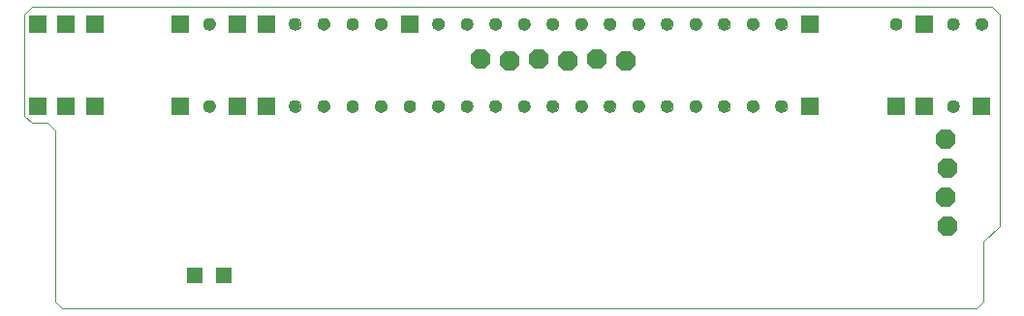
<source format=gbs>
G04 EAGLE Gerber RS-274X export*
G75*
%MOMM*%
%FSLAX34Y34*%
%LPD*%
%INLötstopplack unten*%
%IPPOS*%
%AMOC8*
5,1,8,0,0,1.08239X$1,22.5*%
G01*
%ADD10C,0.000000*%
%ADD11P,1.842011X8X202.500000*%
%ADD12P,1.842011X8X292.500000*%
%ADD13R,1.609600X1.609600*%
%ADD14C,1.101600*%
%ADD15R,1.451600X1.451600*%


D10*
X0Y168910D02*
X6350Y162560D01*
X20320Y162560D01*
X26670Y156210D01*
X26670Y6350D01*
X33020Y0D01*
X831850Y0D01*
X838200Y6350D01*
X838200Y58420D01*
X852170Y72390D01*
X852170Y257810D01*
X845820Y264160D01*
X6350Y264160D01*
X0Y257810D01*
X0Y168910D01*
D11*
X500380Y218440D03*
X449580Y218440D03*
X424180Y217170D03*
X474980Y217170D03*
X398780Y218440D03*
X525780Y217170D03*
D12*
X806450Y123190D03*
X805180Y148590D03*
X805180Y97790D03*
X806450Y72390D03*
D13*
X211480Y177360D03*
X186480Y177360D03*
X686480Y177360D03*
X136480Y177360D03*
X61480Y177360D03*
X36480Y177360D03*
X11480Y177360D03*
X761480Y177360D03*
X786480Y177360D03*
X336480Y249360D03*
X211480Y249360D03*
X186480Y249360D03*
X136480Y249360D03*
X686480Y249360D03*
X786480Y249360D03*
X61480Y249360D03*
X36480Y249360D03*
X11480Y249360D03*
D10*
X806480Y177360D02*
X806482Y177501D01*
X806488Y177642D01*
X806498Y177782D01*
X806512Y177922D01*
X806530Y178062D01*
X806551Y178201D01*
X806577Y178340D01*
X806606Y178478D01*
X806640Y178614D01*
X806677Y178750D01*
X806718Y178885D01*
X806763Y179019D01*
X806812Y179151D01*
X806864Y179282D01*
X806920Y179411D01*
X806980Y179538D01*
X807043Y179664D01*
X807109Y179788D01*
X807180Y179911D01*
X807253Y180031D01*
X807330Y180149D01*
X807410Y180265D01*
X807494Y180378D01*
X807580Y180489D01*
X807670Y180598D01*
X807763Y180704D01*
X807858Y180807D01*
X807957Y180908D01*
X808058Y181006D01*
X808162Y181101D01*
X808269Y181193D01*
X808378Y181282D01*
X808490Y181367D01*
X808604Y181450D01*
X808720Y181530D01*
X808839Y181606D01*
X808960Y181678D01*
X809082Y181748D01*
X809207Y181813D01*
X809333Y181876D01*
X809461Y181934D01*
X809591Y181989D01*
X809722Y182041D01*
X809855Y182088D01*
X809989Y182132D01*
X810124Y182173D01*
X810260Y182209D01*
X810397Y182241D01*
X810535Y182270D01*
X810673Y182295D01*
X810813Y182315D01*
X810953Y182332D01*
X811093Y182345D01*
X811234Y182354D01*
X811374Y182359D01*
X811515Y182360D01*
X811656Y182357D01*
X811797Y182350D01*
X811937Y182339D01*
X812077Y182324D01*
X812217Y182305D01*
X812356Y182283D01*
X812494Y182256D01*
X812632Y182226D01*
X812768Y182191D01*
X812904Y182153D01*
X813038Y182111D01*
X813172Y182065D01*
X813304Y182016D01*
X813434Y181962D01*
X813563Y181905D01*
X813690Y181845D01*
X813816Y181781D01*
X813939Y181713D01*
X814061Y181642D01*
X814181Y181568D01*
X814298Y181490D01*
X814413Y181409D01*
X814526Y181325D01*
X814637Y181238D01*
X814745Y181147D01*
X814850Y181054D01*
X814953Y180957D01*
X815053Y180858D01*
X815150Y180756D01*
X815244Y180651D01*
X815335Y180544D01*
X815423Y180434D01*
X815508Y180322D01*
X815590Y180207D01*
X815669Y180090D01*
X815744Y179971D01*
X815816Y179850D01*
X815884Y179727D01*
X815949Y179602D01*
X816011Y179475D01*
X816068Y179346D01*
X816123Y179216D01*
X816173Y179085D01*
X816220Y178952D01*
X816263Y178818D01*
X816302Y178682D01*
X816337Y178546D01*
X816369Y178409D01*
X816396Y178271D01*
X816420Y178132D01*
X816440Y177992D01*
X816456Y177852D01*
X816468Y177712D01*
X816476Y177571D01*
X816480Y177430D01*
X816480Y177290D01*
X816476Y177149D01*
X816468Y177008D01*
X816456Y176868D01*
X816440Y176728D01*
X816420Y176588D01*
X816396Y176449D01*
X816369Y176311D01*
X816337Y176174D01*
X816302Y176038D01*
X816263Y175902D01*
X816220Y175768D01*
X816173Y175635D01*
X816123Y175504D01*
X816068Y175374D01*
X816011Y175245D01*
X815949Y175118D01*
X815884Y174993D01*
X815816Y174870D01*
X815744Y174749D01*
X815669Y174630D01*
X815590Y174513D01*
X815508Y174398D01*
X815423Y174286D01*
X815335Y174176D01*
X815244Y174069D01*
X815150Y173964D01*
X815053Y173862D01*
X814953Y173763D01*
X814850Y173666D01*
X814745Y173573D01*
X814637Y173482D01*
X814526Y173395D01*
X814413Y173311D01*
X814298Y173230D01*
X814181Y173152D01*
X814061Y173078D01*
X813939Y173007D01*
X813816Y172939D01*
X813690Y172875D01*
X813563Y172815D01*
X813434Y172758D01*
X813304Y172704D01*
X813172Y172655D01*
X813038Y172609D01*
X812904Y172567D01*
X812768Y172529D01*
X812632Y172494D01*
X812494Y172464D01*
X812356Y172437D01*
X812217Y172415D01*
X812077Y172396D01*
X811937Y172381D01*
X811797Y172370D01*
X811656Y172363D01*
X811515Y172360D01*
X811374Y172361D01*
X811234Y172366D01*
X811093Y172375D01*
X810953Y172388D01*
X810813Y172405D01*
X810673Y172425D01*
X810535Y172450D01*
X810397Y172479D01*
X810260Y172511D01*
X810124Y172547D01*
X809989Y172588D01*
X809855Y172632D01*
X809722Y172679D01*
X809591Y172731D01*
X809461Y172786D01*
X809333Y172844D01*
X809207Y172907D01*
X809082Y172972D01*
X808960Y173042D01*
X808839Y173114D01*
X808720Y173190D01*
X808604Y173270D01*
X808490Y173353D01*
X808378Y173438D01*
X808269Y173527D01*
X808162Y173619D01*
X808058Y173714D01*
X807957Y173812D01*
X807858Y173913D01*
X807763Y174016D01*
X807670Y174122D01*
X807580Y174231D01*
X807494Y174342D01*
X807410Y174455D01*
X807330Y174571D01*
X807253Y174689D01*
X807180Y174809D01*
X807109Y174932D01*
X807043Y175056D01*
X806980Y175182D01*
X806920Y175309D01*
X806864Y175438D01*
X806812Y175569D01*
X806763Y175701D01*
X806718Y175835D01*
X806677Y175970D01*
X806640Y176106D01*
X806606Y176242D01*
X806577Y176380D01*
X806551Y176519D01*
X806530Y176658D01*
X806512Y176798D01*
X806498Y176938D01*
X806488Y177078D01*
X806482Y177219D01*
X806480Y177360D01*
D14*
X811480Y177360D03*
D10*
X656480Y177360D02*
X656482Y177501D01*
X656488Y177642D01*
X656498Y177782D01*
X656512Y177922D01*
X656530Y178062D01*
X656551Y178201D01*
X656577Y178340D01*
X656606Y178478D01*
X656640Y178614D01*
X656677Y178750D01*
X656718Y178885D01*
X656763Y179019D01*
X656812Y179151D01*
X656864Y179282D01*
X656920Y179411D01*
X656980Y179538D01*
X657043Y179664D01*
X657109Y179788D01*
X657180Y179911D01*
X657253Y180031D01*
X657330Y180149D01*
X657410Y180265D01*
X657494Y180378D01*
X657580Y180489D01*
X657670Y180598D01*
X657763Y180704D01*
X657858Y180807D01*
X657957Y180908D01*
X658058Y181006D01*
X658162Y181101D01*
X658269Y181193D01*
X658378Y181282D01*
X658490Y181367D01*
X658604Y181450D01*
X658720Y181530D01*
X658839Y181606D01*
X658960Y181678D01*
X659082Y181748D01*
X659207Y181813D01*
X659333Y181876D01*
X659461Y181934D01*
X659591Y181989D01*
X659722Y182041D01*
X659855Y182088D01*
X659989Y182132D01*
X660124Y182173D01*
X660260Y182209D01*
X660397Y182241D01*
X660535Y182270D01*
X660673Y182295D01*
X660813Y182315D01*
X660953Y182332D01*
X661093Y182345D01*
X661234Y182354D01*
X661374Y182359D01*
X661515Y182360D01*
X661656Y182357D01*
X661797Y182350D01*
X661937Y182339D01*
X662077Y182324D01*
X662217Y182305D01*
X662356Y182283D01*
X662494Y182256D01*
X662632Y182226D01*
X662768Y182191D01*
X662904Y182153D01*
X663038Y182111D01*
X663172Y182065D01*
X663304Y182016D01*
X663434Y181962D01*
X663563Y181905D01*
X663690Y181845D01*
X663816Y181781D01*
X663939Y181713D01*
X664061Y181642D01*
X664181Y181568D01*
X664298Y181490D01*
X664413Y181409D01*
X664526Y181325D01*
X664637Y181238D01*
X664745Y181147D01*
X664850Y181054D01*
X664953Y180957D01*
X665053Y180858D01*
X665150Y180756D01*
X665244Y180651D01*
X665335Y180544D01*
X665423Y180434D01*
X665508Y180322D01*
X665590Y180207D01*
X665669Y180090D01*
X665744Y179971D01*
X665816Y179850D01*
X665884Y179727D01*
X665949Y179602D01*
X666011Y179475D01*
X666068Y179346D01*
X666123Y179216D01*
X666173Y179085D01*
X666220Y178952D01*
X666263Y178818D01*
X666302Y178682D01*
X666337Y178546D01*
X666369Y178409D01*
X666396Y178271D01*
X666420Y178132D01*
X666440Y177992D01*
X666456Y177852D01*
X666468Y177712D01*
X666476Y177571D01*
X666480Y177430D01*
X666480Y177290D01*
X666476Y177149D01*
X666468Y177008D01*
X666456Y176868D01*
X666440Y176728D01*
X666420Y176588D01*
X666396Y176449D01*
X666369Y176311D01*
X666337Y176174D01*
X666302Y176038D01*
X666263Y175902D01*
X666220Y175768D01*
X666173Y175635D01*
X666123Y175504D01*
X666068Y175374D01*
X666011Y175245D01*
X665949Y175118D01*
X665884Y174993D01*
X665816Y174870D01*
X665744Y174749D01*
X665669Y174630D01*
X665590Y174513D01*
X665508Y174398D01*
X665423Y174286D01*
X665335Y174176D01*
X665244Y174069D01*
X665150Y173964D01*
X665053Y173862D01*
X664953Y173763D01*
X664850Y173666D01*
X664745Y173573D01*
X664637Y173482D01*
X664526Y173395D01*
X664413Y173311D01*
X664298Y173230D01*
X664181Y173152D01*
X664061Y173078D01*
X663939Y173007D01*
X663816Y172939D01*
X663690Y172875D01*
X663563Y172815D01*
X663434Y172758D01*
X663304Y172704D01*
X663172Y172655D01*
X663038Y172609D01*
X662904Y172567D01*
X662768Y172529D01*
X662632Y172494D01*
X662494Y172464D01*
X662356Y172437D01*
X662217Y172415D01*
X662077Y172396D01*
X661937Y172381D01*
X661797Y172370D01*
X661656Y172363D01*
X661515Y172360D01*
X661374Y172361D01*
X661234Y172366D01*
X661093Y172375D01*
X660953Y172388D01*
X660813Y172405D01*
X660673Y172425D01*
X660535Y172450D01*
X660397Y172479D01*
X660260Y172511D01*
X660124Y172547D01*
X659989Y172588D01*
X659855Y172632D01*
X659722Y172679D01*
X659591Y172731D01*
X659461Y172786D01*
X659333Y172844D01*
X659207Y172907D01*
X659082Y172972D01*
X658960Y173042D01*
X658839Y173114D01*
X658720Y173190D01*
X658604Y173270D01*
X658490Y173353D01*
X658378Y173438D01*
X658269Y173527D01*
X658162Y173619D01*
X658058Y173714D01*
X657957Y173812D01*
X657858Y173913D01*
X657763Y174016D01*
X657670Y174122D01*
X657580Y174231D01*
X657494Y174342D01*
X657410Y174455D01*
X657330Y174571D01*
X657253Y174689D01*
X657180Y174809D01*
X657109Y174932D01*
X657043Y175056D01*
X656980Y175182D01*
X656920Y175309D01*
X656864Y175438D01*
X656812Y175569D01*
X656763Y175701D01*
X656718Y175835D01*
X656677Y175970D01*
X656640Y176106D01*
X656606Y176242D01*
X656577Y176380D01*
X656551Y176519D01*
X656530Y176658D01*
X656512Y176798D01*
X656498Y176938D01*
X656488Y177078D01*
X656482Y177219D01*
X656480Y177360D01*
D14*
X661480Y177360D03*
D10*
X631480Y177360D02*
X631482Y177501D01*
X631488Y177642D01*
X631498Y177782D01*
X631512Y177922D01*
X631530Y178062D01*
X631551Y178201D01*
X631577Y178340D01*
X631606Y178478D01*
X631640Y178614D01*
X631677Y178750D01*
X631718Y178885D01*
X631763Y179019D01*
X631812Y179151D01*
X631864Y179282D01*
X631920Y179411D01*
X631980Y179538D01*
X632043Y179664D01*
X632109Y179788D01*
X632180Y179911D01*
X632253Y180031D01*
X632330Y180149D01*
X632410Y180265D01*
X632494Y180378D01*
X632580Y180489D01*
X632670Y180598D01*
X632763Y180704D01*
X632858Y180807D01*
X632957Y180908D01*
X633058Y181006D01*
X633162Y181101D01*
X633269Y181193D01*
X633378Y181282D01*
X633490Y181367D01*
X633604Y181450D01*
X633720Y181530D01*
X633839Y181606D01*
X633960Y181678D01*
X634082Y181748D01*
X634207Y181813D01*
X634333Y181876D01*
X634461Y181934D01*
X634591Y181989D01*
X634722Y182041D01*
X634855Y182088D01*
X634989Y182132D01*
X635124Y182173D01*
X635260Y182209D01*
X635397Y182241D01*
X635535Y182270D01*
X635673Y182295D01*
X635813Y182315D01*
X635953Y182332D01*
X636093Y182345D01*
X636234Y182354D01*
X636374Y182359D01*
X636515Y182360D01*
X636656Y182357D01*
X636797Y182350D01*
X636937Y182339D01*
X637077Y182324D01*
X637217Y182305D01*
X637356Y182283D01*
X637494Y182256D01*
X637632Y182226D01*
X637768Y182191D01*
X637904Y182153D01*
X638038Y182111D01*
X638172Y182065D01*
X638304Y182016D01*
X638434Y181962D01*
X638563Y181905D01*
X638690Y181845D01*
X638816Y181781D01*
X638939Y181713D01*
X639061Y181642D01*
X639181Y181568D01*
X639298Y181490D01*
X639413Y181409D01*
X639526Y181325D01*
X639637Y181238D01*
X639745Y181147D01*
X639850Y181054D01*
X639953Y180957D01*
X640053Y180858D01*
X640150Y180756D01*
X640244Y180651D01*
X640335Y180544D01*
X640423Y180434D01*
X640508Y180322D01*
X640590Y180207D01*
X640669Y180090D01*
X640744Y179971D01*
X640816Y179850D01*
X640884Y179727D01*
X640949Y179602D01*
X641011Y179475D01*
X641068Y179346D01*
X641123Y179216D01*
X641173Y179085D01*
X641220Y178952D01*
X641263Y178818D01*
X641302Y178682D01*
X641337Y178546D01*
X641369Y178409D01*
X641396Y178271D01*
X641420Y178132D01*
X641440Y177992D01*
X641456Y177852D01*
X641468Y177712D01*
X641476Y177571D01*
X641480Y177430D01*
X641480Y177290D01*
X641476Y177149D01*
X641468Y177008D01*
X641456Y176868D01*
X641440Y176728D01*
X641420Y176588D01*
X641396Y176449D01*
X641369Y176311D01*
X641337Y176174D01*
X641302Y176038D01*
X641263Y175902D01*
X641220Y175768D01*
X641173Y175635D01*
X641123Y175504D01*
X641068Y175374D01*
X641011Y175245D01*
X640949Y175118D01*
X640884Y174993D01*
X640816Y174870D01*
X640744Y174749D01*
X640669Y174630D01*
X640590Y174513D01*
X640508Y174398D01*
X640423Y174286D01*
X640335Y174176D01*
X640244Y174069D01*
X640150Y173964D01*
X640053Y173862D01*
X639953Y173763D01*
X639850Y173666D01*
X639745Y173573D01*
X639637Y173482D01*
X639526Y173395D01*
X639413Y173311D01*
X639298Y173230D01*
X639181Y173152D01*
X639061Y173078D01*
X638939Y173007D01*
X638816Y172939D01*
X638690Y172875D01*
X638563Y172815D01*
X638434Y172758D01*
X638304Y172704D01*
X638172Y172655D01*
X638038Y172609D01*
X637904Y172567D01*
X637768Y172529D01*
X637632Y172494D01*
X637494Y172464D01*
X637356Y172437D01*
X637217Y172415D01*
X637077Y172396D01*
X636937Y172381D01*
X636797Y172370D01*
X636656Y172363D01*
X636515Y172360D01*
X636374Y172361D01*
X636234Y172366D01*
X636093Y172375D01*
X635953Y172388D01*
X635813Y172405D01*
X635673Y172425D01*
X635535Y172450D01*
X635397Y172479D01*
X635260Y172511D01*
X635124Y172547D01*
X634989Y172588D01*
X634855Y172632D01*
X634722Y172679D01*
X634591Y172731D01*
X634461Y172786D01*
X634333Y172844D01*
X634207Y172907D01*
X634082Y172972D01*
X633960Y173042D01*
X633839Y173114D01*
X633720Y173190D01*
X633604Y173270D01*
X633490Y173353D01*
X633378Y173438D01*
X633269Y173527D01*
X633162Y173619D01*
X633058Y173714D01*
X632957Y173812D01*
X632858Y173913D01*
X632763Y174016D01*
X632670Y174122D01*
X632580Y174231D01*
X632494Y174342D01*
X632410Y174455D01*
X632330Y174571D01*
X632253Y174689D01*
X632180Y174809D01*
X632109Y174932D01*
X632043Y175056D01*
X631980Y175182D01*
X631920Y175309D01*
X631864Y175438D01*
X631812Y175569D01*
X631763Y175701D01*
X631718Y175835D01*
X631677Y175970D01*
X631640Y176106D01*
X631606Y176242D01*
X631577Y176380D01*
X631551Y176519D01*
X631530Y176658D01*
X631512Y176798D01*
X631498Y176938D01*
X631488Y177078D01*
X631482Y177219D01*
X631480Y177360D01*
D14*
X636480Y177360D03*
D10*
X606480Y177360D02*
X606482Y177501D01*
X606488Y177642D01*
X606498Y177782D01*
X606512Y177922D01*
X606530Y178062D01*
X606551Y178201D01*
X606577Y178340D01*
X606606Y178478D01*
X606640Y178614D01*
X606677Y178750D01*
X606718Y178885D01*
X606763Y179019D01*
X606812Y179151D01*
X606864Y179282D01*
X606920Y179411D01*
X606980Y179538D01*
X607043Y179664D01*
X607109Y179788D01*
X607180Y179911D01*
X607253Y180031D01*
X607330Y180149D01*
X607410Y180265D01*
X607494Y180378D01*
X607580Y180489D01*
X607670Y180598D01*
X607763Y180704D01*
X607858Y180807D01*
X607957Y180908D01*
X608058Y181006D01*
X608162Y181101D01*
X608269Y181193D01*
X608378Y181282D01*
X608490Y181367D01*
X608604Y181450D01*
X608720Y181530D01*
X608839Y181606D01*
X608960Y181678D01*
X609082Y181748D01*
X609207Y181813D01*
X609333Y181876D01*
X609461Y181934D01*
X609591Y181989D01*
X609722Y182041D01*
X609855Y182088D01*
X609989Y182132D01*
X610124Y182173D01*
X610260Y182209D01*
X610397Y182241D01*
X610535Y182270D01*
X610673Y182295D01*
X610813Y182315D01*
X610953Y182332D01*
X611093Y182345D01*
X611234Y182354D01*
X611374Y182359D01*
X611515Y182360D01*
X611656Y182357D01*
X611797Y182350D01*
X611937Y182339D01*
X612077Y182324D01*
X612217Y182305D01*
X612356Y182283D01*
X612494Y182256D01*
X612632Y182226D01*
X612768Y182191D01*
X612904Y182153D01*
X613038Y182111D01*
X613172Y182065D01*
X613304Y182016D01*
X613434Y181962D01*
X613563Y181905D01*
X613690Y181845D01*
X613816Y181781D01*
X613939Y181713D01*
X614061Y181642D01*
X614181Y181568D01*
X614298Y181490D01*
X614413Y181409D01*
X614526Y181325D01*
X614637Y181238D01*
X614745Y181147D01*
X614850Y181054D01*
X614953Y180957D01*
X615053Y180858D01*
X615150Y180756D01*
X615244Y180651D01*
X615335Y180544D01*
X615423Y180434D01*
X615508Y180322D01*
X615590Y180207D01*
X615669Y180090D01*
X615744Y179971D01*
X615816Y179850D01*
X615884Y179727D01*
X615949Y179602D01*
X616011Y179475D01*
X616068Y179346D01*
X616123Y179216D01*
X616173Y179085D01*
X616220Y178952D01*
X616263Y178818D01*
X616302Y178682D01*
X616337Y178546D01*
X616369Y178409D01*
X616396Y178271D01*
X616420Y178132D01*
X616440Y177992D01*
X616456Y177852D01*
X616468Y177712D01*
X616476Y177571D01*
X616480Y177430D01*
X616480Y177290D01*
X616476Y177149D01*
X616468Y177008D01*
X616456Y176868D01*
X616440Y176728D01*
X616420Y176588D01*
X616396Y176449D01*
X616369Y176311D01*
X616337Y176174D01*
X616302Y176038D01*
X616263Y175902D01*
X616220Y175768D01*
X616173Y175635D01*
X616123Y175504D01*
X616068Y175374D01*
X616011Y175245D01*
X615949Y175118D01*
X615884Y174993D01*
X615816Y174870D01*
X615744Y174749D01*
X615669Y174630D01*
X615590Y174513D01*
X615508Y174398D01*
X615423Y174286D01*
X615335Y174176D01*
X615244Y174069D01*
X615150Y173964D01*
X615053Y173862D01*
X614953Y173763D01*
X614850Y173666D01*
X614745Y173573D01*
X614637Y173482D01*
X614526Y173395D01*
X614413Y173311D01*
X614298Y173230D01*
X614181Y173152D01*
X614061Y173078D01*
X613939Y173007D01*
X613816Y172939D01*
X613690Y172875D01*
X613563Y172815D01*
X613434Y172758D01*
X613304Y172704D01*
X613172Y172655D01*
X613038Y172609D01*
X612904Y172567D01*
X612768Y172529D01*
X612632Y172494D01*
X612494Y172464D01*
X612356Y172437D01*
X612217Y172415D01*
X612077Y172396D01*
X611937Y172381D01*
X611797Y172370D01*
X611656Y172363D01*
X611515Y172360D01*
X611374Y172361D01*
X611234Y172366D01*
X611093Y172375D01*
X610953Y172388D01*
X610813Y172405D01*
X610673Y172425D01*
X610535Y172450D01*
X610397Y172479D01*
X610260Y172511D01*
X610124Y172547D01*
X609989Y172588D01*
X609855Y172632D01*
X609722Y172679D01*
X609591Y172731D01*
X609461Y172786D01*
X609333Y172844D01*
X609207Y172907D01*
X609082Y172972D01*
X608960Y173042D01*
X608839Y173114D01*
X608720Y173190D01*
X608604Y173270D01*
X608490Y173353D01*
X608378Y173438D01*
X608269Y173527D01*
X608162Y173619D01*
X608058Y173714D01*
X607957Y173812D01*
X607858Y173913D01*
X607763Y174016D01*
X607670Y174122D01*
X607580Y174231D01*
X607494Y174342D01*
X607410Y174455D01*
X607330Y174571D01*
X607253Y174689D01*
X607180Y174809D01*
X607109Y174932D01*
X607043Y175056D01*
X606980Y175182D01*
X606920Y175309D01*
X606864Y175438D01*
X606812Y175569D01*
X606763Y175701D01*
X606718Y175835D01*
X606677Y175970D01*
X606640Y176106D01*
X606606Y176242D01*
X606577Y176380D01*
X606551Y176519D01*
X606530Y176658D01*
X606512Y176798D01*
X606498Y176938D01*
X606488Y177078D01*
X606482Y177219D01*
X606480Y177360D01*
D14*
X611480Y177360D03*
D10*
X581480Y177360D02*
X581482Y177501D01*
X581488Y177642D01*
X581498Y177782D01*
X581512Y177922D01*
X581530Y178062D01*
X581551Y178201D01*
X581577Y178340D01*
X581606Y178478D01*
X581640Y178614D01*
X581677Y178750D01*
X581718Y178885D01*
X581763Y179019D01*
X581812Y179151D01*
X581864Y179282D01*
X581920Y179411D01*
X581980Y179538D01*
X582043Y179664D01*
X582109Y179788D01*
X582180Y179911D01*
X582253Y180031D01*
X582330Y180149D01*
X582410Y180265D01*
X582494Y180378D01*
X582580Y180489D01*
X582670Y180598D01*
X582763Y180704D01*
X582858Y180807D01*
X582957Y180908D01*
X583058Y181006D01*
X583162Y181101D01*
X583269Y181193D01*
X583378Y181282D01*
X583490Y181367D01*
X583604Y181450D01*
X583720Y181530D01*
X583839Y181606D01*
X583960Y181678D01*
X584082Y181748D01*
X584207Y181813D01*
X584333Y181876D01*
X584461Y181934D01*
X584591Y181989D01*
X584722Y182041D01*
X584855Y182088D01*
X584989Y182132D01*
X585124Y182173D01*
X585260Y182209D01*
X585397Y182241D01*
X585535Y182270D01*
X585673Y182295D01*
X585813Y182315D01*
X585953Y182332D01*
X586093Y182345D01*
X586234Y182354D01*
X586374Y182359D01*
X586515Y182360D01*
X586656Y182357D01*
X586797Y182350D01*
X586937Y182339D01*
X587077Y182324D01*
X587217Y182305D01*
X587356Y182283D01*
X587494Y182256D01*
X587632Y182226D01*
X587768Y182191D01*
X587904Y182153D01*
X588038Y182111D01*
X588172Y182065D01*
X588304Y182016D01*
X588434Y181962D01*
X588563Y181905D01*
X588690Y181845D01*
X588816Y181781D01*
X588939Y181713D01*
X589061Y181642D01*
X589181Y181568D01*
X589298Y181490D01*
X589413Y181409D01*
X589526Y181325D01*
X589637Y181238D01*
X589745Y181147D01*
X589850Y181054D01*
X589953Y180957D01*
X590053Y180858D01*
X590150Y180756D01*
X590244Y180651D01*
X590335Y180544D01*
X590423Y180434D01*
X590508Y180322D01*
X590590Y180207D01*
X590669Y180090D01*
X590744Y179971D01*
X590816Y179850D01*
X590884Y179727D01*
X590949Y179602D01*
X591011Y179475D01*
X591068Y179346D01*
X591123Y179216D01*
X591173Y179085D01*
X591220Y178952D01*
X591263Y178818D01*
X591302Y178682D01*
X591337Y178546D01*
X591369Y178409D01*
X591396Y178271D01*
X591420Y178132D01*
X591440Y177992D01*
X591456Y177852D01*
X591468Y177712D01*
X591476Y177571D01*
X591480Y177430D01*
X591480Y177290D01*
X591476Y177149D01*
X591468Y177008D01*
X591456Y176868D01*
X591440Y176728D01*
X591420Y176588D01*
X591396Y176449D01*
X591369Y176311D01*
X591337Y176174D01*
X591302Y176038D01*
X591263Y175902D01*
X591220Y175768D01*
X591173Y175635D01*
X591123Y175504D01*
X591068Y175374D01*
X591011Y175245D01*
X590949Y175118D01*
X590884Y174993D01*
X590816Y174870D01*
X590744Y174749D01*
X590669Y174630D01*
X590590Y174513D01*
X590508Y174398D01*
X590423Y174286D01*
X590335Y174176D01*
X590244Y174069D01*
X590150Y173964D01*
X590053Y173862D01*
X589953Y173763D01*
X589850Y173666D01*
X589745Y173573D01*
X589637Y173482D01*
X589526Y173395D01*
X589413Y173311D01*
X589298Y173230D01*
X589181Y173152D01*
X589061Y173078D01*
X588939Y173007D01*
X588816Y172939D01*
X588690Y172875D01*
X588563Y172815D01*
X588434Y172758D01*
X588304Y172704D01*
X588172Y172655D01*
X588038Y172609D01*
X587904Y172567D01*
X587768Y172529D01*
X587632Y172494D01*
X587494Y172464D01*
X587356Y172437D01*
X587217Y172415D01*
X587077Y172396D01*
X586937Y172381D01*
X586797Y172370D01*
X586656Y172363D01*
X586515Y172360D01*
X586374Y172361D01*
X586234Y172366D01*
X586093Y172375D01*
X585953Y172388D01*
X585813Y172405D01*
X585673Y172425D01*
X585535Y172450D01*
X585397Y172479D01*
X585260Y172511D01*
X585124Y172547D01*
X584989Y172588D01*
X584855Y172632D01*
X584722Y172679D01*
X584591Y172731D01*
X584461Y172786D01*
X584333Y172844D01*
X584207Y172907D01*
X584082Y172972D01*
X583960Y173042D01*
X583839Y173114D01*
X583720Y173190D01*
X583604Y173270D01*
X583490Y173353D01*
X583378Y173438D01*
X583269Y173527D01*
X583162Y173619D01*
X583058Y173714D01*
X582957Y173812D01*
X582858Y173913D01*
X582763Y174016D01*
X582670Y174122D01*
X582580Y174231D01*
X582494Y174342D01*
X582410Y174455D01*
X582330Y174571D01*
X582253Y174689D01*
X582180Y174809D01*
X582109Y174932D01*
X582043Y175056D01*
X581980Y175182D01*
X581920Y175309D01*
X581864Y175438D01*
X581812Y175569D01*
X581763Y175701D01*
X581718Y175835D01*
X581677Y175970D01*
X581640Y176106D01*
X581606Y176242D01*
X581577Y176380D01*
X581551Y176519D01*
X581530Y176658D01*
X581512Y176798D01*
X581498Y176938D01*
X581488Y177078D01*
X581482Y177219D01*
X581480Y177360D01*
D14*
X586480Y177360D03*
D10*
X556480Y177360D02*
X556482Y177501D01*
X556488Y177642D01*
X556498Y177782D01*
X556512Y177922D01*
X556530Y178062D01*
X556551Y178201D01*
X556577Y178340D01*
X556606Y178478D01*
X556640Y178614D01*
X556677Y178750D01*
X556718Y178885D01*
X556763Y179019D01*
X556812Y179151D01*
X556864Y179282D01*
X556920Y179411D01*
X556980Y179538D01*
X557043Y179664D01*
X557109Y179788D01*
X557180Y179911D01*
X557253Y180031D01*
X557330Y180149D01*
X557410Y180265D01*
X557494Y180378D01*
X557580Y180489D01*
X557670Y180598D01*
X557763Y180704D01*
X557858Y180807D01*
X557957Y180908D01*
X558058Y181006D01*
X558162Y181101D01*
X558269Y181193D01*
X558378Y181282D01*
X558490Y181367D01*
X558604Y181450D01*
X558720Y181530D01*
X558839Y181606D01*
X558960Y181678D01*
X559082Y181748D01*
X559207Y181813D01*
X559333Y181876D01*
X559461Y181934D01*
X559591Y181989D01*
X559722Y182041D01*
X559855Y182088D01*
X559989Y182132D01*
X560124Y182173D01*
X560260Y182209D01*
X560397Y182241D01*
X560535Y182270D01*
X560673Y182295D01*
X560813Y182315D01*
X560953Y182332D01*
X561093Y182345D01*
X561234Y182354D01*
X561374Y182359D01*
X561515Y182360D01*
X561656Y182357D01*
X561797Y182350D01*
X561937Y182339D01*
X562077Y182324D01*
X562217Y182305D01*
X562356Y182283D01*
X562494Y182256D01*
X562632Y182226D01*
X562768Y182191D01*
X562904Y182153D01*
X563038Y182111D01*
X563172Y182065D01*
X563304Y182016D01*
X563434Y181962D01*
X563563Y181905D01*
X563690Y181845D01*
X563816Y181781D01*
X563939Y181713D01*
X564061Y181642D01*
X564181Y181568D01*
X564298Y181490D01*
X564413Y181409D01*
X564526Y181325D01*
X564637Y181238D01*
X564745Y181147D01*
X564850Y181054D01*
X564953Y180957D01*
X565053Y180858D01*
X565150Y180756D01*
X565244Y180651D01*
X565335Y180544D01*
X565423Y180434D01*
X565508Y180322D01*
X565590Y180207D01*
X565669Y180090D01*
X565744Y179971D01*
X565816Y179850D01*
X565884Y179727D01*
X565949Y179602D01*
X566011Y179475D01*
X566068Y179346D01*
X566123Y179216D01*
X566173Y179085D01*
X566220Y178952D01*
X566263Y178818D01*
X566302Y178682D01*
X566337Y178546D01*
X566369Y178409D01*
X566396Y178271D01*
X566420Y178132D01*
X566440Y177992D01*
X566456Y177852D01*
X566468Y177712D01*
X566476Y177571D01*
X566480Y177430D01*
X566480Y177290D01*
X566476Y177149D01*
X566468Y177008D01*
X566456Y176868D01*
X566440Y176728D01*
X566420Y176588D01*
X566396Y176449D01*
X566369Y176311D01*
X566337Y176174D01*
X566302Y176038D01*
X566263Y175902D01*
X566220Y175768D01*
X566173Y175635D01*
X566123Y175504D01*
X566068Y175374D01*
X566011Y175245D01*
X565949Y175118D01*
X565884Y174993D01*
X565816Y174870D01*
X565744Y174749D01*
X565669Y174630D01*
X565590Y174513D01*
X565508Y174398D01*
X565423Y174286D01*
X565335Y174176D01*
X565244Y174069D01*
X565150Y173964D01*
X565053Y173862D01*
X564953Y173763D01*
X564850Y173666D01*
X564745Y173573D01*
X564637Y173482D01*
X564526Y173395D01*
X564413Y173311D01*
X564298Y173230D01*
X564181Y173152D01*
X564061Y173078D01*
X563939Y173007D01*
X563816Y172939D01*
X563690Y172875D01*
X563563Y172815D01*
X563434Y172758D01*
X563304Y172704D01*
X563172Y172655D01*
X563038Y172609D01*
X562904Y172567D01*
X562768Y172529D01*
X562632Y172494D01*
X562494Y172464D01*
X562356Y172437D01*
X562217Y172415D01*
X562077Y172396D01*
X561937Y172381D01*
X561797Y172370D01*
X561656Y172363D01*
X561515Y172360D01*
X561374Y172361D01*
X561234Y172366D01*
X561093Y172375D01*
X560953Y172388D01*
X560813Y172405D01*
X560673Y172425D01*
X560535Y172450D01*
X560397Y172479D01*
X560260Y172511D01*
X560124Y172547D01*
X559989Y172588D01*
X559855Y172632D01*
X559722Y172679D01*
X559591Y172731D01*
X559461Y172786D01*
X559333Y172844D01*
X559207Y172907D01*
X559082Y172972D01*
X558960Y173042D01*
X558839Y173114D01*
X558720Y173190D01*
X558604Y173270D01*
X558490Y173353D01*
X558378Y173438D01*
X558269Y173527D01*
X558162Y173619D01*
X558058Y173714D01*
X557957Y173812D01*
X557858Y173913D01*
X557763Y174016D01*
X557670Y174122D01*
X557580Y174231D01*
X557494Y174342D01*
X557410Y174455D01*
X557330Y174571D01*
X557253Y174689D01*
X557180Y174809D01*
X557109Y174932D01*
X557043Y175056D01*
X556980Y175182D01*
X556920Y175309D01*
X556864Y175438D01*
X556812Y175569D01*
X556763Y175701D01*
X556718Y175835D01*
X556677Y175970D01*
X556640Y176106D01*
X556606Y176242D01*
X556577Y176380D01*
X556551Y176519D01*
X556530Y176658D01*
X556512Y176798D01*
X556498Y176938D01*
X556488Y177078D01*
X556482Y177219D01*
X556480Y177360D01*
D14*
X561480Y177360D03*
D10*
X531480Y177360D02*
X531482Y177501D01*
X531488Y177642D01*
X531498Y177782D01*
X531512Y177922D01*
X531530Y178062D01*
X531551Y178201D01*
X531577Y178340D01*
X531606Y178478D01*
X531640Y178614D01*
X531677Y178750D01*
X531718Y178885D01*
X531763Y179019D01*
X531812Y179151D01*
X531864Y179282D01*
X531920Y179411D01*
X531980Y179538D01*
X532043Y179664D01*
X532109Y179788D01*
X532180Y179911D01*
X532253Y180031D01*
X532330Y180149D01*
X532410Y180265D01*
X532494Y180378D01*
X532580Y180489D01*
X532670Y180598D01*
X532763Y180704D01*
X532858Y180807D01*
X532957Y180908D01*
X533058Y181006D01*
X533162Y181101D01*
X533269Y181193D01*
X533378Y181282D01*
X533490Y181367D01*
X533604Y181450D01*
X533720Y181530D01*
X533839Y181606D01*
X533960Y181678D01*
X534082Y181748D01*
X534207Y181813D01*
X534333Y181876D01*
X534461Y181934D01*
X534591Y181989D01*
X534722Y182041D01*
X534855Y182088D01*
X534989Y182132D01*
X535124Y182173D01*
X535260Y182209D01*
X535397Y182241D01*
X535535Y182270D01*
X535673Y182295D01*
X535813Y182315D01*
X535953Y182332D01*
X536093Y182345D01*
X536234Y182354D01*
X536374Y182359D01*
X536515Y182360D01*
X536656Y182357D01*
X536797Y182350D01*
X536937Y182339D01*
X537077Y182324D01*
X537217Y182305D01*
X537356Y182283D01*
X537494Y182256D01*
X537632Y182226D01*
X537768Y182191D01*
X537904Y182153D01*
X538038Y182111D01*
X538172Y182065D01*
X538304Y182016D01*
X538434Y181962D01*
X538563Y181905D01*
X538690Y181845D01*
X538816Y181781D01*
X538939Y181713D01*
X539061Y181642D01*
X539181Y181568D01*
X539298Y181490D01*
X539413Y181409D01*
X539526Y181325D01*
X539637Y181238D01*
X539745Y181147D01*
X539850Y181054D01*
X539953Y180957D01*
X540053Y180858D01*
X540150Y180756D01*
X540244Y180651D01*
X540335Y180544D01*
X540423Y180434D01*
X540508Y180322D01*
X540590Y180207D01*
X540669Y180090D01*
X540744Y179971D01*
X540816Y179850D01*
X540884Y179727D01*
X540949Y179602D01*
X541011Y179475D01*
X541068Y179346D01*
X541123Y179216D01*
X541173Y179085D01*
X541220Y178952D01*
X541263Y178818D01*
X541302Y178682D01*
X541337Y178546D01*
X541369Y178409D01*
X541396Y178271D01*
X541420Y178132D01*
X541440Y177992D01*
X541456Y177852D01*
X541468Y177712D01*
X541476Y177571D01*
X541480Y177430D01*
X541480Y177290D01*
X541476Y177149D01*
X541468Y177008D01*
X541456Y176868D01*
X541440Y176728D01*
X541420Y176588D01*
X541396Y176449D01*
X541369Y176311D01*
X541337Y176174D01*
X541302Y176038D01*
X541263Y175902D01*
X541220Y175768D01*
X541173Y175635D01*
X541123Y175504D01*
X541068Y175374D01*
X541011Y175245D01*
X540949Y175118D01*
X540884Y174993D01*
X540816Y174870D01*
X540744Y174749D01*
X540669Y174630D01*
X540590Y174513D01*
X540508Y174398D01*
X540423Y174286D01*
X540335Y174176D01*
X540244Y174069D01*
X540150Y173964D01*
X540053Y173862D01*
X539953Y173763D01*
X539850Y173666D01*
X539745Y173573D01*
X539637Y173482D01*
X539526Y173395D01*
X539413Y173311D01*
X539298Y173230D01*
X539181Y173152D01*
X539061Y173078D01*
X538939Y173007D01*
X538816Y172939D01*
X538690Y172875D01*
X538563Y172815D01*
X538434Y172758D01*
X538304Y172704D01*
X538172Y172655D01*
X538038Y172609D01*
X537904Y172567D01*
X537768Y172529D01*
X537632Y172494D01*
X537494Y172464D01*
X537356Y172437D01*
X537217Y172415D01*
X537077Y172396D01*
X536937Y172381D01*
X536797Y172370D01*
X536656Y172363D01*
X536515Y172360D01*
X536374Y172361D01*
X536234Y172366D01*
X536093Y172375D01*
X535953Y172388D01*
X535813Y172405D01*
X535673Y172425D01*
X535535Y172450D01*
X535397Y172479D01*
X535260Y172511D01*
X535124Y172547D01*
X534989Y172588D01*
X534855Y172632D01*
X534722Y172679D01*
X534591Y172731D01*
X534461Y172786D01*
X534333Y172844D01*
X534207Y172907D01*
X534082Y172972D01*
X533960Y173042D01*
X533839Y173114D01*
X533720Y173190D01*
X533604Y173270D01*
X533490Y173353D01*
X533378Y173438D01*
X533269Y173527D01*
X533162Y173619D01*
X533058Y173714D01*
X532957Y173812D01*
X532858Y173913D01*
X532763Y174016D01*
X532670Y174122D01*
X532580Y174231D01*
X532494Y174342D01*
X532410Y174455D01*
X532330Y174571D01*
X532253Y174689D01*
X532180Y174809D01*
X532109Y174932D01*
X532043Y175056D01*
X531980Y175182D01*
X531920Y175309D01*
X531864Y175438D01*
X531812Y175569D01*
X531763Y175701D01*
X531718Y175835D01*
X531677Y175970D01*
X531640Y176106D01*
X531606Y176242D01*
X531577Y176380D01*
X531551Y176519D01*
X531530Y176658D01*
X531512Y176798D01*
X531498Y176938D01*
X531488Y177078D01*
X531482Y177219D01*
X531480Y177360D01*
D14*
X536480Y177360D03*
D10*
X506480Y177360D02*
X506482Y177501D01*
X506488Y177642D01*
X506498Y177782D01*
X506512Y177922D01*
X506530Y178062D01*
X506551Y178201D01*
X506577Y178340D01*
X506606Y178478D01*
X506640Y178614D01*
X506677Y178750D01*
X506718Y178885D01*
X506763Y179019D01*
X506812Y179151D01*
X506864Y179282D01*
X506920Y179411D01*
X506980Y179538D01*
X507043Y179664D01*
X507109Y179788D01*
X507180Y179911D01*
X507253Y180031D01*
X507330Y180149D01*
X507410Y180265D01*
X507494Y180378D01*
X507580Y180489D01*
X507670Y180598D01*
X507763Y180704D01*
X507858Y180807D01*
X507957Y180908D01*
X508058Y181006D01*
X508162Y181101D01*
X508269Y181193D01*
X508378Y181282D01*
X508490Y181367D01*
X508604Y181450D01*
X508720Y181530D01*
X508839Y181606D01*
X508960Y181678D01*
X509082Y181748D01*
X509207Y181813D01*
X509333Y181876D01*
X509461Y181934D01*
X509591Y181989D01*
X509722Y182041D01*
X509855Y182088D01*
X509989Y182132D01*
X510124Y182173D01*
X510260Y182209D01*
X510397Y182241D01*
X510535Y182270D01*
X510673Y182295D01*
X510813Y182315D01*
X510953Y182332D01*
X511093Y182345D01*
X511234Y182354D01*
X511374Y182359D01*
X511515Y182360D01*
X511656Y182357D01*
X511797Y182350D01*
X511937Y182339D01*
X512077Y182324D01*
X512217Y182305D01*
X512356Y182283D01*
X512494Y182256D01*
X512632Y182226D01*
X512768Y182191D01*
X512904Y182153D01*
X513038Y182111D01*
X513172Y182065D01*
X513304Y182016D01*
X513434Y181962D01*
X513563Y181905D01*
X513690Y181845D01*
X513816Y181781D01*
X513939Y181713D01*
X514061Y181642D01*
X514181Y181568D01*
X514298Y181490D01*
X514413Y181409D01*
X514526Y181325D01*
X514637Y181238D01*
X514745Y181147D01*
X514850Y181054D01*
X514953Y180957D01*
X515053Y180858D01*
X515150Y180756D01*
X515244Y180651D01*
X515335Y180544D01*
X515423Y180434D01*
X515508Y180322D01*
X515590Y180207D01*
X515669Y180090D01*
X515744Y179971D01*
X515816Y179850D01*
X515884Y179727D01*
X515949Y179602D01*
X516011Y179475D01*
X516068Y179346D01*
X516123Y179216D01*
X516173Y179085D01*
X516220Y178952D01*
X516263Y178818D01*
X516302Y178682D01*
X516337Y178546D01*
X516369Y178409D01*
X516396Y178271D01*
X516420Y178132D01*
X516440Y177992D01*
X516456Y177852D01*
X516468Y177712D01*
X516476Y177571D01*
X516480Y177430D01*
X516480Y177290D01*
X516476Y177149D01*
X516468Y177008D01*
X516456Y176868D01*
X516440Y176728D01*
X516420Y176588D01*
X516396Y176449D01*
X516369Y176311D01*
X516337Y176174D01*
X516302Y176038D01*
X516263Y175902D01*
X516220Y175768D01*
X516173Y175635D01*
X516123Y175504D01*
X516068Y175374D01*
X516011Y175245D01*
X515949Y175118D01*
X515884Y174993D01*
X515816Y174870D01*
X515744Y174749D01*
X515669Y174630D01*
X515590Y174513D01*
X515508Y174398D01*
X515423Y174286D01*
X515335Y174176D01*
X515244Y174069D01*
X515150Y173964D01*
X515053Y173862D01*
X514953Y173763D01*
X514850Y173666D01*
X514745Y173573D01*
X514637Y173482D01*
X514526Y173395D01*
X514413Y173311D01*
X514298Y173230D01*
X514181Y173152D01*
X514061Y173078D01*
X513939Y173007D01*
X513816Y172939D01*
X513690Y172875D01*
X513563Y172815D01*
X513434Y172758D01*
X513304Y172704D01*
X513172Y172655D01*
X513038Y172609D01*
X512904Y172567D01*
X512768Y172529D01*
X512632Y172494D01*
X512494Y172464D01*
X512356Y172437D01*
X512217Y172415D01*
X512077Y172396D01*
X511937Y172381D01*
X511797Y172370D01*
X511656Y172363D01*
X511515Y172360D01*
X511374Y172361D01*
X511234Y172366D01*
X511093Y172375D01*
X510953Y172388D01*
X510813Y172405D01*
X510673Y172425D01*
X510535Y172450D01*
X510397Y172479D01*
X510260Y172511D01*
X510124Y172547D01*
X509989Y172588D01*
X509855Y172632D01*
X509722Y172679D01*
X509591Y172731D01*
X509461Y172786D01*
X509333Y172844D01*
X509207Y172907D01*
X509082Y172972D01*
X508960Y173042D01*
X508839Y173114D01*
X508720Y173190D01*
X508604Y173270D01*
X508490Y173353D01*
X508378Y173438D01*
X508269Y173527D01*
X508162Y173619D01*
X508058Y173714D01*
X507957Y173812D01*
X507858Y173913D01*
X507763Y174016D01*
X507670Y174122D01*
X507580Y174231D01*
X507494Y174342D01*
X507410Y174455D01*
X507330Y174571D01*
X507253Y174689D01*
X507180Y174809D01*
X507109Y174932D01*
X507043Y175056D01*
X506980Y175182D01*
X506920Y175309D01*
X506864Y175438D01*
X506812Y175569D01*
X506763Y175701D01*
X506718Y175835D01*
X506677Y175970D01*
X506640Y176106D01*
X506606Y176242D01*
X506577Y176380D01*
X506551Y176519D01*
X506530Y176658D01*
X506512Y176798D01*
X506498Y176938D01*
X506488Y177078D01*
X506482Y177219D01*
X506480Y177360D01*
D14*
X511480Y177360D03*
D10*
X481480Y177360D02*
X481482Y177501D01*
X481488Y177642D01*
X481498Y177782D01*
X481512Y177922D01*
X481530Y178062D01*
X481551Y178201D01*
X481577Y178340D01*
X481606Y178478D01*
X481640Y178614D01*
X481677Y178750D01*
X481718Y178885D01*
X481763Y179019D01*
X481812Y179151D01*
X481864Y179282D01*
X481920Y179411D01*
X481980Y179538D01*
X482043Y179664D01*
X482109Y179788D01*
X482180Y179911D01*
X482253Y180031D01*
X482330Y180149D01*
X482410Y180265D01*
X482494Y180378D01*
X482580Y180489D01*
X482670Y180598D01*
X482763Y180704D01*
X482858Y180807D01*
X482957Y180908D01*
X483058Y181006D01*
X483162Y181101D01*
X483269Y181193D01*
X483378Y181282D01*
X483490Y181367D01*
X483604Y181450D01*
X483720Y181530D01*
X483839Y181606D01*
X483960Y181678D01*
X484082Y181748D01*
X484207Y181813D01*
X484333Y181876D01*
X484461Y181934D01*
X484591Y181989D01*
X484722Y182041D01*
X484855Y182088D01*
X484989Y182132D01*
X485124Y182173D01*
X485260Y182209D01*
X485397Y182241D01*
X485535Y182270D01*
X485673Y182295D01*
X485813Y182315D01*
X485953Y182332D01*
X486093Y182345D01*
X486234Y182354D01*
X486374Y182359D01*
X486515Y182360D01*
X486656Y182357D01*
X486797Y182350D01*
X486937Y182339D01*
X487077Y182324D01*
X487217Y182305D01*
X487356Y182283D01*
X487494Y182256D01*
X487632Y182226D01*
X487768Y182191D01*
X487904Y182153D01*
X488038Y182111D01*
X488172Y182065D01*
X488304Y182016D01*
X488434Y181962D01*
X488563Y181905D01*
X488690Y181845D01*
X488816Y181781D01*
X488939Y181713D01*
X489061Y181642D01*
X489181Y181568D01*
X489298Y181490D01*
X489413Y181409D01*
X489526Y181325D01*
X489637Y181238D01*
X489745Y181147D01*
X489850Y181054D01*
X489953Y180957D01*
X490053Y180858D01*
X490150Y180756D01*
X490244Y180651D01*
X490335Y180544D01*
X490423Y180434D01*
X490508Y180322D01*
X490590Y180207D01*
X490669Y180090D01*
X490744Y179971D01*
X490816Y179850D01*
X490884Y179727D01*
X490949Y179602D01*
X491011Y179475D01*
X491068Y179346D01*
X491123Y179216D01*
X491173Y179085D01*
X491220Y178952D01*
X491263Y178818D01*
X491302Y178682D01*
X491337Y178546D01*
X491369Y178409D01*
X491396Y178271D01*
X491420Y178132D01*
X491440Y177992D01*
X491456Y177852D01*
X491468Y177712D01*
X491476Y177571D01*
X491480Y177430D01*
X491480Y177290D01*
X491476Y177149D01*
X491468Y177008D01*
X491456Y176868D01*
X491440Y176728D01*
X491420Y176588D01*
X491396Y176449D01*
X491369Y176311D01*
X491337Y176174D01*
X491302Y176038D01*
X491263Y175902D01*
X491220Y175768D01*
X491173Y175635D01*
X491123Y175504D01*
X491068Y175374D01*
X491011Y175245D01*
X490949Y175118D01*
X490884Y174993D01*
X490816Y174870D01*
X490744Y174749D01*
X490669Y174630D01*
X490590Y174513D01*
X490508Y174398D01*
X490423Y174286D01*
X490335Y174176D01*
X490244Y174069D01*
X490150Y173964D01*
X490053Y173862D01*
X489953Y173763D01*
X489850Y173666D01*
X489745Y173573D01*
X489637Y173482D01*
X489526Y173395D01*
X489413Y173311D01*
X489298Y173230D01*
X489181Y173152D01*
X489061Y173078D01*
X488939Y173007D01*
X488816Y172939D01*
X488690Y172875D01*
X488563Y172815D01*
X488434Y172758D01*
X488304Y172704D01*
X488172Y172655D01*
X488038Y172609D01*
X487904Y172567D01*
X487768Y172529D01*
X487632Y172494D01*
X487494Y172464D01*
X487356Y172437D01*
X487217Y172415D01*
X487077Y172396D01*
X486937Y172381D01*
X486797Y172370D01*
X486656Y172363D01*
X486515Y172360D01*
X486374Y172361D01*
X486234Y172366D01*
X486093Y172375D01*
X485953Y172388D01*
X485813Y172405D01*
X485673Y172425D01*
X485535Y172450D01*
X485397Y172479D01*
X485260Y172511D01*
X485124Y172547D01*
X484989Y172588D01*
X484855Y172632D01*
X484722Y172679D01*
X484591Y172731D01*
X484461Y172786D01*
X484333Y172844D01*
X484207Y172907D01*
X484082Y172972D01*
X483960Y173042D01*
X483839Y173114D01*
X483720Y173190D01*
X483604Y173270D01*
X483490Y173353D01*
X483378Y173438D01*
X483269Y173527D01*
X483162Y173619D01*
X483058Y173714D01*
X482957Y173812D01*
X482858Y173913D01*
X482763Y174016D01*
X482670Y174122D01*
X482580Y174231D01*
X482494Y174342D01*
X482410Y174455D01*
X482330Y174571D01*
X482253Y174689D01*
X482180Y174809D01*
X482109Y174932D01*
X482043Y175056D01*
X481980Y175182D01*
X481920Y175309D01*
X481864Y175438D01*
X481812Y175569D01*
X481763Y175701D01*
X481718Y175835D01*
X481677Y175970D01*
X481640Y176106D01*
X481606Y176242D01*
X481577Y176380D01*
X481551Y176519D01*
X481530Y176658D01*
X481512Y176798D01*
X481498Y176938D01*
X481488Y177078D01*
X481482Y177219D01*
X481480Y177360D01*
D14*
X486480Y177360D03*
D10*
X456480Y177360D02*
X456482Y177501D01*
X456488Y177642D01*
X456498Y177782D01*
X456512Y177922D01*
X456530Y178062D01*
X456551Y178201D01*
X456577Y178340D01*
X456606Y178478D01*
X456640Y178614D01*
X456677Y178750D01*
X456718Y178885D01*
X456763Y179019D01*
X456812Y179151D01*
X456864Y179282D01*
X456920Y179411D01*
X456980Y179538D01*
X457043Y179664D01*
X457109Y179788D01*
X457180Y179911D01*
X457253Y180031D01*
X457330Y180149D01*
X457410Y180265D01*
X457494Y180378D01*
X457580Y180489D01*
X457670Y180598D01*
X457763Y180704D01*
X457858Y180807D01*
X457957Y180908D01*
X458058Y181006D01*
X458162Y181101D01*
X458269Y181193D01*
X458378Y181282D01*
X458490Y181367D01*
X458604Y181450D01*
X458720Y181530D01*
X458839Y181606D01*
X458960Y181678D01*
X459082Y181748D01*
X459207Y181813D01*
X459333Y181876D01*
X459461Y181934D01*
X459591Y181989D01*
X459722Y182041D01*
X459855Y182088D01*
X459989Y182132D01*
X460124Y182173D01*
X460260Y182209D01*
X460397Y182241D01*
X460535Y182270D01*
X460673Y182295D01*
X460813Y182315D01*
X460953Y182332D01*
X461093Y182345D01*
X461234Y182354D01*
X461374Y182359D01*
X461515Y182360D01*
X461656Y182357D01*
X461797Y182350D01*
X461937Y182339D01*
X462077Y182324D01*
X462217Y182305D01*
X462356Y182283D01*
X462494Y182256D01*
X462632Y182226D01*
X462768Y182191D01*
X462904Y182153D01*
X463038Y182111D01*
X463172Y182065D01*
X463304Y182016D01*
X463434Y181962D01*
X463563Y181905D01*
X463690Y181845D01*
X463816Y181781D01*
X463939Y181713D01*
X464061Y181642D01*
X464181Y181568D01*
X464298Y181490D01*
X464413Y181409D01*
X464526Y181325D01*
X464637Y181238D01*
X464745Y181147D01*
X464850Y181054D01*
X464953Y180957D01*
X465053Y180858D01*
X465150Y180756D01*
X465244Y180651D01*
X465335Y180544D01*
X465423Y180434D01*
X465508Y180322D01*
X465590Y180207D01*
X465669Y180090D01*
X465744Y179971D01*
X465816Y179850D01*
X465884Y179727D01*
X465949Y179602D01*
X466011Y179475D01*
X466068Y179346D01*
X466123Y179216D01*
X466173Y179085D01*
X466220Y178952D01*
X466263Y178818D01*
X466302Y178682D01*
X466337Y178546D01*
X466369Y178409D01*
X466396Y178271D01*
X466420Y178132D01*
X466440Y177992D01*
X466456Y177852D01*
X466468Y177712D01*
X466476Y177571D01*
X466480Y177430D01*
X466480Y177290D01*
X466476Y177149D01*
X466468Y177008D01*
X466456Y176868D01*
X466440Y176728D01*
X466420Y176588D01*
X466396Y176449D01*
X466369Y176311D01*
X466337Y176174D01*
X466302Y176038D01*
X466263Y175902D01*
X466220Y175768D01*
X466173Y175635D01*
X466123Y175504D01*
X466068Y175374D01*
X466011Y175245D01*
X465949Y175118D01*
X465884Y174993D01*
X465816Y174870D01*
X465744Y174749D01*
X465669Y174630D01*
X465590Y174513D01*
X465508Y174398D01*
X465423Y174286D01*
X465335Y174176D01*
X465244Y174069D01*
X465150Y173964D01*
X465053Y173862D01*
X464953Y173763D01*
X464850Y173666D01*
X464745Y173573D01*
X464637Y173482D01*
X464526Y173395D01*
X464413Y173311D01*
X464298Y173230D01*
X464181Y173152D01*
X464061Y173078D01*
X463939Y173007D01*
X463816Y172939D01*
X463690Y172875D01*
X463563Y172815D01*
X463434Y172758D01*
X463304Y172704D01*
X463172Y172655D01*
X463038Y172609D01*
X462904Y172567D01*
X462768Y172529D01*
X462632Y172494D01*
X462494Y172464D01*
X462356Y172437D01*
X462217Y172415D01*
X462077Y172396D01*
X461937Y172381D01*
X461797Y172370D01*
X461656Y172363D01*
X461515Y172360D01*
X461374Y172361D01*
X461234Y172366D01*
X461093Y172375D01*
X460953Y172388D01*
X460813Y172405D01*
X460673Y172425D01*
X460535Y172450D01*
X460397Y172479D01*
X460260Y172511D01*
X460124Y172547D01*
X459989Y172588D01*
X459855Y172632D01*
X459722Y172679D01*
X459591Y172731D01*
X459461Y172786D01*
X459333Y172844D01*
X459207Y172907D01*
X459082Y172972D01*
X458960Y173042D01*
X458839Y173114D01*
X458720Y173190D01*
X458604Y173270D01*
X458490Y173353D01*
X458378Y173438D01*
X458269Y173527D01*
X458162Y173619D01*
X458058Y173714D01*
X457957Y173812D01*
X457858Y173913D01*
X457763Y174016D01*
X457670Y174122D01*
X457580Y174231D01*
X457494Y174342D01*
X457410Y174455D01*
X457330Y174571D01*
X457253Y174689D01*
X457180Y174809D01*
X457109Y174932D01*
X457043Y175056D01*
X456980Y175182D01*
X456920Y175309D01*
X456864Y175438D01*
X456812Y175569D01*
X456763Y175701D01*
X456718Y175835D01*
X456677Y175970D01*
X456640Y176106D01*
X456606Y176242D01*
X456577Y176380D01*
X456551Y176519D01*
X456530Y176658D01*
X456512Y176798D01*
X456498Y176938D01*
X456488Y177078D01*
X456482Y177219D01*
X456480Y177360D01*
D14*
X461480Y177360D03*
D10*
X431480Y177360D02*
X431482Y177501D01*
X431488Y177642D01*
X431498Y177782D01*
X431512Y177922D01*
X431530Y178062D01*
X431551Y178201D01*
X431577Y178340D01*
X431606Y178478D01*
X431640Y178614D01*
X431677Y178750D01*
X431718Y178885D01*
X431763Y179019D01*
X431812Y179151D01*
X431864Y179282D01*
X431920Y179411D01*
X431980Y179538D01*
X432043Y179664D01*
X432109Y179788D01*
X432180Y179911D01*
X432253Y180031D01*
X432330Y180149D01*
X432410Y180265D01*
X432494Y180378D01*
X432580Y180489D01*
X432670Y180598D01*
X432763Y180704D01*
X432858Y180807D01*
X432957Y180908D01*
X433058Y181006D01*
X433162Y181101D01*
X433269Y181193D01*
X433378Y181282D01*
X433490Y181367D01*
X433604Y181450D01*
X433720Y181530D01*
X433839Y181606D01*
X433960Y181678D01*
X434082Y181748D01*
X434207Y181813D01*
X434333Y181876D01*
X434461Y181934D01*
X434591Y181989D01*
X434722Y182041D01*
X434855Y182088D01*
X434989Y182132D01*
X435124Y182173D01*
X435260Y182209D01*
X435397Y182241D01*
X435535Y182270D01*
X435673Y182295D01*
X435813Y182315D01*
X435953Y182332D01*
X436093Y182345D01*
X436234Y182354D01*
X436374Y182359D01*
X436515Y182360D01*
X436656Y182357D01*
X436797Y182350D01*
X436937Y182339D01*
X437077Y182324D01*
X437217Y182305D01*
X437356Y182283D01*
X437494Y182256D01*
X437632Y182226D01*
X437768Y182191D01*
X437904Y182153D01*
X438038Y182111D01*
X438172Y182065D01*
X438304Y182016D01*
X438434Y181962D01*
X438563Y181905D01*
X438690Y181845D01*
X438816Y181781D01*
X438939Y181713D01*
X439061Y181642D01*
X439181Y181568D01*
X439298Y181490D01*
X439413Y181409D01*
X439526Y181325D01*
X439637Y181238D01*
X439745Y181147D01*
X439850Y181054D01*
X439953Y180957D01*
X440053Y180858D01*
X440150Y180756D01*
X440244Y180651D01*
X440335Y180544D01*
X440423Y180434D01*
X440508Y180322D01*
X440590Y180207D01*
X440669Y180090D01*
X440744Y179971D01*
X440816Y179850D01*
X440884Y179727D01*
X440949Y179602D01*
X441011Y179475D01*
X441068Y179346D01*
X441123Y179216D01*
X441173Y179085D01*
X441220Y178952D01*
X441263Y178818D01*
X441302Y178682D01*
X441337Y178546D01*
X441369Y178409D01*
X441396Y178271D01*
X441420Y178132D01*
X441440Y177992D01*
X441456Y177852D01*
X441468Y177712D01*
X441476Y177571D01*
X441480Y177430D01*
X441480Y177290D01*
X441476Y177149D01*
X441468Y177008D01*
X441456Y176868D01*
X441440Y176728D01*
X441420Y176588D01*
X441396Y176449D01*
X441369Y176311D01*
X441337Y176174D01*
X441302Y176038D01*
X441263Y175902D01*
X441220Y175768D01*
X441173Y175635D01*
X441123Y175504D01*
X441068Y175374D01*
X441011Y175245D01*
X440949Y175118D01*
X440884Y174993D01*
X440816Y174870D01*
X440744Y174749D01*
X440669Y174630D01*
X440590Y174513D01*
X440508Y174398D01*
X440423Y174286D01*
X440335Y174176D01*
X440244Y174069D01*
X440150Y173964D01*
X440053Y173862D01*
X439953Y173763D01*
X439850Y173666D01*
X439745Y173573D01*
X439637Y173482D01*
X439526Y173395D01*
X439413Y173311D01*
X439298Y173230D01*
X439181Y173152D01*
X439061Y173078D01*
X438939Y173007D01*
X438816Y172939D01*
X438690Y172875D01*
X438563Y172815D01*
X438434Y172758D01*
X438304Y172704D01*
X438172Y172655D01*
X438038Y172609D01*
X437904Y172567D01*
X437768Y172529D01*
X437632Y172494D01*
X437494Y172464D01*
X437356Y172437D01*
X437217Y172415D01*
X437077Y172396D01*
X436937Y172381D01*
X436797Y172370D01*
X436656Y172363D01*
X436515Y172360D01*
X436374Y172361D01*
X436234Y172366D01*
X436093Y172375D01*
X435953Y172388D01*
X435813Y172405D01*
X435673Y172425D01*
X435535Y172450D01*
X435397Y172479D01*
X435260Y172511D01*
X435124Y172547D01*
X434989Y172588D01*
X434855Y172632D01*
X434722Y172679D01*
X434591Y172731D01*
X434461Y172786D01*
X434333Y172844D01*
X434207Y172907D01*
X434082Y172972D01*
X433960Y173042D01*
X433839Y173114D01*
X433720Y173190D01*
X433604Y173270D01*
X433490Y173353D01*
X433378Y173438D01*
X433269Y173527D01*
X433162Y173619D01*
X433058Y173714D01*
X432957Y173812D01*
X432858Y173913D01*
X432763Y174016D01*
X432670Y174122D01*
X432580Y174231D01*
X432494Y174342D01*
X432410Y174455D01*
X432330Y174571D01*
X432253Y174689D01*
X432180Y174809D01*
X432109Y174932D01*
X432043Y175056D01*
X431980Y175182D01*
X431920Y175309D01*
X431864Y175438D01*
X431812Y175569D01*
X431763Y175701D01*
X431718Y175835D01*
X431677Y175970D01*
X431640Y176106D01*
X431606Y176242D01*
X431577Y176380D01*
X431551Y176519D01*
X431530Y176658D01*
X431512Y176798D01*
X431498Y176938D01*
X431488Y177078D01*
X431482Y177219D01*
X431480Y177360D01*
D14*
X436480Y177360D03*
D10*
X406480Y177360D02*
X406482Y177501D01*
X406488Y177642D01*
X406498Y177782D01*
X406512Y177922D01*
X406530Y178062D01*
X406551Y178201D01*
X406577Y178340D01*
X406606Y178478D01*
X406640Y178614D01*
X406677Y178750D01*
X406718Y178885D01*
X406763Y179019D01*
X406812Y179151D01*
X406864Y179282D01*
X406920Y179411D01*
X406980Y179538D01*
X407043Y179664D01*
X407109Y179788D01*
X407180Y179911D01*
X407253Y180031D01*
X407330Y180149D01*
X407410Y180265D01*
X407494Y180378D01*
X407580Y180489D01*
X407670Y180598D01*
X407763Y180704D01*
X407858Y180807D01*
X407957Y180908D01*
X408058Y181006D01*
X408162Y181101D01*
X408269Y181193D01*
X408378Y181282D01*
X408490Y181367D01*
X408604Y181450D01*
X408720Y181530D01*
X408839Y181606D01*
X408960Y181678D01*
X409082Y181748D01*
X409207Y181813D01*
X409333Y181876D01*
X409461Y181934D01*
X409591Y181989D01*
X409722Y182041D01*
X409855Y182088D01*
X409989Y182132D01*
X410124Y182173D01*
X410260Y182209D01*
X410397Y182241D01*
X410535Y182270D01*
X410673Y182295D01*
X410813Y182315D01*
X410953Y182332D01*
X411093Y182345D01*
X411234Y182354D01*
X411374Y182359D01*
X411515Y182360D01*
X411656Y182357D01*
X411797Y182350D01*
X411937Y182339D01*
X412077Y182324D01*
X412217Y182305D01*
X412356Y182283D01*
X412494Y182256D01*
X412632Y182226D01*
X412768Y182191D01*
X412904Y182153D01*
X413038Y182111D01*
X413172Y182065D01*
X413304Y182016D01*
X413434Y181962D01*
X413563Y181905D01*
X413690Y181845D01*
X413816Y181781D01*
X413939Y181713D01*
X414061Y181642D01*
X414181Y181568D01*
X414298Y181490D01*
X414413Y181409D01*
X414526Y181325D01*
X414637Y181238D01*
X414745Y181147D01*
X414850Y181054D01*
X414953Y180957D01*
X415053Y180858D01*
X415150Y180756D01*
X415244Y180651D01*
X415335Y180544D01*
X415423Y180434D01*
X415508Y180322D01*
X415590Y180207D01*
X415669Y180090D01*
X415744Y179971D01*
X415816Y179850D01*
X415884Y179727D01*
X415949Y179602D01*
X416011Y179475D01*
X416068Y179346D01*
X416123Y179216D01*
X416173Y179085D01*
X416220Y178952D01*
X416263Y178818D01*
X416302Y178682D01*
X416337Y178546D01*
X416369Y178409D01*
X416396Y178271D01*
X416420Y178132D01*
X416440Y177992D01*
X416456Y177852D01*
X416468Y177712D01*
X416476Y177571D01*
X416480Y177430D01*
X416480Y177290D01*
X416476Y177149D01*
X416468Y177008D01*
X416456Y176868D01*
X416440Y176728D01*
X416420Y176588D01*
X416396Y176449D01*
X416369Y176311D01*
X416337Y176174D01*
X416302Y176038D01*
X416263Y175902D01*
X416220Y175768D01*
X416173Y175635D01*
X416123Y175504D01*
X416068Y175374D01*
X416011Y175245D01*
X415949Y175118D01*
X415884Y174993D01*
X415816Y174870D01*
X415744Y174749D01*
X415669Y174630D01*
X415590Y174513D01*
X415508Y174398D01*
X415423Y174286D01*
X415335Y174176D01*
X415244Y174069D01*
X415150Y173964D01*
X415053Y173862D01*
X414953Y173763D01*
X414850Y173666D01*
X414745Y173573D01*
X414637Y173482D01*
X414526Y173395D01*
X414413Y173311D01*
X414298Y173230D01*
X414181Y173152D01*
X414061Y173078D01*
X413939Y173007D01*
X413816Y172939D01*
X413690Y172875D01*
X413563Y172815D01*
X413434Y172758D01*
X413304Y172704D01*
X413172Y172655D01*
X413038Y172609D01*
X412904Y172567D01*
X412768Y172529D01*
X412632Y172494D01*
X412494Y172464D01*
X412356Y172437D01*
X412217Y172415D01*
X412077Y172396D01*
X411937Y172381D01*
X411797Y172370D01*
X411656Y172363D01*
X411515Y172360D01*
X411374Y172361D01*
X411234Y172366D01*
X411093Y172375D01*
X410953Y172388D01*
X410813Y172405D01*
X410673Y172425D01*
X410535Y172450D01*
X410397Y172479D01*
X410260Y172511D01*
X410124Y172547D01*
X409989Y172588D01*
X409855Y172632D01*
X409722Y172679D01*
X409591Y172731D01*
X409461Y172786D01*
X409333Y172844D01*
X409207Y172907D01*
X409082Y172972D01*
X408960Y173042D01*
X408839Y173114D01*
X408720Y173190D01*
X408604Y173270D01*
X408490Y173353D01*
X408378Y173438D01*
X408269Y173527D01*
X408162Y173619D01*
X408058Y173714D01*
X407957Y173812D01*
X407858Y173913D01*
X407763Y174016D01*
X407670Y174122D01*
X407580Y174231D01*
X407494Y174342D01*
X407410Y174455D01*
X407330Y174571D01*
X407253Y174689D01*
X407180Y174809D01*
X407109Y174932D01*
X407043Y175056D01*
X406980Y175182D01*
X406920Y175309D01*
X406864Y175438D01*
X406812Y175569D01*
X406763Y175701D01*
X406718Y175835D01*
X406677Y175970D01*
X406640Y176106D01*
X406606Y176242D01*
X406577Y176380D01*
X406551Y176519D01*
X406530Y176658D01*
X406512Y176798D01*
X406498Y176938D01*
X406488Y177078D01*
X406482Y177219D01*
X406480Y177360D01*
D14*
X411480Y177360D03*
D10*
X381480Y177360D02*
X381482Y177501D01*
X381488Y177642D01*
X381498Y177782D01*
X381512Y177922D01*
X381530Y178062D01*
X381551Y178201D01*
X381577Y178340D01*
X381606Y178478D01*
X381640Y178614D01*
X381677Y178750D01*
X381718Y178885D01*
X381763Y179019D01*
X381812Y179151D01*
X381864Y179282D01*
X381920Y179411D01*
X381980Y179538D01*
X382043Y179664D01*
X382109Y179788D01*
X382180Y179911D01*
X382253Y180031D01*
X382330Y180149D01*
X382410Y180265D01*
X382494Y180378D01*
X382580Y180489D01*
X382670Y180598D01*
X382763Y180704D01*
X382858Y180807D01*
X382957Y180908D01*
X383058Y181006D01*
X383162Y181101D01*
X383269Y181193D01*
X383378Y181282D01*
X383490Y181367D01*
X383604Y181450D01*
X383720Y181530D01*
X383839Y181606D01*
X383960Y181678D01*
X384082Y181748D01*
X384207Y181813D01*
X384333Y181876D01*
X384461Y181934D01*
X384591Y181989D01*
X384722Y182041D01*
X384855Y182088D01*
X384989Y182132D01*
X385124Y182173D01*
X385260Y182209D01*
X385397Y182241D01*
X385535Y182270D01*
X385673Y182295D01*
X385813Y182315D01*
X385953Y182332D01*
X386093Y182345D01*
X386234Y182354D01*
X386374Y182359D01*
X386515Y182360D01*
X386656Y182357D01*
X386797Y182350D01*
X386937Y182339D01*
X387077Y182324D01*
X387217Y182305D01*
X387356Y182283D01*
X387494Y182256D01*
X387632Y182226D01*
X387768Y182191D01*
X387904Y182153D01*
X388038Y182111D01*
X388172Y182065D01*
X388304Y182016D01*
X388434Y181962D01*
X388563Y181905D01*
X388690Y181845D01*
X388816Y181781D01*
X388939Y181713D01*
X389061Y181642D01*
X389181Y181568D01*
X389298Y181490D01*
X389413Y181409D01*
X389526Y181325D01*
X389637Y181238D01*
X389745Y181147D01*
X389850Y181054D01*
X389953Y180957D01*
X390053Y180858D01*
X390150Y180756D01*
X390244Y180651D01*
X390335Y180544D01*
X390423Y180434D01*
X390508Y180322D01*
X390590Y180207D01*
X390669Y180090D01*
X390744Y179971D01*
X390816Y179850D01*
X390884Y179727D01*
X390949Y179602D01*
X391011Y179475D01*
X391068Y179346D01*
X391123Y179216D01*
X391173Y179085D01*
X391220Y178952D01*
X391263Y178818D01*
X391302Y178682D01*
X391337Y178546D01*
X391369Y178409D01*
X391396Y178271D01*
X391420Y178132D01*
X391440Y177992D01*
X391456Y177852D01*
X391468Y177712D01*
X391476Y177571D01*
X391480Y177430D01*
X391480Y177290D01*
X391476Y177149D01*
X391468Y177008D01*
X391456Y176868D01*
X391440Y176728D01*
X391420Y176588D01*
X391396Y176449D01*
X391369Y176311D01*
X391337Y176174D01*
X391302Y176038D01*
X391263Y175902D01*
X391220Y175768D01*
X391173Y175635D01*
X391123Y175504D01*
X391068Y175374D01*
X391011Y175245D01*
X390949Y175118D01*
X390884Y174993D01*
X390816Y174870D01*
X390744Y174749D01*
X390669Y174630D01*
X390590Y174513D01*
X390508Y174398D01*
X390423Y174286D01*
X390335Y174176D01*
X390244Y174069D01*
X390150Y173964D01*
X390053Y173862D01*
X389953Y173763D01*
X389850Y173666D01*
X389745Y173573D01*
X389637Y173482D01*
X389526Y173395D01*
X389413Y173311D01*
X389298Y173230D01*
X389181Y173152D01*
X389061Y173078D01*
X388939Y173007D01*
X388816Y172939D01*
X388690Y172875D01*
X388563Y172815D01*
X388434Y172758D01*
X388304Y172704D01*
X388172Y172655D01*
X388038Y172609D01*
X387904Y172567D01*
X387768Y172529D01*
X387632Y172494D01*
X387494Y172464D01*
X387356Y172437D01*
X387217Y172415D01*
X387077Y172396D01*
X386937Y172381D01*
X386797Y172370D01*
X386656Y172363D01*
X386515Y172360D01*
X386374Y172361D01*
X386234Y172366D01*
X386093Y172375D01*
X385953Y172388D01*
X385813Y172405D01*
X385673Y172425D01*
X385535Y172450D01*
X385397Y172479D01*
X385260Y172511D01*
X385124Y172547D01*
X384989Y172588D01*
X384855Y172632D01*
X384722Y172679D01*
X384591Y172731D01*
X384461Y172786D01*
X384333Y172844D01*
X384207Y172907D01*
X384082Y172972D01*
X383960Y173042D01*
X383839Y173114D01*
X383720Y173190D01*
X383604Y173270D01*
X383490Y173353D01*
X383378Y173438D01*
X383269Y173527D01*
X383162Y173619D01*
X383058Y173714D01*
X382957Y173812D01*
X382858Y173913D01*
X382763Y174016D01*
X382670Y174122D01*
X382580Y174231D01*
X382494Y174342D01*
X382410Y174455D01*
X382330Y174571D01*
X382253Y174689D01*
X382180Y174809D01*
X382109Y174932D01*
X382043Y175056D01*
X381980Y175182D01*
X381920Y175309D01*
X381864Y175438D01*
X381812Y175569D01*
X381763Y175701D01*
X381718Y175835D01*
X381677Y175970D01*
X381640Y176106D01*
X381606Y176242D01*
X381577Y176380D01*
X381551Y176519D01*
X381530Y176658D01*
X381512Y176798D01*
X381498Y176938D01*
X381488Y177078D01*
X381482Y177219D01*
X381480Y177360D01*
D14*
X386480Y177360D03*
D10*
X356480Y177360D02*
X356482Y177501D01*
X356488Y177642D01*
X356498Y177782D01*
X356512Y177922D01*
X356530Y178062D01*
X356551Y178201D01*
X356577Y178340D01*
X356606Y178478D01*
X356640Y178614D01*
X356677Y178750D01*
X356718Y178885D01*
X356763Y179019D01*
X356812Y179151D01*
X356864Y179282D01*
X356920Y179411D01*
X356980Y179538D01*
X357043Y179664D01*
X357109Y179788D01*
X357180Y179911D01*
X357253Y180031D01*
X357330Y180149D01*
X357410Y180265D01*
X357494Y180378D01*
X357580Y180489D01*
X357670Y180598D01*
X357763Y180704D01*
X357858Y180807D01*
X357957Y180908D01*
X358058Y181006D01*
X358162Y181101D01*
X358269Y181193D01*
X358378Y181282D01*
X358490Y181367D01*
X358604Y181450D01*
X358720Y181530D01*
X358839Y181606D01*
X358960Y181678D01*
X359082Y181748D01*
X359207Y181813D01*
X359333Y181876D01*
X359461Y181934D01*
X359591Y181989D01*
X359722Y182041D01*
X359855Y182088D01*
X359989Y182132D01*
X360124Y182173D01*
X360260Y182209D01*
X360397Y182241D01*
X360535Y182270D01*
X360673Y182295D01*
X360813Y182315D01*
X360953Y182332D01*
X361093Y182345D01*
X361234Y182354D01*
X361374Y182359D01*
X361515Y182360D01*
X361656Y182357D01*
X361797Y182350D01*
X361937Y182339D01*
X362077Y182324D01*
X362217Y182305D01*
X362356Y182283D01*
X362494Y182256D01*
X362632Y182226D01*
X362768Y182191D01*
X362904Y182153D01*
X363038Y182111D01*
X363172Y182065D01*
X363304Y182016D01*
X363434Y181962D01*
X363563Y181905D01*
X363690Y181845D01*
X363816Y181781D01*
X363939Y181713D01*
X364061Y181642D01*
X364181Y181568D01*
X364298Y181490D01*
X364413Y181409D01*
X364526Y181325D01*
X364637Y181238D01*
X364745Y181147D01*
X364850Y181054D01*
X364953Y180957D01*
X365053Y180858D01*
X365150Y180756D01*
X365244Y180651D01*
X365335Y180544D01*
X365423Y180434D01*
X365508Y180322D01*
X365590Y180207D01*
X365669Y180090D01*
X365744Y179971D01*
X365816Y179850D01*
X365884Y179727D01*
X365949Y179602D01*
X366011Y179475D01*
X366068Y179346D01*
X366123Y179216D01*
X366173Y179085D01*
X366220Y178952D01*
X366263Y178818D01*
X366302Y178682D01*
X366337Y178546D01*
X366369Y178409D01*
X366396Y178271D01*
X366420Y178132D01*
X366440Y177992D01*
X366456Y177852D01*
X366468Y177712D01*
X366476Y177571D01*
X366480Y177430D01*
X366480Y177290D01*
X366476Y177149D01*
X366468Y177008D01*
X366456Y176868D01*
X366440Y176728D01*
X366420Y176588D01*
X366396Y176449D01*
X366369Y176311D01*
X366337Y176174D01*
X366302Y176038D01*
X366263Y175902D01*
X366220Y175768D01*
X366173Y175635D01*
X366123Y175504D01*
X366068Y175374D01*
X366011Y175245D01*
X365949Y175118D01*
X365884Y174993D01*
X365816Y174870D01*
X365744Y174749D01*
X365669Y174630D01*
X365590Y174513D01*
X365508Y174398D01*
X365423Y174286D01*
X365335Y174176D01*
X365244Y174069D01*
X365150Y173964D01*
X365053Y173862D01*
X364953Y173763D01*
X364850Y173666D01*
X364745Y173573D01*
X364637Y173482D01*
X364526Y173395D01*
X364413Y173311D01*
X364298Y173230D01*
X364181Y173152D01*
X364061Y173078D01*
X363939Y173007D01*
X363816Y172939D01*
X363690Y172875D01*
X363563Y172815D01*
X363434Y172758D01*
X363304Y172704D01*
X363172Y172655D01*
X363038Y172609D01*
X362904Y172567D01*
X362768Y172529D01*
X362632Y172494D01*
X362494Y172464D01*
X362356Y172437D01*
X362217Y172415D01*
X362077Y172396D01*
X361937Y172381D01*
X361797Y172370D01*
X361656Y172363D01*
X361515Y172360D01*
X361374Y172361D01*
X361234Y172366D01*
X361093Y172375D01*
X360953Y172388D01*
X360813Y172405D01*
X360673Y172425D01*
X360535Y172450D01*
X360397Y172479D01*
X360260Y172511D01*
X360124Y172547D01*
X359989Y172588D01*
X359855Y172632D01*
X359722Y172679D01*
X359591Y172731D01*
X359461Y172786D01*
X359333Y172844D01*
X359207Y172907D01*
X359082Y172972D01*
X358960Y173042D01*
X358839Y173114D01*
X358720Y173190D01*
X358604Y173270D01*
X358490Y173353D01*
X358378Y173438D01*
X358269Y173527D01*
X358162Y173619D01*
X358058Y173714D01*
X357957Y173812D01*
X357858Y173913D01*
X357763Y174016D01*
X357670Y174122D01*
X357580Y174231D01*
X357494Y174342D01*
X357410Y174455D01*
X357330Y174571D01*
X357253Y174689D01*
X357180Y174809D01*
X357109Y174932D01*
X357043Y175056D01*
X356980Y175182D01*
X356920Y175309D01*
X356864Y175438D01*
X356812Y175569D01*
X356763Y175701D01*
X356718Y175835D01*
X356677Y175970D01*
X356640Y176106D01*
X356606Y176242D01*
X356577Y176380D01*
X356551Y176519D01*
X356530Y176658D01*
X356512Y176798D01*
X356498Y176938D01*
X356488Y177078D01*
X356482Y177219D01*
X356480Y177360D01*
D14*
X361480Y177360D03*
D10*
X331480Y177360D02*
X331482Y177501D01*
X331488Y177642D01*
X331498Y177782D01*
X331512Y177922D01*
X331530Y178062D01*
X331551Y178201D01*
X331577Y178340D01*
X331606Y178478D01*
X331640Y178614D01*
X331677Y178750D01*
X331718Y178885D01*
X331763Y179019D01*
X331812Y179151D01*
X331864Y179282D01*
X331920Y179411D01*
X331980Y179538D01*
X332043Y179664D01*
X332109Y179788D01*
X332180Y179911D01*
X332253Y180031D01*
X332330Y180149D01*
X332410Y180265D01*
X332494Y180378D01*
X332580Y180489D01*
X332670Y180598D01*
X332763Y180704D01*
X332858Y180807D01*
X332957Y180908D01*
X333058Y181006D01*
X333162Y181101D01*
X333269Y181193D01*
X333378Y181282D01*
X333490Y181367D01*
X333604Y181450D01*
X333720Y181530D01*
X333839Y181606D01*
X333960Y181678D01*
X334082Y181748D01*
X334207Y181813D01*
X334333Y181876D01*
X334461Y181934D01*
X334591Y181989D01*
X334722Y182041D01*
X334855Y182088D01*
X334989Y182132D01*
X335124Y182173D01*
X335260Y182209D01*
X335397Y182241D01*
X335535Y182270D01*
X335673Y182295D01*
X335813Y182315D01*
X335953Y182332D01*
X336093Y182345D01*
X336234Y182354D01*
X336374Y182359D01*
X336515Y182360D01*
X336656Y182357D01*
X336797Y182350D01*
X336937Y182339D01*
X337077Y182324D01*
X337217Y182305D01*
X337356Y182283D01*
X337494Y182256D01*
X337632Y182226D01*
X337768Y182191D01*
X337904Y182153D01*
X338038Y182111D01*
X338172Y182065D01*
X338304Y182016D01*
X338434Y181962D01*
X338563Y181905D01*
X338690Y181845D01*
X338816Y181781D01*
X338939Y181713D01*
X339061Y181642D01*
X339181Y181568D01*
X339298Y181490D01*
X339413Y181409D01*
X339526Y181325D01*
X339637Y181238D01*
X339745Y181147D01*
X339850Y181054D01*
X339953Y180957D01*
X340053Y180858D01*
X340150Y180756D01*
X340244Y180651D01*
X340335Y180544D01*
X340423Y180434D01*
X340508Y180322D01*
X340590Y180207D01*
X340669Y180090D01*
X340744Y179971D01*
X340816Y179850D01*
X340884Y179727D01*
X340949Y179602D01*
X341011Y179475D01*
X341068Y179346D01*
X341123Y179216D01*
X341173Y179085D01*
X341220Y178952D01*
X341263Y178818D01*
X341302Y178682D01*
X341337Y178546D01*
X341369Y178409D01*
X341396Y178271D01*
X341420Y178132D01*
X341440Y177992D01*
X341456Y177852D01*
X341468Y177712D01*
X341476Y177571D01*
X341480Y177430D01*
X341480Y177290D01*
X341476Y177149D01*
X341468Y177008D01*
X341456Y176868D01*
X341440Y176728D01*
X341420Y176588D01*
X341396Y176449D01*
X341369Y176311D01*
X341337Y176174D01*
X341302Y176038D01*
X341263Y175902D01*
X341220Y175768D01*
X341173Y175635D01*
X341123Y175504D01*
X341068Y175374D01*
X341011Y175245D01*
X340949Y175118D01*
X340884Y174993D01*
X340816Y174870D01*
X340744Y174749D01*
X340669Y174630D01*
X340590Y174513D01*
X340508Y174398D01*
X340423Y174286D01*
X340335Y174176D01*
X340244Y174069D01*
X340150Y173964D01*
X340053Y173862D01*
X339953Y173763D01*
X339850Y173666D01*
X339745Y173573D01*
X339637Y173482D01*
X339526Y173395D01*
X339413Y173311D01*
X339298Y173230D01*
X339181Y173152D01*
X339061Y173078D01*
X338939Y173007D01*
X338816Y172939D01*
X338690Y172875D01*
X338563Y172815D01*
X338434Y172758D01*
X338304Y172704D01*
X338172Y172655D01*
X338038Y172609D01*
X337904Y172567D01*
X337768Y172529D01*
X337632Y172494D01*
X337494Y172464D01*
X337356Y172437D01*
X337217Y172415D01*
X337077Y172396D01*
X336937Y172381D01*
X336797Y172370D01*
X336656Y172363D01*
X336515Y172360D01*
X336374Y172361D01*
X336234Y172366D01*
X336093Y172375D01*
X335953Y172388D01*
X335813Y172405D01*
X335673Y172425D01*
X335535Y172450D01*
X335397Y172479D01*
X335260Y172511D01*
X335124Y172547D01*
X334989Y172588D01*
X334855Y172632D01*
X334722Y172679D01*
X334591Y172731D01*
X334461Y172786D01*
X334333Y172844D01*
X334207Y172907D01*
X334082Y172972D01*
X333960Y173042D01*
X333839Y173114D01*
X333720Y173190D01*
X333604Y173270D01*
X333490Y173353D01*
X333378Y173438D01*
X333269Y173527D01*
X333162Y173619D01*
X333058Y173714D01*
X332957Y173812D01*
X332858Y173913D01*
X332763Y174016D01*
X332670Y174122D01*
X332580Y174231D01*
X332494Y174342D01*
X332410Y174455D01*
X332330Y174571D01*
X332253Y174689D01*
X332180Y174809D01*
X332109Y174932D01*
X332043Y175056D01*
X331980Y175182D01*
X331920Y175309D01*
X331864Y175438D01*
X331812Y175569D01*
X331763Y175701D01*
X331718Y175835D01*
X331677Y175970D01*
X331640Y176106D01*
X331606Y176242D01*
X331577Y176380D01*
X331551Y176519D01*
X331530Y176658D01*
X331512Y176798D01*
X331498Y176938D01*
X331488Y177078D01*
X331482Y177219D01*
X331480Y177360D01*
D14*
X336480Y177360D03*
D10*
X306480Y177360D02*
X306482Y177501D01*
X306488Y177642D01*
X306498Y177782D01*
X306512Y177922D01*
X306530Y178062D01*
X306551Y178201D01*
X306577Y178340D01*
X306606Y178478D01*
X306640Y178614D01*
X306677Y178750D01*
X306718Y178885D01*
X306763Y179019D01*
X306812Y179151D01*
X306864Y179282D01*
X306920Y179411D01*
X306980Y179538D01*
X307043Y179664D01*
X307109Y179788D01*
X307180Y179911D01*
X307253Y180031D01*
X307330Y180149D01*
X307410Y180265D01*
X307494Y180378D01*
X307580Y180489D01*
X307670Y180598D01*
X307763Y180704D01*
X307858Y180807D01*
X307957Y180908D01*
X308058Y181006D01*
X308162Y181101D01*
X308269Y181193D01*
X308378Y181282D01*
X308490Y181367D01*
X308604Y181450D01*
X308720Y181530D01*
X308839Y181606D01*
X308960Y181678D01*
X309082Y181748D01*
X309207Y181813D01*
X309333Y181876D01*
X309461Y181934D01*
X309591Y181989D01*
X309722Y182041D01*
X309855Y182088D01*
X309989Y182132D01*
X310124Y182173D01*
X310260Y182209D01*
X310397Y182241D01*
X310535Y182270D01*
X310673Y182295D01*
X310813Y182315D01*
X310953Y182332D01*
X311093Y182345D01*
X311234Y182354D01*
X311374Y182359D01*
X311515Y182360D01*
X311656Y182357D01*
X311797Y182350D01*
X311937Y182339D01*
X312077Y182324D01*
X312217Y182305D01*
X312356Y182283D01*
X312494Y182256D01*
X312632Y182226D01*
X312768Y182191D01*
X312904Y182153D01*
X313038Y182111D01*
X313172Y182065D01*
X313304Y182016D01*
X313434Y181962D01*
X313563Y181905D01*
X313690Y181845D01*
X313816Y181781D01*
X313939Y181713D01*
X314061Y181642D01*
X314181Y181568D01*
X314298Y181490D01*
X314413Y181409D01*
X314526Y181325D01*
X314637Y181238D01*
X314745Y181147D01*
X314850Y181054D01*
X314953Y180957D01*
X315053Y180858D01*
X315150Y180756D01*
X315244Y180651D01*
X315335Y180544D01*
X315423Y180434D01*
X315508Y180322D01*
X315590Y180207D01*
X315669Y180090D01*
X315744Y179971D01*
X315816Y179850D01*
X315884Y179727D01*
X315949Y179602D01*
X316011Y179475D01*
X316068Y179346D01*
X316123Y179216D01*
X316173Y179085D01*
X316220Y178952D01*
X316263Y178818D01*
X316302Y178682D01*
X316337Y178546D01*
X316369Y178409D01*
X316396Y178271D01*
X316420Y178132D01*
X316440Y177992D01*
X316456Y177852D01*
X316468Y177712D01*
X316476Y177571D01*
X316480Y177430D01*
X316480Y177290D01*
X316476Y177149D01*
X316468Y177008D01*
X316456Y176868D01*
X316440Y176728D01*
X316420Y176588D01*
X316396Y176449D01*
X316369Y176311D01*
X316337Y176174D01*
X316302Y176038D01*
X316263Y175902D01*
X316220Y175768D01*
X316173Y175635D01*
X316123Y175504D01*
X316068Y175374D01*
X316011Y175245D01*
X315949Y175118D01*
X315884Y174993D01*
X315816Y174870D01*
X315744Y174749D01*
X315669Y174630D01*
X315590Y174513D01*
X315508Y174398D01*
X315423Y174286D01*
X315335Y174176D01*
X315244Y174069D01*
X315150Y173964D01*
X315053Y173862D01*
X314953Y173763D01*
X314850Y173666D01*
X314745Y173573D01*
X314637Y173482D01*
X314526Y173395D01*
X314413Y173311D01*
X314298Y173230D01*
X314181Y173152D01*
X314061Y173078D01*
X313939Y173007D01*
X313816Y172939D01*
X313690Y172875D01*
X313563Y172815D01*
X313434Y172758D01*
X313304Y172704D01*
X313172Y172655D01*
X313038Y172609D01*
X312904Y172567D01*
X312768Y172529D01*
X312632Y172494D01*
X312494Y172464D01*
X312356Y172437D01*
X312217Y172415D01*
X312077Y172396D01*
X311937Y172381D01*
X311797Y172370D01*
X311656Y172363D01*
X311515Y172360D01*
X311374Y172361D01*
X311234Y172366D01*
X311093Y172375D01*
X310953Y172388D01*
X310813Y172405D01*
X310673Y172425D01*
X310535Y172450D01*
X310397Y172479D01*
X310260Y172511D01*
X310124Y172547D01*
X309989Y172588D01*
X309855Y172632D01*
X309722Y172679D01*
X309591Y172731D01*
X309461Y172786D01*
X309333Y172844D01*
X309207Y172907D01*
X309082Y172972D01*
X308960Y173042D01*
X308839Y173114D01*
X308720Y173190D01*
X308604Y173270D01*
X308490Y173353D01*
X308378Y173438D01*
X308269Y173527D01*
X308162Y173619D01*
X308058Y173714D01*
X307957Y173812D01*
X307858Y173913D01*
X307763Y174016D01*
X307670Y174122D01*
X307580Y174231D01*
X307494Y174342D01*
X307410Y174455D01*
X307330Y174571D01*
X307253Y174689D01*
X307180Y174809D01*
X307109Y174932D01*
X307043Y175056D01*
X306980Y175182D01*
X306920Y175309D01*
X306864Y175438D01*
X306812Y175569D01*
X306763Y175701D01*
X306718Y175835D01*
X306677Y175970D01*
X306640Y176106D01*
X306606Y176242D01*
X306577Y176380D01*
X306551Y176519D01*
X306530Y176658D01*
X306512Y176798D01*
X306498Y176938D01*
X306488Y177078D01*
X306482Y177219D01*
X306480Y177360D01*
D14*
X311480Y177360D03*
D10*
X281480Y177360D02*
X281482Y177501D01*
X281488Y177642D01*
X281498Y177782D01*
X281512Y177922D01*
X281530Y178062D01*
X281551Y178201D01*
X281577Y178340D01*
X281606Y178478D01*
X281640Y178614D01*
X281677Y178750D01*
X281718Y178885D01*
X281763Y179019D01*
X281812Y179151D01*
X281864Y179282D01*
X281920Y179411D01*
X281980Y179538D01*
X282043Y179664D01*
X282109Y179788D01*
X282180Y179911D01*
X282253Y180031D01*
X282330Y180149D01*
X282410Y180265D01*
X282494Y180378D01*
X282580Y180489D01*
X282670Y180598D01*
X282763Y180704D01*
X282858Y180807D01*
X282957Y180908D01*
X283058Y181006D01*
X283162Y181101D01*
X283269Y181193D01*
X283378Y181282D01*
X283490Y181367D01*
X283604Y181450D01*
X283720Y181530D01*
X283839Y181606D01*
X283960Y181678D01*
X284082Y181748D01*
X284207Y181813D01*
X284333Y181876D01*
X284461Y181934D01*
X284591Y181989D01*
X284722Y182041D01*
X284855Y182088D01*
X284989Y182132D01*
X285124Y182173D01*
X285260Y182209D01*
X285397Y182241D01*
X285535Y182270D01*
X285673Y182295D01*
X285813Y182315D01*
X285953Y182332D01*
X286093Y182345D01*
X286234Y182354D01*
X286374Y182359D01*
X286515Y182360D01*
X286656Y182357D01*
X286797Y182350D01*
X286937Y182339D01*
X287077Y182324D01*
X287217Y182305D01*
X287356Y182283D01*
X287494Y182256D01*
X287632Y182226D01*
X287768Y182191D01*
X287904Y182153D01*
X288038Y182111D01*
X288172Y182065D01*
X288304Y182016D01*
X288434Y181962D01*
X288563Y181905D01*
X288690Y181845D01*
X288816Y181781D01*
X288939Y181713D01*
X289061Y181642D01*
X289181Y181568D01*
X289298Y181490D01*
X289413Y181409D01*
X289526Y181325D01*
X289637Y181238D01*
X289745Y181147D01*
X289850Y181054D01*
X289953Y180957D01*
X290053Y180858D01*
X290150Y180756D01*
X290244Y180651D01*
X290335Y180544D01*
X290423Y180434D01*
X290508Y180322D01*
X290590Y180207D01*
X290669Y180090D01*
X290744Y179971D01*
X290816Y179850D01*
X290884Y179727D01*
X290949Y179602D01*
X291011Y179475D01*
X291068Y179346D01*
X291123Y179216D01*
X291173Y179085D01*
X291220Y178952D01*
X291263Y178818D01*
X291302Y178682D01*
X291337Y178546D01*
X291369Y178409D01*
X291396Y178271D01*
X291420Y178132D01*
X291440Y177992D01*
X291456Y177852D01*
X291468Y177712D01*
X291476Y177571D01*
X291480Y177430D01*
X291480Y177290D01*
X291476Y177149D01*
X291468Y177008D01*
X291456Y176868D01*
X291440Y176728D01*
X291420Y176588D01*
X291396Y176449D01*
X291369Y176311D01*
X291337Y176174D01*
X291302Y176038D01*
X291263Y175902D01*
X291220Y175768D01*
X291173Y175635D01*
X291123Y175504D01*
X291068Y175374D01*
X291011Y175245D01*
X290949Y175118D01*
X290884Y174993D01*
X290816Y174870D01*
X290744Y174749D01*
X290669Y174630D01*
X290590Y174513D01*
X290508Y174398D01*
X290423Y174286D01*
X290335Y174176D01*
X290244Y174069D01*
X290150Y173964D01*
X290053Y173862D01*
X289953Y173763D01*
X289850Y173666D01*
X289745Y173573D01*
X289637Y173482D01*
X289526Y173395D01*
X289413Y173311D01*
X289298Y173230D01*
X289181Y173152D01*
X289061Y173078D01*
X288939Y173007D01*
X288816Y172939D01*
X288690Y172875D01*
X288563Y172815D01*
X288434Y172758D01*
X288304Y172704D01*
X288172Y172655D01*
X288038Y172609D01*
X287904Y172567D01*
X287768Y172529D01*
X287632Y172494D01*
X287494Y172464D01*
X287356Y172437D01*
X287217Y172415D01*
X287077Y172396D01*
X286937Y172381D01*
X286797Y172370D01*
X286656Y172363D01*
X286515Y172360D01*
X286374Y172361D01*
X286234Y172366D01*
X286093Y172375D01*
X285953Y172388D01*
X285813Y172405D01*
X285673Y172425D01*
X285535Y172450D01*
X285397Y172479D01*
X285260Y172511D01*
X285124Y172547D01*
X284989Y172588D01*
X284855Y172632D01*
X284722Y172679D01*
X284591Y172731D01*
X284461Y172786D01*
X284333Y172844D01*
X284207Y172907D01*
X284082Y172972D01*
X283960Y173042D01*
X283839Y173114D01*
X283720Y173190D01*
X283604Y173270D01*
X283490Y173353D01*
X283378Y173438D01*
X283269Y173527D01*
X283162Y173619D01*
X283058Y173714D01*
X282957Y173812D01*
X282858Y173913D01*
X282763Y174016D01*
X282670Y174122D01*
X282580Y174231D01*
X282494Y174342D01*
X282410Y174455D01*
X282330Y174571D01*
X282253Y174689D01*
X282180Y174809D01*
X282109Y174932D01*
X282043Y175056D01*
X281980Y175182D01*
X281920Y175309D01*
X281864Y175438D01*
X281812Y175569D01*
X281763Y175701D01*
X281718Y175835D01*
X281677Y175970D01*
X281640Y176106D01*
X281606Y176242D01*
X281577Y176380D01*
X281551Y176519D01*
X281530Y176658D01*
X281512Y176798D01*
X281498Y176938D01*
X281488Y177078D01*
X281482Y177219D01*
X281480Y177360D01*
D14*
X286480Y177360D03*
D10*
X256480Y177360D02*
X256482Y177501D01*
X256488Y177642D01*
X256498Y177782D01*
X256512Y177922D01*
X256530Y178062D01*
X256551Y178201D01*
X256577Y178340D01*
X256606Y178478D01*
X256640Y178614D01*
X256677Y178750D01*
X256718Y178885D01*
X256763Y179019D01*
X256812Y179151D01*
X256864Y179282D01*
X256920Y179411D01*
X256980Y179538D01*
X257043Y179664D01*
X257109Y179788D01*
X257180Y179911D01*
X257253Y180031D01*
X257330Y180149D01*
X257410Y180265D01*
X257494Y180378D01*
X257580Y180489D01*
X257670Y180598D01*
X257763Y180704D01*
X257858Y180807D01*
X257957Y180908D01*
X258058Y181006D01*
X258162Y181101D01*
X258269Y181193D01*
X258378Y181282D01*
X258490Y181367D01*
X258604Y181450D01*
X258720Y181530D01*
X258839Y181606D01*
X258960Y181678D01*
X259082Y181748D01*
X259207Y181813D01*
X259333Y181876D01*
X259461Y181934D01*
X259591Y181989D01*
X259722Y182041D01*
X259855Y182088D01*
X259989Y182132D01*
X260124Y182173D01*
X260260Y182209D01*
X260397Y182241D01*
X260535Y182270D01*
X260673Y182295D01*
X260813Y182315D01*
X260953Y182332D01*
X261093Y182345D01*
X261234Y182354D01*
X261374Y182359D01*
X261515Y182360D01*
X261656Y182357D01*
X261797Y182350D01*
X261937Y182339D01*
X262077Y182324D01*
X262217Y182305D01*
X262356Y182283D01*
X262494Y182256D01*
X262632Y182226D01*
X262768Y182191D01*
X262904Y182153D01*
X263038Y182111D01*
X263172Y182065D01*
X263304Y182016D01*
X263434Y181962D01*
X263563Y181905D01*
X263690Y181845D01*
X263816Y181781D01*
X263939Y181713D01*
X264061Y181642D01*
X264181Y181568D01*
X264298Y181490D01*
X264413Y181409D01*
X264526Y181325D01*
X264637Y181238D01*
X264745Y181147D01*
X264850Y181054D01*
X264953Y180957D01*
X265053Y180858D01*
X265150Y180756D01*
X265244Y180651D01*
X265335Y180544D01*
X265423Y180434D01*
X265508Y180322D01*
X265590Y180207D01*
X265669Y180090D01*
X265744Y179971D01*
X265816Y179850D01*
X265884Y179727D01*
X265949Y179602D01*
X266011Y179475D01*
X266068Y179346D01*
X266123Y179216D01*
X266173Y179085D01*
X266220Y178952D01*
X266263Y178818D01*
X266302Y178682D01*
X266337Y178546D01*
X266369Y178409D01*
X266396Y178271D01*
X266420Y178132D01*
X266440Y177992D01*
X266456Y177852D01*
X266468Y177712D01*
X266476Y177571D01*
X266480Y177430D01*
X266480Y177290D01*
X266476Y177149D01*
X266468Y177008D01*
X266456Y176868D01*
X266440Y176728D01*
X266420Y176588D01*
X266396Y176449D01*
X266369Y176311D01*
X266337Y176174D01*
X266302Y176038D01*
X266263Y175902D01*
X266220Y175768D01*
X266173Y175635D01*
X266123Y175504D01*
X266068Y175374D01*
X266011Y175245D01*
X265949Y175118D01*
X265884Y174993D01*
X265816Y174870D01*
X265744Y174749D01*
X265669Y174630D01*
X265590Y174513D01*
X265508Y174398D01*
X265423Y174286D01*
X265335Y174176D01*
X265244Y174069D01*
X265150Y173964D01*
X265053Y173862D01*
X264953Y173763D01*
X264850Y173666D01*
X264745Y173573D01*
X264637Y173482D01*
X264526Y173395D01*
X264413Y173311D01*
X264298Y173230D01*
X264181Y173152D01*
X264061Y173078D01*
X263939Y173007D01*
X263816Y172939D01*
X263690Y172875D01*
X263563Y172815D01*
X263434Y172758D01*
X263304Y172704D01*
X263172Y172655D01*
X263038Y172609D01*
X262904Y172567D01*
X262768Y172529D01*
X262632Y172494D01*
X262494Y172464D01*
X262356Y172437D01*
X262217Y172415D01*
X262077Y172396D01*
X261937Y172381D01*
X261797Y172370D01*
X261656Y172363D01*
X261515Y172360D01*
X261374Y172361D01*
X261234Y172366D01*
X261093Y172375D01*
X260953Y172388D01*
X260813Y172405D01*
X260673Y172425D01*
X260535Y172450D01*
X260397Y172479D01*
X260260Y172511D01*
X260124Y172547D01*
X259989Y172588D01*
X259855Y172632D01*
X259722Y172679D01*
X259591Y172731D01*
X259461Y172786D01*
X259333Y172844D01*
X259207Y172907D01*
X259082Y172972D01*
X258960Y173042D01*
X258839Y173114D01*
X258720Y173190D01*
X258604Y173270D01*
X258490Y173353D01*
X258378Y173438D01*
X258269Y173527D01*
X258162Y173619D01*
X258058Y173714D01*
X257957Y173812D01*
X257858Y173913D01*
X257763Y174016D01*
X257670Y174122D01*
X257580Y174231D01*
X257494Y174342D01*
X257410Y174455D01*
X257330Y174571D01*
X257253Y174689D01*
X257180Y174809D01*
X257109Y174932D01*
X257043Y175056D01*
X256980Y175182D01*
X256920Y175309D01*
X256864Y175438D01*
X256812Y175569D01*
X256763Y175701D01*
X256718Y175835D01*
X256677Y175970D01*
X256640Y176106D01*
X256606Y176242D01*
X256577Y176380D01*
X256551Y176519D01*
X256530Y176658D01*
X256512Y176798D01*
X256498Y176938D01*
X256488Y177078D01*
X256482Y177219D01*
X256480Y177360D01*
D14*
X261480Y177360D03*
D10*
X231480Y177360D02*
X231482Y177501D01*
X231488Y177642D01*
X231498Y177782D01*
X231512Y177922D01*
X231530Y178062D01*
X231551Y178201D01*
X231577Y178340D01*
X231606Y178478D01*
X231640Y178614D01*
X231677Y178750D01*
X231718Y178885D01*
X231763Y179019D01*
X231812Y179151D01*
X231864Y179282D01*
X231920Y179411D01*
X231980Y179538D01*
X232043Y179664D01*
X232109Y179788D01*
X232180Y179911D01*
X232253Y180031D01*
X232330Y180149D01*
X232410Y180265D01*
X232494Y180378D01*
X232580Y180489D01*
X232670Y180598D01*
X232763Y180704D01*
X232858Y180807D01*
X232957Y180908D01*
X233058Y181006D01*
X233162Y181101D01*
X233269Y181193D01*
X233378Y181282D01*
X233490Y181367D01*
X233604Y181450D01*
X233720Y181530D01*
X233839Y181606D01*
X233960Y181678D01*
X234082Y181748D01*
X234207Y181813D01*
X234333Y181876D01*
X234461Y181934D01*
X234591Y181989D01*
X234722Y182041D01*
X234855Y182088D01*
X234989Y182132D01*
X235124Y182173D01*
X235260Y182209D01*
X235397Y182241D01*
X235535Y182270D01*
X235673Y182295D01*
X235813Y182315D01*
X235953Y182332D01*
X236093Y182345D01*
X236234Y182354D01*
X236374Y182359D01*
X236515Y182360D01*
X236656Y182357D01*
X236797Y182350D01*
X236937Y182339D01*
X237077Y182324D01*
X237217Y182305D01*
X237356Y182283D01*
X237494Y182256D01*
X237632Y182226D01*
X237768Y182191D01*
X237904Y182153D01*
X238038Y182111D01*
X238172Y182065D01*
X238304Y182016D01*
X238434Y181962D01*
X238563Y181905D01*
X238690Y181845D01*
X238816Y181781D01*
X238939Y181713D01*
X239061Y181642D01*
X239181Y181568D01*
X239298Y181490D01*
X239413Y181409D01*
X239526Y181325D01*
X239637Y181238D01*
X239745Y181147D01*
X239850Y181054D01*
X239953Y180957D01*
X240053Y180858D01*
X240150Y180756D01*
X240244Y180651D01*
X240335Y180544D01*
X240423Y180434D01*
X240508Y180322D01*
X240590Y180207D01*
X240669Y180090D01*
X240744Y179971D01*
X240816Y179850D01*
X240884Y179727D01*
X240949Y179602D01*
X241011Y179475D01*
X241068Y179346D01*
X241123Y179216D01*
X241173Y179085D01*
X241220Y178952D01*
X241263Y178818D01*
X241302Y178682D01*
X241337Y178546D01*
X241369Y178409D01*
X241396Y178271D01*
X241420Y178132D01*
X241440Y177992D01*
X241456Y177852D01*
X241468Y177712D01*
X241476Y177571D01*
X241480Y177430D01*
X241480Y177290D01*
X241476Y177149D01*
X241468Y177008D01*
X241456Y176868D01*
X241440Y176728D01*
X241420Y176588D01*
X241396Y176449D01*
X241369Y176311D01*
X241337Y176174D01*
X241302Y176038D01*
X241263Y175902D01*
X241220Y175768D01*
X241173Y175635D01*
X241123Y175504D01*
X241068Y175374D01*
X241011Y175245D01*
X240949Y175118D01*
X240884Y174993D01*
X240816Y174870D01*
X240744Y174749D01*
X240669Y174630D01*
X240590Y174513D01*
X240508Y174398D01*
X240423Y174286D01*
X240335Y174176D01*
X240244Y174069D01*
X240150Y173964D01*
X240053Y173862D01*
X239953Y173763D01*
X239850Y173666D01*
X239745Y173573D01*
X239637Y173482D01*
X239526Y173395D01*
X239413Y173311D01*
X239298Y173230D01*
X239181Y173152D01*
X239061Y173078D01*
X238939Y173007D01*
X238816Y172939D01*
X238690Y172875D01*
X238563Y172815D01*
X238434Y172758D01*
X238304Y172704D01*
X238172Y172655D01*
X238038Y172609D01*
X237904Y172567D01*
X237768Y172529D01*
X237632Y172494D01*
X237494Y172464D01*
X237356Y172437D01*
X237217Y172415D01*
X237077Y172396D01*
X236937Y172381D01*
X236797Y172370D01*
X236656Y172363D01*
X236515Y172360D01*
X236374Y172361D01*
X236234Y172366D01*
X236093Y172375D01*
X235953Y172388D01*
X235813Y172405D01*
X235673Y172425D01*
X235535Y172450D01*
X235397Y172479D01*
X235260Y172511D01*
X235124Y172547D01*
X234989Y172588D01*
X234855Y172632D01*
X234722Y172679D01*
X234591Y172731D01*
X234461Y172786D01*
X234333Y172844D01*
X234207Y172907D01*
X234082Y172972D01*
X233960Y173042D01*
X233839Y173114D01*
X233720Y173190D01*
X233604Y173270D01*
X233490Y173353D01*
X233378Y173438D01*
X233269Y173527D01*
X233162Y173619D01*
X233058Y173714D01*
X232957Y173812D01*
X232858Y173913D01*
X232763Y174016D01*
X232670Y174122D01*
X232580Y174231D01*
X232494Y174342D01*
X232410Y174455D01*
X232330Y174571D01*
X232253Y174689D01*
X232180Y174809D01*
X232109Y174932D01*
X232043Y175056D01*
X231980Y175182D01*
X231920Y175309D01*
X231864Y175438D01*
X231812Y175569D01*
X231763Y175701D01*
X231718Y175835D01*
X231677Y175970D01*
X231640Y176106D01*
X231606Y176242D01*
X231577Y176380D01*
X231551Y176519D01*
X231530Y176658D01*
X231512Y176798D01*
X231498Y176938D01*
X231488Y177078D01*
X231482Y177219D01*
X231480Y177360D01*
D14*
X236480Y177360D03*
D10*
X156480Y249360D02*
X156482Y249501D01*
X156488Y249642D01*
X156498Y249782D01*
X156512Y249922D01*
X156530Y250062D01*
X156551Y250201D01*
X156577Y250340D01*
X156606Y250478D01*
X156640Y250614D01*
X156677Y250750D01*
X156718Y250885D01*
X156763Y251019D01*
X156812Y251151D01*
X156864Y251282D01*
X156920Y251411D01*
X156980Y251538D01*
X157043Y251664D01*
X157109Y251788D01*
X157180Y251911D01*
X157253Y252031D01*
X157330Y252149D01*
X157410Y252265D01*
X157494Y252378D01*
X157580Y252489D01*
X157670Y252598D01*
X157763Y252704D01*
X157858Y252807D01*
X157957Y252908D01*
X158058Y253006D01*
X158162Y253101D01*
X158269Y253193D01*
X158378Y253282D01*
X158490Y253367D01*
X158604Y253450D01*
X158720Y253530D01*
X158839Y253606D01*
X158960Y253678D01*
X159082Y253748D01*
X159207Y253813D01*
X159333Y253876D01*
X159461Y253934D01*
X159591Y253989D01*
X159722Y254041D01*
X159855Y254088D01*
X159989Y254132D01*
X160124Y254173D01*
X160260Y254209D01*
X160397Y254241D01*
X160535Y254270D01*
X160673Y254295D01*
X160813Y254315D01*
X160953Y254332D01*
X161093Y254345D01*
X161234Y254354D01*
X161374Y254359D01*
X161515Y254360D01*
X161656Y254357D01*
X161797Y254350D01*
X161937Y254339D01*
X162077Y254324D01*
X162217Y254305D01*
X162356Y254283D01*
X162494Y254256D01*
X162632Y254226D01*
X162768Y254191D01*
X162904Y254153D01*
X163038Y254111D01*
X163172Y254065D01*
X163304Y254016D01*
X163434Y253962D01*
X163563Y253905D01*
X163690Y253845D01*
X163816Y253781D01*
X163939Y253713D01*
X164061Y253642D01*
X164181Y253568D01*
X164298Y253490D01*
X164413Y253409D01*
X164526Y253325D01*
X164637Y253238D01*
X164745Y253147D01*
X164850Y253054D01*
X164953Y252957D01*
X165053Y252858D01*
X165150Y252756D01*
X165244Y252651D01*
X165335Y252544D01*
X165423Y252434D01*
X165508Y252322D01*
X165590Y252207D01*
X165669Y252090D01*
X165744Y251971D01*
X165816Y251850D01*
X165884Y251727D01*
X165949Y251602D01*
X166011Y251475D01*
X166068Y251346D01*
X166123Y251216D01*
X166173Y251085D01*
X166220Y250952D01*
X166263Y250818D01*
X166302Y250682D01*
X166337Y250546D01*
X166369Y250409D01*
X166396Y250271D01*
X166420Y250132D01*
X166440Y249992D01*
X166456Y249852D01*
X166468Y249712D01*
X166476Y249571D01*
X166480Y249430D01*
X166480Y249290D01*
X166476Y249149D01*
X166468Y249008D01*
X166456Y248868D01*
X166440Y248728D01*
X166420Y248588D01*
X166396Y248449D01*
X166369Y248311D01*
X166337Y248174D01*
X166302Y248038D01*
X166263Y247902D01*
X166220Y247768D01*
X166173Y247635D01*
X166123Y247504D01*
X166068Y247374D01*
X166011Y247245D01*
X165949Y247118D01*
X165884Y246993D01*
X165816Y246870D01*
X165744Y246749D01*
X165669Y246630D01*
X165590Y246513D01*
X165508Y246398D01*
X165423Y246286D01*
X165335Y246176D01*
X165244Y246069D01*
X165150Y245964D01*
X165053Y245862D01*
X164953Y245763D01*
X164850Y245666D01*
X164745Y245573D01*
X164637Y245482D01*
X164526Y245395D01*
X164413Y245311D01*
X164298Y245230D01*
X164181Y245152D01*
X164061Y245078D01*
X163939Y245007D01*
X163816Y244939D01*
X163690Y244875D01*
X163563Y244815D01*
X163434Y244758D01*
X163304Y244704D01*
X163172Y244655D01*
X163038Y244609D01*
X162904Y244567D01*
X162768Y244529D01*
X162632Y244494D01*
X162494Y244464D01*
X162356Y244437D01*
X162217Y244415D01*
X162077Y244396D01*
X161937Y244381D01*
X161797Y244370D01*
X161656Y244363D01*
X161515Y244360D01*
X161374Y244361D01*
X161234Y244366D01*
X161093Y244375D01*
X160953Y244388D01*
X160813Y244405D01*
X160673Y244425D01*
X160535Y244450D01*
X160397Y244479D01*
X160260Y244511D01*
X160124Y244547D01*
X159989Y244588D01*
X159855Y244632D01*
X159722Y244679D01*
X159591Y244731D01*
X159461Y244786D01*
X159333Y244844D01*
X159207Y244907D01*
X159082Y244972D01*
X158960Y245042D01*
X158839Y245114D01*
X158720Y245190D01*
X158604Y245270D01*
X158490Y245353D01*
X158378Y245438D01*
X158269Y245527D01*
X158162Y245619D01*
X158058Y245714D01*
X157957Y245812D01*
X157858Y245913D01*
X157763Y246016D01*
X157670Y246122D01*
X157580Y246231D01*
X157494Y246342D01*
X157410Y246455D01*
X157330Y246571D01*
X157253Y246689D01*
X157180Y246809D01*
X157109Y246932D01*
X157043Y247056D01*
X156980Y247182D01*
X156920Y247309D01*
X156864Y247438D01*
X156812Y247569D01*
X156763Y247701D01*
X156718Y247835D01*
X156677Y247970D01*
X156640Y248106D01*
X156606Y248242D01*
X156577Y248380D01*
X156551Y248519D01*
X156530Y248658D01*
X156512Y248798D01*
X156498Y248938D01*
X156488Y249078D01*
X156482Y249219D01*
X156480Y249360D01*
D14*
X161480Y249360D03*
D10*
X231480Y249360D02*
X231482Y249501D01*
X231488Y249642D01*
X231498Y249782D01*
X231512Y249922D01*
X231530Y250062D01*
X231551Y250201D01*
X231577Y250340D01*
X231606Y250478D01*
X231640Y250614D01*
X231677Y250750D01*
X231718Y250885D01*
X231763Y251019D01*
X231812Y251151D01*
X231864Y251282D01*
X231920Y251411D01*
X231980Y251538D01*
X232043Y251664D01*
X232109Y251788D01*
X232180Y251911D01*
X232253Y252031D01*
X232330Y252149D01*
X232410Y252265D01*
X232494Y252378D01*
X232580Y252489D01*
X232670Y252598D01*
X232763Y252704D01*
X232858Y252807D01*
X232957Y252908D01*
X233058Y253006D01*
X233162Y253101D01*
X233269Y253193D01*
X233378Y253282D01*
X233490Y253367D01*
X233604Y253450D01*
X233720Y253530D01*
X233839Y253606D01*
X233960Y253678D01*
X234082Y253748D01*
X234207Y253813D01*
X234333Y253876D01*
X234461Y253934D01*
X234591Y253989D01*
X234722Y254041D01*
X234855Y254088D01*
X234989Y254132D01*
X235124Y254173D01*
X235260Y254209D01*
X235397Y254241D01*
X235535Y254270D01*
X235673Y254295D01*
X235813Y254315D01*
X235953Y254332D01*
X236093Y254345D01*
X236234Y254354D01*
X236374Y254359D01*
X236515Y254360D01*
X236656Y254357D01*
X236797Y254350D01*
X236937Y254339D01*
X237077Y254324D01*
X237217Y254305D01*
X237356Y254283D01*
X237494Y254256D01*
X237632Y254226D01*
X237768Y254191D01*
X237904Y254153D01*
X238038Y254111D01*
X238172Y254065D01*
X238304Y254016D01*
X238434Y253962D01*
X238563Y253905D01*
X238690Y253845D01*
X238816Y253781D01*
X238939Y253713D01*
X239061Y253642D01*
X239181Y253568D01*
X239298Y253490D01*
X239413Y253409D01*
X239526Y253325D01*
X239637Y253238D01*
X239745Y253147D01*
X239850Y253054D01*
X239953Y252957D01*
X240053Y252858D01*
X240150Y252756D01*
X240244Y252651D01*
X240335Y252544D01*
X240423Y252434D01*
X240508Y252322D01*
X240590Y252207D01*
X240669Y252090D01*
X240744Y251971D01*
X240816Y251850D01*
X240884Y251727D01*
X240949Y251602D01*
X241011Y251475D01*
X241068Y251346D01*
X241123Y251216D01*
X241173Y251085D01*
X241220Y250952D01*
X241263Y250818D01*
X241302Y250682D01*
X241337Y250546D01*
X241369Y250409D01*
X241396Y250271D01*
X241420Y250132D01*
X241440Y249992D01*
X241456Y249852D01*
X241468Y249712D01*
X241476Y249571D01*
X241480Y249430D01*
X241480Y249290D01*
X241476Y249149D01*
X241468Y249008D01*
X241456Y248868D01*
X241440Y248728D01*
X241420Y248588D01*
X241396Y248449D01*
X241369Y248311D01*
X241337Y248174D01*
X241302Y248038D01*
X241263Y247902D01*
X241220Y247768D01*
X241173Y247635D01*
X241123Y247504D01*
X241068Y247374D01*
X241011Y247245D01*
X240949Y247118D01*
X240884Y246993D01*
X240816Y246870D01*
X240744Y246749D01*
X240669Y246630D01*
X240590Y246513D01*
X240508Y246398D01*
X240423Y246286D01*
X240335Y246176D01*
X240244Y246069D01*
X240150Y245964D01*
X240053Y245862D01*
X239953Y245763D01*
X239850Y245666D01*
X239745Y245573D01*
X239637Y245482D01*
X239526Y245395D01*
X239413Y245311D01*
X239298Y245230D01*
X239181Y245152D01*
X239061Y245078D01*
X238939Y245007D01*
X238816Y244939D01*
X238690Y244875D01*
X238563Y244815D01*
X238434Y244758D01*
X238304Y244704D01*
X238172Y244655D01*
X238038Y244609D01*
X237904Y244567D01*
X237768Y244529D01*
X237632Y244494D01*
X237494Y244464D01*
X237356Y244437D01*
X237217Y244415D01*
X237077Y244396D01*
X236937Y244381D01*
X236797Y244370D01*
X236656Y244363D01*
X236515Y244360D01*
X236374Y244361D01*
X236234Y244366D01*
X236093Y244375D01*
X235953Y244388D01*
X235813Y244405D01*
X235673Y244425D01*
X235535Y244450D01*
X235397Y244479D01*
X235260Y244511D01*
X235124Y244547D01*
X234989Y244588D01*
X234855Y244632D01*
X234722Y244679D01*
X234591Y244731D01*
X234461Y244786D01*
X234333Y244844D01*
X234207Y244907D01*
X234082Y244972D01*
X233960Y245042D01*
X233839Y245114D01*
X233720Y245190D01*
X233604Y245270D01*
X233490Y245353D01*
X233378Y245438D01*
X233269Y245527D01*
X233162Y245619D01*
X233058Y245714D01*
X232957Y245812D01*
X232858Y245913D01*
X232763Y246016D01*
X232670Y246122D01*
X232580Y246231D01*
X232494Y246342D01*
X232410Y246455D01*
X232330Y246571D01*
X232253Y246689D01*
X232180Y246809D01*
X232109Y246932D01*
X232043Y247056D01*
X231980Y247182D01*
X231920Y247309D01*
X231864Y247438D01*
X231812Y247569D01*
X231763Y247701D01*
X231718Y247835D01*
X231677Y247970D01*
X231640Y248106D01*
X231606Y248242D01*
X231577Y248380D01*
X231551Y248519D01*
X231530Y248658D01*
X231512Y248798D01*
X231498Y248938D01*
X231488Y249078D01*
X231482Y249219D01*
X231480Y249360D01*
D14*
X236480Y249360D03*
D10*
X256480Y249360D02*
X256482Y249501D01*
X256488Y249642D01*
X256498Y249782D01*
X256512Y249922D01*
X256530Y250062D01*
X256551Y250201D01*
X256577Y250340D01*
X256606Y250478D01*
X256640Y250614D01*
X256677Y250750D01*
X256718Y250885D01*
X256763Y251019D01*
X256812Y251151D01*
X256864Y251282D01*
X256920Y251411D01*
X256980Y251538D01*
X257043Y251664D01*
X257109Y251788D01*
X257180Y251911D01*
X257253Y252031D01*
X257330Y252149D01*
X257410Y252265D01*
X257494Y252378D01*
X257580Y252489D01*
X257670Y252598D01*
X257763Y252704D01*
X257858Y252807D01*
X257957Y252908D01*
X258058Y253006D01*
X258162Y253101D01*
X258269Y253193D01*
X258378Y253282D01*
X258490Y253367D01*
X258604Y253450D01*
X258720Y253530D01*
X258839Y253606D01*
X258960Y253678D01*
X259082Y253748D01*
X259207Y253813D01*
X259333Y253876D01*
X259461Y253934D01*
X259591Y253989D01*
X259722Y254041D01*
X259855Y254088D01*
X259989Y254132D01*
X260124Y254173D01*
X260260Y254209D01*
X260397Y254241D01*
X260535Y254270D01*
X260673Y254295D01*
X260813Y254315D01*
X260953Y254332D01*
X261093Y254345D01*
X261234Y254354D01*
X261374Y254359D01*
X261515Y254360D01*
X261656Y254357D01*
X261797Y254350D01*
X261937Y254339D01*
X262077Y254324D01*
X262217Y254305D01*
X262356Y254283D01*
X262494Y254256D01*
X262632Y254226D01*
X262768Y254191D01*
X262904Y254153D01*
X263038Y254111D01*
X263172Y254065D01*
X263304Y254016D01*
X263434Y253962D01*
X263563Y253905D01*
X263690Y253845D01*
X263816Y253781D01*
X263939Y253713D01*
X264061Y253642D01*
X264181Y253568D01*
X264298Y253490D01*
X264413Y253409D01*
X264526Y253325D01*
X264637Y253238D01*
X264745Y253147D01*
X264850Y253054D01*
X264953Y252957D01*
X265053Y252858D01*
X265150Y252756D01*
X265244Y252651D01*
X265335Y252544D01*
X265423Y252434D01*
X265508Y252322D01*
X265590Y252207D01*
X265669Y252090D01*
X265744Y251971D01*
X265816Y251850D01*
X265884Y251727D01*
X265949Y251602D01*
X266011Y251475D01*
X266068Y251346D01*
X266123Y251216D01*
X266173Y251085D01*
X266220Y250952D01*
X266263Y250818D01*
X266302Y250682D01*
X266337Y250546D01*
X266369Y250409D01*
X266396Y250271D01*
X266420Y250132D01*
X266440Y249992D01*
X266456Y249852D01*
X266468Y249712D01*
X266476Y249571D01*
X266480Y249430D01*
X266480Y249290D01*
X266476Y249149D01*
X266468Y249008D01*
X266456Y248868D01*
X266440Y248728D01*
X266420Y248588D01*
X266396Y248449D01*
X266369Y248311D01*
X266337Y248174D01*
X266302Y248038D01*
X266263Y247902D01*
X266220Y247768D01*
X266173Y247635D01*
X266123Y247504D01*
X266068Y247374D01*
X266011Y247245D01*
X265949Y247118D01*
X265884Y246993D01*
X265816Y246870D01*
X265744Y246749D01*
X265669Y246630D01*
X265590Y246513D01*
X265508Y246398D01*
X265423Y246286D01*
X265335Y246176D01*
X265244Y246069D01*
X265150Y245964D01*
X265053Y245862D01*
X264953Y245763D01*
X264850Y245666D01*
X264745Y245573D01*
X264637Y245482D01*
X264526Y245395D01*
X264413Y245311D01*
X264298Y245230D01*
X264181Y245152D01*
X264061Y245078D01*
X263939Y245007D01*
X263816Y244939D01*
X263690Y244875D01*
X263563Y244815D01*
X263434Y244758D01*
X263304Y244704D01*
X263172Y244655D01*
X263038Y244609D01*
X262904Y244567D01*
X262768Y244529D01*
X262632Y244494D01*
X262494Y244464D01*
X262356Y244437D01*
X262217Y244415D01*
X262077Y244396D01*
X261937Y244381D01*
X261797Y244370D01*
X261656Y244363D01*
X261515Y244360D01*
X261374Y244361D01*
X261234Y244366D01*
X261093Y244375D01*
X260953Y244388D01*
X260813Y244405D01*
X260673Y244425D01*
X260535Y244450D01*
X260397Y244479D01*
X260260Y244511D01*
X260124Y244547D01*
X259989Y244588D01*
X259855Y244632D01*
X259722Y244679D01*
X259591Y244731D01*
X259461Y244786D01*
X259333Y244844D01*
X259207Y244907D01*
X259082Y244972D01*
X258960Y245042D01*
X258839Y245114D01*
X258720Y245190D01*
X258604Y245270D01*
X258490Y245353D01*
X258378Y245438D01*
X258269Y245527D01*
X258162Y245619D01*
X258058Y245714D01*
X257957Y245812D01*
X257858Y245913D01*
X257763Y246016D01*
X257670Y246122D01*
X257580Y246231D01*
X257494Y246342D01*
X257410Y246455D01*
X257330Y246571D01*
X257253Y246689D01*
X257180Y246809D01*
X257109Y246932D01*
X257043Y247056D01*
X256980Y247182D01*
X256920Y247309D01*
X256864Y247438D01*
X256812Y247569D01*
X256763Y247701D01*
X256718Y247835D01*
X256677Y247970D01*
X256640Y248106D01*
X256606Y248242D01*
X256577Y248380D01*
X256551Y248519D01*
X256530Y248658D01*
X256512Y248798D01*
X256498Y248938D01*
X256488Y249078D01*
X256482Y249219D01*
X256480Y249360D01*
D14*
X261480Y249360D03*
D10*
X281480Y249360D02*
X281482Y249501D01*
X281488Y249642D01*
X281498Y249782D01*
X281512Y249922D01*
X281530Y250062D01*
X281551Y250201D01*
X281577Y250340D01*
X281606Y250478D01*
X281640Y250614D01*
X281677Y250750D01*
X281718Y250885D01*
X281763Y251019D01*
X281812Y251151D01*
X281864Y251282D01*
X281920Y251411D01*
X281980Y251538D01*
X282043Y251664D01*
X282109Y251788D01*
X282180Y251911D01*
X282253Y252031D01*
X282330Y252149D01*
X282410Y252265D01*
X282494Y252378D01*
X282580Y252489D01*
X282670Y252598D01*
X282763Y252704D01*
X282858Y252807D01*
X282957Y252908D01*
X283058Y253006D01*
X283162Y253101D01*
X283269Y253193D01*
X283378Y253282D01*
X283490Y253367D01*
X283604Y253450D01*
X283720Y253530D01*
X283839Y253606D01*
X283960Y253678D01*
X284082Y253748D01*
X284207Y253813D01*
X284333Y253876D01*
X284461Y253934D01*
X284591Y253989D01*
X284722Y254041D01*
X284855Y254088D01*
X284989Y254132D01*
X285124Y254173D01*
X285260Y254209D01*
X285397Y254241D01*
X285535Y254270D01*
X285673Y254295D01*
X285813Y254315D01*
X285953Y254332D01*
X286093Y254345D01*
X286234Y254354D01*
X286374Y254359D01*
X286515Y254360D01*
X286656Y254357D01*
X286797Y254350D01*
X286937Y254339D01*
X287077Y254324D01*
X287217Y254305D01*
X287356Y254283D01*
X287494Y254256D01*
X287632Y254226D01*
X287768Y254191D01*
X287904Y254153D01*
X288038Y254111D01*
X288172Y254065D01*
X288304Y254016D01*
X288434Y253962D01*
X288563Y253905D01*
X288690Y253845D01*
X288816Y253781D01*
X288939Y253713D01*
X289061Y253642D01*
X289181Y253568D01*
X289298Y253490D01*
X289413Y253409D01*
X289526Y253325D01*
X289637Y253238D01*
X289745Y253147D01*
X289850Y253054D01*
X289953Y252957D01*
X290053Y252858D01*
X290150Y252756D01*
X290244Y252651D01*
X290335Y252544D01*
X290423Y252434D01*
X290508Y252322D01*
X290590Y252207D01*
X290669Y252090D01*
X290744Y251971D01*
X290816Y251850D01*
X290884Y251727D01*
X290949Y251602D01*
X291011Y251475D01*
X291068Y251346D01*
X291123Y251216D01*
X291173Y251085D01*
X291220Y250952D01*
X291263Y250818D01*
X291302Y250682D01*
X291337Y250546D01*
X291369Y250409D01*
X291396Y250271D01*
X291420Y250132D01*
X291440Y249992D01*
X291456Y249852D01*
X291468Y249712D01*
X291476Y249571D01*
X291480Y249430D01*
X291480Y249290D01*
X291476Y249149D01*
X291468Y249008D01*
X291456Y248868D01*
X291440Y248728D01*
X291420Y248588D01*
X291396Y248449D01*
X291369Y248311D01*
X291337Y248174D01*
X291302Y248038D01*
X291263Y247902D01*
X291220Y247768D01*
X291173Y247635D01*
X291123Y247504D01*
X291068Y247374D01*
X291011Y247245D01*
X290949Y247118D01*
X290884Y246993D01*
X290816Y246870D01*
X290744Y246749D01*
X290669Y246630D01*
X290590Y246513D01*
X290508Y246398D01*
X290423Y246286D01*
X290335Y246176D01*
X290244Y246069D01*
X290150Y245964D01*
X290053Y245862D01*
X289953Y245763D01*
X289850Y245666D01*
X289745Y245573D01*
X289637Y245482D01*
X289526Y245395D01*
X289413Y245311D01*
X289298Y245230D01*
X289181Y245152D01*
X289061Y245078D01*
X288939Y245007D01*
X288816Y244939D01*
X288690Y244875D01*
X288563Y244815D01*
X288434Y244758D01*
X288304Y244704D01*
X288172Y244655D01*
X288038Y244609D01*
X287904Y244567D01*
X287768Y244529D01*
X287632Y244494D01*
X287494Y244464D01*
X287356Y244437D01*
X287217Y244415D01*
X287077Y244396D01*
X286937Y244381D01*
X286797Y244370D01*
X286656Y244363D01*
X286515Y244360D01*
X286374Y244361D01*
X286234Y244366D01*
X286093Y244375D01*
X285953Y244388D01*
X285813Y244405D01*
X285673Y244425D01*
X285535Y244450D01*
X285397Y244479D01*
X285260Y244511D01*
X285124Y244547D01*
X284989Y244588D01*
X284855Y244632D01*
X284722Y244679D01*
X284591Y244731D01*
X284461Y244786D01*
X284333Y244844D01*
X284207Y244907D01*
X284082Y244972D01*
X283960Y245042D01*
X283839Y245114D01*
X283720Y245190D01*
X283604Y245270D01*
X283490Y245353D01*
X283378Y245438D01*
X283269Y245527D01*
X283162Y245619D01*
X283058Y245714D01*
X282957Y245812D01*
X282858Y245913D01*
X282763Y246016D01*
X282670Y246122D01*
X282580Y246231D01*
X282494Y246342D01*
X282410Y246455D01*
X282330Y246571D01*
X282253Y246689D01*
X282180Y246809D01*
X282109Y246932D01*
X282043Y247056D01*
X281980Y247182D01*
X281920Y247309D01*
X281864Y247438D01*
X281812Y247569D01*
X281763Y247701D01*
X281718Y247835D01*
X281677Y247970D01*
X281640Y248106D01*
X281606Y248242D01*
X281577Y248380D01*
X281551Y248519D01*
X281530Y248658D01*
X281512Y248798D01*
X281498Y248938D01*
X281488Y249078D01*
X281482Y249219D01*
X281480Y249360D01*
D14*
X286480Y249360D03*
D10*
X306480Y249360D02*
X306482Y249501D01*
X306488Y249642D01*
X306498Y249782D01*
X306512Y249922D01*
X306530Y250062D01*
X306551Y250201D01*
X306577Y250340D01*
X306606Y250478D01*
X306640Y250614D01*
X306677Y250750D01*
X306718Y250885D01*
X306763Y251019D01*
X306812Y251151D01*
X306864Y251282D01*
X306920Y251411D01*
X306980Y251538D01*
X307043Y251664D01*
X307109Y251788D01*
X307180Y251911D01*
X307253Y252031D01*
X307330Y252149D01*
X307410Y252265D01*
X307494Y252378D01*
X307580Y252489D01*
X307670Y252598D01*
X307763Y252704D01*
X307858Y252807D01*
X307957Y252908D01*
X308058Y253006D01*
X308162Y253101D01*
X308269Y253193D01*
X308378Y253282D01*
X308490Y253367D01*
X308604Y253450D01*
X308720Y253530D01*
X308839Y253606D01*
X308960Y253678D01*
X309082Y253748D01*
X309207Y253813D01*
X309333Y253876D01*
X309461Y253934D01*
X309591Y253989D01*
X309722Y254041D01*
X309855Y254088D01*
X309989Y254132D01*
X310124Y254173D01*
X310260Y254209D01*
X310397Y254241D01*
X310535Y254270D01*
X310673Y254295D01*
X310813Y254315D01*
X310953Y254332D01*
X311093Y254345D01*
X311234Y254354D01*
X311374Y254359D01*
X311515Y254360D01*
X311656Y254357D01*
X311797Y254350D01*
X311937Y254339D01*
X312077Y254324D01*
X312217Y254305D01*
X312356Y254283D01*
X312494Y254256D01*
X312632Y254226D01*
X312768Y254191D01*
X312904Y254153D01*
X313038Y254111D01*
X313172Y254065D01*
X313304Y254016D01*
X313434Y253962D01*
X313563Y253905D01*
X313690Y253845D01*
X313816Y253781D01*
X313939Y253713D01*
X314061Y253642D01*
X314181Y253568D01*
X314298Y253490D01*
X314413Y253409D01*
X314526Y253325D01*
X314637Y253238D01*
X314745Y253147D01*
X314850Y253054D01*
X314953Y252957D01*
X315053Y252858D01*
X315150Y252756D01*
X315244Y252651D01*
X315335Y252544D01*
X315423Y252434D01*
X315508Y252322D01*
X315590Y252207D01*
X315669Y252090D01*
X315744Y251971D01*
X315816Y251850D01*
X315884Y251727D01*
X315949Y251602D01*
X316011Y251475D01*
X316068Y251346D01*
X316123Y251216D01*
X316173Y251085D01*
X316220Y250952D01*
X316263Y250818D01*
X316302Y250682D01*
X316337Y250546D01*
X316369Y250409D01*
X316396Y250271D01*
X316420Y250132D01*
X316440Y249992D01*
X316456Y249852D01*
X316468Y249712D01*
X316476Y249571D01*
X316480Y249430D01*
X316480Y249290D01*
X316476Y249149D01*
X316468Y249008D01*
X316456Y248868D01*
X316440Y248728D01*
X316420Y248588D01*
X316396Y248449D01*
X316369Y248311D01*
X316337Y248174D01*
X316302Y248038D01*
X316263Y247902D01*
X316220Y247768D01*
X316173Y247635D01*
X316123Y247504D01*
X316068Y247374D01*
X316011Y247245D01*
X315949Y247118D01*
X315884Y246993D01*
X315816Y246870D01*
X315744Y246749D01*
X315669Y246630D01*
X315590Y246513D01*
X315508Y246398D01*
X315423Y246286D01*
X315335Y246176D01*
X315244Y246069D01*
X315150Y245964D01*
X315053Y245862D01*
X314953Y245763D01*
X314850Y245666D01*
X314745Y245573D01*
X314637Y245482D01*
X314526Y245395D01*
X314413Y245311D01*
X314298Y245230D01*
X314181Y245152D01*
X314061Y245078D01*
X313939Y245007D01*
X313816Y244939D01*
X313690Y244875D01*
X313563Y244815D01*
X313434Y244758D01*
X313304Y244704D01*
X313172Y244655D01*
X313038Y244609D01*
X312904Y244567D01*
X312768Y244529D01*
X312632Y244494D01*
X312494Y244464D01*
X312356Y244437D01*
X312217Y244415D01*
X312077Y244396D01*
X311937Y244381D01*
X311797Y244370D01*
X311656Y244363D01*
X311515Y244360D01*
X311374Y244361D01*
X311234Y244366D01*
X311093Y244375D01*
X310953Y244388D01*
X310813Y244405D01*
X310673Y244425D01*
X310535Y244450D01*
X310397Y244479D01*
X310260Y244511D01*
X310124Y244547D01*
X309989Y244588D01*
X309855Y244632D01*
X309722Y244679D01*
X309591Y244731D01*
X309461Y244786D01*
X309333Y244844D01*
X309207Y244907D01*
X309082Y244972D01*
X308960Y245042D01*
X308839Y245114D01*
X308720Y245190D01*
X308604Y245270D01*
X308490Y245353D01*
X308378Y245438D01*
X308269Y245527D01*
X308162Y245619D01*
X308058Y245714D01*
X307957Y245812D01*
X307858Y245913D01*
X307763Y246016D01*
X307670Y246122D01*
X307580Y246231D01*
X307494Y246342D01*
X307410Y246455D01*
X307330Y246571D01*
X307253Y246689D01*
X307180Y246809D01*
X307109Y246932D01*
X307043Y247056D01*
X306980Y247182D01*
X306920Y247309D01*
X306864Y247438D01*
X306812Y247569D01*
X306763Y247701D01*
X306718Y247835D01*
X306677Y247970D01*
X306640Y248106D01*
X306606Y248242D01*
X306577Y248380D01*
X306551Y248519D01*
X306530Y248658D01*
X306512Y248798D01*
X306498Y248938D01*
X306488Y249078D01*
X306482Y249219D01*
X306480Y249360D01*
D14*
X311480Y249360D03*
D10*
X356480Y249360D02*
X356482Y249501D01*
X356488Y249642D01*
X356498Y249782D01*
X356512Y249922D01*
X356530Y250062D01*
X356551Y250201D01*
X356577Y250340D01*
X356606Y250478D01*
X356640Y250614D01*
X356677Y250750D01*
X356718Y250885D01*
X356763Y251019D01*
X356812Y251151D01*
X356864Y251282D01*
X356920Y251411D01*
X356980Y251538D01*
X357043Y251664D01*
X357109Y251788D01*
X357180Y251911D01*
X357253Y252031D01*
X357330Y252149D01*
X357410Y252265D01*
X357494Y252378D01*
X357580Y252489D01*
X357670Y252598D01*
X357763Y252704D01*
X357858Y252807D01*
X357957Y252908D01*
X358058Y253006D01*
X358162Y253101D01*
X358269Y253193D01*
X358378Y253282D01*
X358490Y253367D01*
X358604Y253450D01*
X358720Y253530D01*
X358839Y253606D01*
X358960Y253678D01*
X359082Y253748D01*
X359207Y253813D01*
X359333Y253876D01*
X359461Y253934D01*
X359591Y253989D01*
X359722Y254041D01*
X359855Y254088D01*
X359989Y254132D01*
X360124Y254173D01*
X360260Y254209D01*
X360397Y254241D01*
X360535Y254270D01*
X360673Y254295D01*
X360813Y254315D01*
X360953Y254332D01*
X361093Y254345D01*
X361234Y254354D01*
X361374Y254359D01*
X361515Y254360D01*
X361656Y254357D01*
X361797Y254350D01*
X361937Y254339D01*
X362077Y254324D01*
X362217Y254305D01*
X362356Y254283D01*
X362494Y254256D01*
X362632Y254226D01*
X362768Y254191D01*
X362904Y254153D01*
X363038Y254111D01*
X363172Y254065D01*
X363304Y254016D01*
X363434Y253962D01*
X363563Y253905D01*
X363690Y253845D01*
X363816Y253781D01*
X363939Y253713D01*
X364061Y253642D01*
X364181Y253568D01*
X364298Y253490D01*
X364413Y253409D01*
X364526Y253325D01*
X364637Y253238D01*
X364745Y253147D01*
X364850Y253054D01*
X364953Y252957D01*
X365053Y252858D01*
X365150Y252756D01*
X365244Y252651D01*
X365335Y252544D01*
X365423Y252434D01*
X365508Y252322D01*
X365590Y252207D01*
X365669Y252090D01*
X365744Y251971D01*
X365816Y251850D01*
X365884Y251727D01*
X365949Y251602D01*
X366011Y251475D01*
X366068Y251346D01*
X366123Y251216D01*
X366173Y251085D01*
X366220Y250952D01*
X366263Y250818D01*
X366302Y250682D01*
X366337Y250546D01*
X366369Y250409D01*
X366396Y250271D01*
X366420Y250132D01*
X366440Y249992D01*
X366456Y249852D01*
X366468Y249712D01*
X366476Y249571D01*
X366480Y249430D01*
X366480Y249290D01*
X366476Y249149D01*
X366468Y249008D01*
X366456Y248868D01*
X366440Y248728D01*
X366420Y248588D01*
X366396Y248449D01*
X366369Y248311D01*
X366337Y248174D01*
X366302Y248038D01*
X366263Y247902D01*
X366220Y247768D01*
X366173Y247635D01*
X366123Y247504D01*
X366068Y247374D01*
X366011Y247245D01*
X365949Y247118D01*
X365884Y246993D01*
X365816Y246870D01*
X365744Y246749D01*
X365669Y246630D01*
X365590Y246513D01*
X365508Y246398D01*
X365423Y246286D01*
X365335Y246176D01*
X365244Y246069D01*
X365150Y245964D01*
X365053Y245862D01*
X364953Y245763D01*
X364850Y245666D01*
X364745Y245573D01*
X364637Y245482D01*
X364526Y245395D01*
X364413Y245311D01*
X364298Y245230D01*
X364181Y245152D01*
X364061Y245078D01*
X363939Y245007D01*
X363816Y244939D01*
X363690Y244875D01*
X363563Y244815D01*
X363434Y244758D01*
X363304Y244704D01*
X363172Y244655D01*
X363038Y244609D01*
X362904Y244567D01*
X362768Y244529D01*
X362632Y244494D01*
X362494Y244464D01*
X362356Y244437D01*
X362217Y244415D01*
X362077Y244396D01*
X361937Y244381D01*
X361797Y244370D01*
X361656Y244363D01*
X361515Y244360D01*
X361374Y244361D01*
X361234Y244366D01*
X361093Y244375D01*
X360953Y244388D01*
X360813Y244405D01*
X360673Y244425D01*
X360535Y244450D01*
X360397Y244479D01*
X360260Y244511D01*
X360124Y244547D01*
X359989Y244588D01*
X359855Y244632D01*
X359722Y244679D01*
X359591Y244731D01*
X359461Y244786D01*
X359333Y244844D01*
X359207Y244907D01*
X359082Y244972D01*
X358960Y245042D01*
X358839Y245114D01*
X358720Y245190D01*
X358604Y245270D01*
X358490Y245353D01*
X358378Y245438D01*
X358269Y245527D01*
X358162Y245619D01*
X358058Y245714D01*
X357957Y245812D01*
X357858Y245913D01*
X357763Y246016D01*
X357670Y246122D01*
X357580Y246231D01*
X357494Y246342D01*
X357410Y246455D01*
X357330Y246571D01*
X357253Y246689D01*
X357180Y246809D01*
X357109Y246932D01*
X357043Y247056D01*
X356980Y247182D01*
X356920Y247309D01*
X356864Y247438D01*
X356812Y247569D01*
X356763Y247701D01*
X356718Y247835D01*
X356677Y247970D01*
X356640Y248106D01*
X356606Y248242D01*
X356577Y248380D01*
X356551Y248519D01*
X356530Y248658D01*
X356512Y248798D01*
X356498Y248938D01*
X356488Y249078D01*
X356482Y249219D01*
X356480Y249360D01*
D14*
X361480Y249360D03*
D10*
X381480Y249360D02*
X381482Y249501D01*
X381488Y249642D01*
X381498Y249782D01*
X381512Y249922D01*
X381530Y250062D01*
X381551Y250201D01*
X381577Y250340D01*
X381606Y250478D01*
X381640Y250614D01*
X381677Y250750D01*
X381718Y250885D01*
X381763Y251019D01*
X381812Y251151D01*
X381864Y251282D01*
X381920Y251411D01*
X381980Y251538D01*
X382043Y251664D01*
X382109Y251788D01*
X382180Y251911D01*
X382253Y252031D01*
X382330Y252149D01*
X382410Y252265D01*
X382494Y252378D01*
X382580Y252489D01*
X382670Y252598D01*
X382763Y252704D01*
X382858Y252807D01*
X382957Y252908D01*
X383058Y253006D01*
X383162Y253101D01*
X383269Y253193D01*
X383378Y253282D01*
X383490Y253367D01*
X383604Y253450D01*
X383720Y253530D01*
X383839Y253606D01*
X383960Y253678D01*
X384082Y253748D01*
X384207Y253813D01*
X384333Y253876D01*
X384461Y253934D01*
X384591Y253989D01*
X384722Y254041D01*
X384855Y254088D01*
X384989Y254132D01*
X385124Y254173D01*
X385260Y254209D01*
X385397Y254241D01*
X385535Y254270D01*
X385673Y254295D01*
X385813Y254315D01*
X385953Y254332D01*
X386093Y254345D01*
X386234Y254354D01*
X386374Y254359D01*
X386515Y254360D01*
X386656Y254357D01*
X386797Y254350D01*
X386937Y254339D01*
X387077Y254324D01*
X387217Y254305D01*
X387356Y254283D01*
X387494Y254256D01*
X387632Y254226D01*
X387768Y254191D01*
X387904Y254153D01*
X388038Y254111D01*
X388172Y254065D01*
X388304Y254016D01*
X388434Y253962D01*
X388563Y253905D01*
X388690Y253845D01*
X388816Y253781D01*
X388939Y253713D01*
X389061Y253642D01*
X389181Y253568D01*
X389298Y253490D01*
X389413Y253409D01*
X389526Y253325D01*
X389637Y253238D01*
X389745Y253147D01*
X389850Y253054D01*
X389953Y252957D01*
X390053Y252858D01*
X390150Y252756D01*
X390244Y252651D01*
X390335Y252544D01*
X390423Y252434D01*
X390508Y252322D01*
X390590Y252207D01*
X390669Y252090D01*
X390744Y251971D01*
X390816Y251850D01*
X390884Y251727D01*
X390949Y251602D01*
X391011Y251475D01*
X391068Y251346D01*
X391123Y251216D01*
X391173Y251085D01*
X391220Y250952D01*
X391263Y250818D01*
X391302Y250682D01*
X391337Y250546D01*
X391369Y250409D01*
X391396Y250271D01*
X391420Y250132D01*
X391440Y249992D01*
X391456Y249852D01*
X391468Y249712D01*
X391476Y249571D01*
X391480Y249430D01*
X391480Y249290D01*
X391476Y249149D01*
X391468Y249008D01*
X391456Y248868D01*
X391440Y248728D01*
X391420Y248588D01*
X391396Y248449D01*
X391369Y248311D01*
X391337Y248174D01*
X391302Y248038D01*
X391263Y247902D01*
X391220Y247768D01*
X391173Y247635D01*
X391123Y247504D01*
X391068Y247374D01*
X391011Y247245D01*
X390949Y247118D01*
X390884Y246993D01*
X390816Y246870D01*
X390744Y246749D01*
X390669Y246630D01*
X390590Y246513D01*
X390508Y246398D01*
X390423Y246286D01*
X390335Y246176D01*
X390244Y246069D01*
X390150Y245964D01*
X390053Y245862D01*
X389953Y245763D01*
X389850Y245666D01*
X389745Y245573D01*
X389637Y245482D01*
X389526Y245395D01*
X389413Y245311D01*
X389298Y245230D01*
X389181Y245152D01*
X389061Y245078D01*
X388939Y245007D01*
X388816Y244939D01*
X388690Y244875D01*
X388563Y244815D01*
X388434Y244758D01*
X388304Y244704D01*
X388172Y244655D01*
X388038Y244609D01*
X387904Y244567D01*
X387768Y244529D01*
X387632Y244494D01*
X387494Y244464D01*
X387356Y244437D01*
X387217Y244415D01*
X387077Y244396D01*
X386937Y244381D01*
X386797Y244370D01*
X386656Y244363D01*
X386515Y244360D01*
X386374Y244361D01*
X386234Y244366D01*
X386093Y244375D01*
X385953Y244388D01*
X385813Y244405D01*
X385673Y244425D01*
X385535Y244450D01*
X385397Y244479D01*
X385260Y244511D01*
X385124Y244547D01*
X384989Y244588D01*
X384855Y244632D01*
X384722Y244679D01*
X384591Y244731D01*
X384461Y244786D01*
X384333Y244844D01*
X384207Y244907D01*
X384082Y244972D01*
X383960Y245042D01*
X383839Y245114D01*
X383720Y245190D01*
X383604Y245270D01*
X383490Y245353D01*
X383378Y245438D01*
X383269Y245527D01*
X383162Y245619D01*
X383058Y245714D01*
X382957Y245812D01*
X382858Y245913D01*
X382763Y246016D01*
X382670Y246122D01*
X382580Y246231D01*
X382494Y246342D01*
X382410Y246455D01*
X382330Y246571D01*
X382253Y246689D01*
X382180Y246809D01*
X382109Y246932D01*
X382043Y247056D01*
X381980Y247182D01*
X381920Y247309D01*
X381864Y247438D01*
X381812Y247569D01*
X381763Y247701D01*
X381718Y247835D01*
X381677Y247970D01*
X381640Y248106D01*
X381606Y248242D01*
X381577Y248380D01*
X381551Y248519D01*
X381530Y248658D01*
X381512Y248798D01*
X381498Y248938D01*
X381488Y249078D01*
X381482Y249219D01*
X381480Y249360D01*
D14*
X386480Y249360D03*
D10*
X406480Y249360D02*
X406482Y249501D01*
X406488Y249642D01*
X406498Y249782D01*
X406512Y249922D01*
X406530Y250062D01*
X406551Y250201D01*
X406577Y250340D01*
X406606Y250478D01*
X406640Y250614D01*
X406677Y250750D01*
X406718Y250885D01*
X406763Y251019D01*
X406812Y251151D01*
X406864Y251282D01*
X406920Y251411D01*
X406980Y251538D01*
X407043Y251664D01*
X407109Y251788D01*
X407180Y251911D01*
X407253Y252031D01*
X407330Y252149D01*
X407410Y252265D01*
X407494Y252378D01*
X407580Y252489D01*
X407670Y252598D01*
X407763Y252704D01*
X407858Y252807D01*
X407957Y252908D01*
X408058Y253006D01*
X408162Y253101D01*
X408269Y253193D01*
X408378Y253282D01*
X408490Y253367D01*
X408604Y253450D01*
X408720Y253530D01*
X408839Y253606D01*
X408960Y253678D01*
X409082Y253748D01*
X409207Y253813D01*
X409333Y253876D01*
X409461Y253934D01*
X409591Y253989D01*
X409722Y254041D01*
X409855Y254088D01*
X409989Y254132D01*
X410124Y254173D01*
X410260Y254209D01*
X410397Y254241D01*
X410535Y254270D01*
X410673Y254295D01*
X410813Y254315D01*
X410953Y254332D01*
X411093Y254345D01*
X411234Y254354D01*
X411374Y254359D01*
X411515Y254360D01*
X411656Y254357D01*
X411797Y254350D01*
X411937Y254339D01*
X412077Y254324D01*
X412217Y254305D01*
X412356Y254283D01*
X412494Y254256D01*
X412632Y254226D01*
X412768Y254191D01*
X412904Y254153D01*
X413038Y254111D01*
X413172Y254065D01*
X413304Y254016D01*
X413434Y253962D01*
X413563Y253905D01*
X413690Y253845D01*
X413816Y253781D01*
X413939Y253713D01*
X414061Y253642D01*
X414181Y253568D01*
X414298Y253490D01*
X414413Y253409D01*
X414526Y253325D01*
X414637Y253238D01*
X414745Y253147D01*
X414850Y253054D01*
X414953Y252957D01*
X415053Y252858D01*
X415150Y252756D01*
X415244Y252651D01*
X415335Y252544D01*
X415423Y252434D01*
X415508Y252322D01*
X415590Y252207D01*
X415669Y252090D01*
X415744Y251971D01*
X415816Y251850D01*
X415884Y251727D01*
X415949Y251602D01*
X416011Y251475D01*
X416068Y251346D01*
X416123Y251216D01*
X416173Y251085D01*
X416220Y250952D01*
X416263Y250818D01*
X416302Y250682D01*
X416337Y250546D01*
X416369Y250409D01*
X416396Y250271D01*
X416420Y250132D01*
X416440Y249992D01*
X416456Y249852D01*
X416468Y249712D01*
X416476Y249571D01*
X416480Y249430D01*
X416480Y249290D01*
X416476Y249149D01*
X416468Y249008D01*
X416456Y248868D01*
X416440Y248728D01*
X416420Y248588D01*
X416396Y248449D01*
X416369Y248311D01*
X416337Y248174D01*
X416302Y248038D01*
X416263Y247902D01*
X416220Y247768D01*
X416173Y247635D01*
X416123Y247504D01*
X416068Y247374D01*
X416011Y247245D01*
X415949Y247118D01*
X415884Y246993D01*
X415816Y246870D01*
X415744Y246749D01*
X415669Y246630D01*
X415590Y246513D01*
X415508Y246398D01*
X415423Y246286D01*
X415335Y246176D01*
X415244Y246069D01*
X415150Y245964D01*
X415053Y245862D01*
X414953Y245763D01*
X414850Y245666D01*
X414745Y245573D01*
X414637Y245482D01*
X414526Y245395D01*
X414413Y245311D01*
X414298Y245230D01*
X414181Y245152D01*
X414061Y245078D01*
X413939Y245007D01*
X413816Y244939D01*
X413690Y244875D01*
X413563Y244815D01*
X413434Y244758D01*
X413304Y244704D01*
X413172Y244655D01*
X413038Y244609D01*
X412904Y244567D01*
X412768Y244529D01*
X412632Y244494D01*
X412494Y244464D01*
X412356Y244437D01*
X412217Y244415D01*
X412077Y244396D01*
X411937Y244381D01*
X411797Y244370D01*
X411656Y244363D01*
X411515Y244360D01*
X411374Y244361D01*
X411234Y244366D01*
X411093Y244375D01*
X410953Y244388D01*
X410813Y244405D01*
X410673Y244425D01*
X410535Y244450D01*
X410397Y244479D01*
X410260Y244511D01*
X410124Y244547D01*
X409989Y244588D01*
X409855Y244632D01*
X409722Y244679D01*
X409591Y244731D01*
X409461Y244786D01*
X409333Y244844D01*
X409207Y244907D01*
X409082Y244972D01*
X408960Y245042D01*
X408839Y245114D01*
X408720Y245190D01*
X408604Y245270D01*
X408490Y245353D01*
X408378Y245438D01*
X408269Y245527D01*
X408162Y245619D01*
X408058Y245714D01*
X407957Y245812D01*
X407858Y245913D01*
X407763Y246016D01*
X407670Y246122D01*
X407580Y246231D01*
X407494Y246342D01*
X407410Y246455D01*
X407330Y246571D01*
X407253Y246689D01*
X407180Y246809D01*
X407109Y246932D01*
X407043Y247056D01*
X406980Y247182D01*
X406920Y247309D01*
X406864Y247438D01*
X406812Y247569D01*
X406763Y247701D01*
X406718Y247835D01*
X406677Y247970D01*
X406640Y248106D01*
X406606Y248242D01*
X406577Y248380D01*
X406551Y248519D01*
X406530Y248658D01*
X406512Y248798D01*
X406498Y248938D01*
X406488Y249078D01*
X406482Y249219D01*
X406480Y249360D01*
D14*
X411480Y249360D03*
D10*
X431480Y249360D02*
X431482Y249501D01*
X431488Y249642D01*
X431498Y249782D01*
X431512Y249922D01*
X431530Y250062D01*
X431551Y250201D01*
X431577Y250340D01*
X431606Y250478D01*
X431640Y250614D01*
X431677Y250750D01*
X431718Y250885D01*
X431763Y251019D01*
X431812Y251151D01*
X431864Y251282D01*
X431920Y251411D01*
X431980Y251538D01*
X432043Y251664D01*
X432109Y251788D01*
X432180Y251911D01*
X432253Y252031D01*
X432330Y252149D01*
X432410Y252265D01*
X432494Y252378D01*
X432580Y252489D01*
X432670Y252598D01*
X432763Y252704D01*
X432858Y252807D01*
X432957Y252908D01*
X433058Y253006D01*
X433162Y253101D01*
X433269Y253193D01*
X433378Y253282D01*
X433490Y253367D01*
X433604Y253450D01*
X433720Y253530D01*
X433839Y253606D01*
X433960Y253678D01*
X434082Y253748D01*
X434207Y253813D01*
X434333Y253876D01*
X434461Y253934D01*
X434591Y253989D01*
X434722Y254041D01*
X434855Y254088D01*
X434989Y254132D01*
X435124Y254173D01*
X435260Y254209D01*
X435397Y254241D01*
X435535Y254270D01*
X435673Y254295D01*
X435813Y254315D01*
X435953Y254332D01*
X436093Y254345D01*
X436234Y254354D01*
X436374Y254359D01*
X436515Y254360D01*
X436656Y254357D01*
X436797Y254350D01*
X436937Y254339D01*
X437077Y254324D01*
X437217Y254305D01*
X437356Y254283D01*
X437494Y254256D01*
X437632Y254226D01*
X437768Y254191D01*
X437904Y254153D01*
X438038Y254111D01*
X438172Y254065D01*
X438304Y254016D01*
X438434Y253962D01*
X438563Y253905D01*
X438690Y253845D01*
X438816Y253781D01*
X438939Y253713D01*
X439061Y253642D01*
X439181Y253568D01*
X439298Y253490D01*
X439413Y253409D01*
X439526Y253325D01*
X439637Y253238D01*
X439745Y253147D01*
X439850Y253054D01*
X439953Y252957D01*
X440053Y252858D01*
X440150Y252756D01*
X440244Y252651D01*
X440335Y252544D01*
X440423Y252434D01*
X440508Y252322D01*
X440590Y252207D01*
X440669Y252090D01*
X440744Y251971D01*
X440816Y251850D01*
X440884Y251727D01*
X440949Y251602D01*
X441011Y251475D01*
X441068Y251346D01*
X441123Y251216D01*
X441173Y251085D01*
X441220Y250952D01*
X441263Y250818D01*
X441302Y250682D01*
X441337Y250546D01*
X441369Y250409D01*
X441396Y250271D01*
X441420Y250132D01*
X441440Y249992D01*
X441456Y249852D01*
X441468Y249712D01*
X441476Y249571D01*
X441480Y249430D01*
X441480Y249290D01*
X441476Y249149D01*
X441468Y249008D01*
X441456Y248868D01*
X441440Y248728D01*
X441420Y248588D01*
X441396Y248449D01*
X441369Y248311D01*
X441337Y248174D01*
X441302Y248038D01*
X441263Y247902D01*
X441220Y247768D01*
X441173Y247635D01*
X441123Y247504D01*
X441068Y247374D01*
X441011Y247245D01*
X440949Y247118D01*
X440884Y246993D01*
X440816Y246870D01*
X440744Y246749D01*
X440669Y246630D01*
X440590Y246513D01*
X440508Y246398D01*
X440423Y246286D01*
X440335Y246176D01*
X440244Y246069D01*
X440150Y245964D01*
X440053Y245862D01*
X439953Y245763D01*
X439850Y245666D01*
X439745Y245573D01*
X439637Y245482D01*
X439526Y245395D01*
X439413Y245311D01*
X439298Y245230D01*
X439181Y245152D01*
X439061Y245078D01*
X438939Y245007D01*
X438816Y244939D01*
X438690Y244875D01*
X438563Y244815D01*
X438434Y244758D01*
X438304Y244704D01*
X438172Y244655D01*
X438038Y244609D01*
X437904Y244567D01*
X437768Y244529D01*
X437632Y244494D01*
X437494Y244464D01*
X437356Y244437D01*
X437217Y244415D01*
X437077Y244396D01*
X436937Y244381D01*
X436797Y244370D01*
X436656Y244363D01*
X436515Y244360D01*
X436374Y244361D01*
X436234Y244366D01*
X436093Y244375D01*
X435953Y244388D01*
X435813Y244405D01*
X435673Y244425D01*
X435535Y244450D01*
X435397Y244479D01*
X435260Y244511D01*
X435124Y244547D01*
X434989Y244588D01*
X434855Y244632D01*
X434722Y244679D01*
X434591Y244731D01*
X434461Y244786D01*
X434333Y244844D01*
X434207Y244907D01*
X434082Y244972D01*
X433960Y245042D01*
X433839Y245114D01*
X433720Y245190D01*
X433604Y245270D01*
X433490Y245353D01*
X433378Y245438D01*
X433269Y245527D01*
X433162Y245619D01*
X433058Y245714D01*
X432957Y245812D01*
X432858Y245913D01*
X432763Y246016D01*
X432670Y246122D01*
X432580Y246231D01*
X432494Y246342D01*
X432410Y246455D01*
X432330Y246571D01*
X432253Y246689D01*
X432180Y246809D01*
X432109Y246932D01*
X432043Y247056D01*
X431980Y247182D01*
X431920Y247309D01*
X431864Y247438D01*
X431812Y247569D01*
X431763Y247701D01*
X431718Y247835D01*
X431677Y247970D01*
X431640Y248106D01*
X431606Y248242D01*
X431577Y248380D01*
X431551Y248519D01*
X431530Y248658D01*
X431512Y248798D01*
X431498Y248938D01*
X431488Y249078D01*
X431482Y249219D01*
X431480Y249360D01*
D14*
X436480Y249360D03*
D10*
X456480Y249360D02*
X456482Y249501D01*
X456488Y249642D01*
X456498Y249782D01*
X456512Y249922D01*
X456530Y250062D01*
X456551Y250201D01*
X456577Y250340D01*
X456606Y250478D01*
X456640Y250614D01*
X456677Y250750D01*
X456718Y250885D01*
X456763Y251019D01*
X456812Y251151D01*
X456864Y251282D01*
X456920Y251411D01*
X456980Y251538D01*
X457043Y251664D01*
X457109Y251788D01*
X457180Y251911D01*
X457253Y252031D01*
X457330Y252149D01*
X457410Y252265D01*
X457494Y252378D01*
X457580Y252489D01*
X457670Y252598D01*
X457763Y252704D01*
X457858Y252807D01*
X457957Y252908D01*
X458058Y253006D01*
X458162Y253101D01*
X458269Y253193D01*
X458378Y253282D01*
X458490Y253367D01*
X458604Y253450D01*
X458720Y253530D01*
X458839Y253606D01*
X458960Y253678D01*
X459082Y253748D01*
X459207Y253813D01*
X459333Y253876D01*
X459461Y253934D01*
X459591Y253989D01*
X459722Y254041D01*
X459855Y254088D01*
X459989Y254132D01*
X460124Y254173D01*
X460260Y254209D01*
X460397Y254241D01*
X460535Y254270D01*
X460673Y254295D01*
X460813Y254315D01*
X460953Y254332D01*
X461093Y254345D01*
X461234Y254354D01*
X461374Y254359D01*
X461515Y254360D01*
X461656Y254357D01*
X461797Y254350D01*
X461937Y254339D01*
X462077Y254324D01*
X462217Y254305D01*
X462356Y254283D01*
X462494Y254256D01*
X462632Y254226D01*
X462768Y254191D01*
X462904Y254153D01*
X463038Y254111D01*
X463172Y254065D01*
X463304Y254016D01*
X463434Y253962D01*
X463563Y253905D01*
X463690Y253845D01*
X463816Y253781D01*
X463939Y253713D01*
X464061Y253642D01*
X464181Y253568D01*
X464298Y253490D01*
X464413Y253409D01*
X464526Y253325D01*
X464637Y253238D01*
X464745Y253147D01*
X464850Y253054D01*
X464953Y252957D01*
X465053Y252858D01*
X465150Y252756D01*
X465244Y252651D01*
X465335Y252544D01*
X465423Y252434D01*
X465508Y252322D01*
X465590Y252207D01*
X465669Y252090D01*
X465744Y251971D01*
X465816Y251850D01*
X465884Y251727D01*
X465949Y251602D01*
X466011Y251475D01*
X466068Y251346D01*
X466123Y251216D01*
X466173Y251085D01*
X466220Y250952D01*
X466263Y250818D01*
X466302Y250682D01*
X466337Y250546D01*
X466369Y250409D01*
X466396Y250271D01*
X466420Y250132D01*
X466440Y249992D01*
X466456Y249852D01*
X466468Y249712D01*
X466476Y249571D01*
X466480Y249430D01*
X466480Y249290D01*
X466476Y249149D01*
X466468Y249008D01*
X466456Y248868D01*
X466440Y248728D01*
X466420Y248588D01*
X466396Y248449D01*
X466369Y248311D01*
X466337Y248174D01*
X466302Y248038D01*
X466263Y247902D01*
X466220Y247768D01*
X466173Y247635D01*
X466123Y247504D01*
X466068Y247374D01*
X466011Y247245D01*
X465949Y247118D01*
X465884Y246993D01*
X465816Y246870D01*
X465744Y246749D01*
X465669Y246630D01*
X465590Y246513D01*
X465508Y246398D01*
X465423Y246286D01*
X465335Y246176D01*
X465244Y246069D01*
X465150Y245964D01*
X465053Y245862D01*
X464953Y245763D01*
X464850Y245666D01*
X464745Y245573D01*
X464637Y245482D01*
X464526Y245395D01*
X464413Y245311D01*
X464298Y245230D01*
X464181Y245152D01*
X464061Y245078D01*
X463939Y245007D01*
X463816Y244939D01*
X463690Y244875D01*
X463563Y244815D01*
X463434Y244758D01*
X463304Y244704D01*
X463172Y244655D01*
X463038Y244609D01*
X462904Y244567D01*
X462768Y244529D01*
X462632Y244494D01*
X462494Y244464D01*
X462356Y244437D01*
X462217Y244415D01*
X462077Y244396D01*
X461937Y244381D01*
X461797Y244370D01*
X461656Y244363D01*
X461515Y244360D01*
X461374Y244361D01*
X461234Y244366D01*
X461093Y244375D01*
X460953Y244388D01*
X460813Y244405D01*
X460673Y244425D01*
X460535Y244450D01*
X460397Y244479D01*
X460260Y244511D01*
X460124Y244547D01*
X459989Y244588D01*
X459855Y244632D01*
X459722Y244679D01*
X459591Y244731D01*
X459461Y244786D01*
X459333Y244844D01*
X459207Y244907D01*
X459082Y244972D01*
X458960Y245042D01*
X458839Y245114D01*
X458720Y245190D01*
X458604Y245270D01*
X458490Y245353D01*
X458378Y245438D01*
X458269Y245527D01*
X458162Y245619D01*
X458058Y245714D01*
X457957Y245812D01*
X457858Y245913D01*
X457763Y246016D01*
X457670Y246122D01*
X457580Y246231D01*
X457494Y246342D01*
X457410Y246455D01*
X457330Y246571D01*
X457253Y246689D01*
X457180Y246809D01*
X457109Y246932D01*
X457043Y247056D01*
X456980Y247182D01*
X456920Y247309D01*
X456864Y247438D01*
X456812Y247569D01*
X456763Y247701D01*
X456718Y247835D01*
X456677Y247970D01*
X456640Y248106D01*
X456606Y248242D01*
X456577Y248380D01*
X456551Y248519D01*
X456530Y248658D01*
X456512Y248798D01*
X456498Y248938D01*
X456488Y249078D01*
X456482Y249219D01*
X456480Y249360D01*
D14*
X461480Y249360D03*
D10*
X481480Y249360D02*
X481482Y249501D01*
X481488Y249642D01*
X481498Y249782D01*
X481512Y249922D01*
X481530Y250062D01*
X481551Y250201D01*
X481577Y250340D01*
X481606Y250478D01*
X481640Y250614D01*
X481677Y250750D01*
X481718Y250885D01*
X481763Y251019D01*
X481812Y251151D01*
X481864Y251282D01*
X481920Y251411D01*
X481980Y251538D01*
X482043Y251664D01*
X482109Y251788D01*
X482180Y251911D01*
X482253Y252031D01*
X482330Y252149D01*
X482410Y252265D01*
X482494Y252378D01*
X482580Y252489D01*
X482670Y252598D01*
X482763Y252704D01*
X482858Y252807D01*
X482957Y252908D01*
X483058Y253006D01*
X483162Y253101D01*
X483269Y253193D01*
X483378Y253282D01*
X483490Y253367D01*
X483604Y253450D01*
X483720Y253530D01*
X483839Y253606D01*
X483960Y253678D01*
X484082Y253748D01*
X484207Y253813D01*
X484333Y253876D01*
X484461Y253934D01*
X484591Y253989D01*
X484722Y254041D01*
X484855Y254088D01*
X484989Y254132D01*
X485124Y254173D01*
X485260Y254209D01*
X485397Y254241D01*
X485535Y254270D01*
X485673Y254295D01*
X485813Y254315D01*
X485953Y254332D01*
X486093Y254345D01*
X486234Y254354D01*
X486374Y254359D01*
X486515Y254360D01*
X486656Y254357D01*
X486797Y254350D01*
X486937Y254339D01*
X487077Y254324D01*
X487217Y254305D01*
X487356Y254283D01*
X487494Y254256D01*
X487632Y254226D01*
X487768Y254191D01*
X487904Y254153D01*
X488038Y254111D01*
X488172Y254065D01*
X488304Y254016D01*
X488434Y253962D01*
X488563Y253905D01*
X488690Y253845D01*
X488816Y253781D01*
X488939Y253713D01*
X489061Y253642D01*
X489181Y253568D01*
X489298Y253490D01*
X489413Y253409D01*
X489526Y253325D01*
X489637Y253238D01*
X489745Y253147D01*
X489850Y253054D01*
X489953Y252957D01*
X490053Y252858D01*
X490150Y252756D01*
X490244Y252651D01*
X490335Y252544D01*
X490423Y252434D01*
X490508Y252322D01*
X490590Y252207D01*
X490669Y252090D01*
X490744Y251971D01*
X490816Y251850D01*
X490884Y251727D01*
X490949Y251602D01*
X491011Y251475D01*
X491068Y251346D01*
X491123Y251216D01*
X491173Y251085D01*
X491220Y250952D01*
X491263Y250818D01*
X491302Y250682D01*
X491337Y250546D01*
X491369Y250409D01*
X491396Y250271D01*
X491420Y250132D01*
X491440Y249992D01*
X491456Y249852D01*
X491468Y249712D01*
X491476Y249571D01*
X491480Y249430D01*
X491480Y249290D01*
X491476Y249149D01*
X491468Y249008D01*
X491456Y248868D01*
X491440Y248728D01*
X491420Y248588D01*
X491396Y248449D01*
X491369Y248311D01*
X491337Y248174D01*
X491302Y248038D01*
X491263Y247902D01*
X491220Y247768D01*
X491173Y247635D01*
X491123Y247504D01*
X491068Y247374D01*
X491011Y247245D01*
X490949Y247118D01*
X490884Y246993D01*
X490816Y246870D01*
X490744Y246749D01*
X490669Y246630D01*
X490590Y246513D01*
X490508Y246398D01*
X490423Y246286D01*
X490335Y246176D01*
X490244Y246069D01*
X490150Y245964D01*
X490053Y245862D01*
X489953Y245763D01*
X489850Y245666D01*
X489745Y245573D01*
X489637Y245482D01*
X489526Y245395D01*
X489413Y245311D01*
X489298Y245230D01*
X489181Y245152D01*
X489061Y245078D01*
X488939Y245007D01*
X488816Y244939D01*
X488690Y244875D01*
X488563Y244815D01*
X488434Y244758D01*
X488304Y244704D01*
X488172Y244655D01*
X488038Y244609D01*
X487904Y244567D01*
X487768Y244529D01*
X487632Y244494D01*
X487494Y244464D01*
X487356Y244437D01*
X487217Y244415D01*
X487077Y244396D01*
X486937Y244381D01*
X486797Y244370D01*
X486656Y244363D01*
X486515Y244360D01*
X486374Y244361D01*
X486234Y244366D01*
X486093Y244375D01*
X485953Y244388D01*
X485813Y244405D01*
X485673Y244425D01*
X485535Y244450D01*
X485397Y244479D01*
X485260Y244511D01*
X485124Y244547D01*
X484989Y244588D01*
X484855Y244632D01*
X484722Y244679D01*
X484591Y244731D01*
X484461Y244786D01*
X484333Y244844D01*
X484207Y244907D01*
X484082Y244972D01*
X483960Y245042D01*
X483839Y245114D01*
X483720Y245190D01*
X483604Y245270D01*
X483490Y245353D01*
X483378Y245438D01*
X483269Y245527D01*
X483162Y245619D01*
X483058Y245714D01*
X482957Y245812D01*
X482858Y245913D01*
X482763Y246016D01*
X482670Y246122D01*
X482580Y246231D01*
X482494Y246342D01*
X482410Y246455D01*
X482330Y246571D01*
X482253Y246689D01*
X482180Y246809D01*
X482109Y246932D01*
X482043Y247056D01*
X481980Y247182D01*
X481920Y247309D01*
X481864Y247438D01*
X481812Y247569D01*
X481763Y247701D01*
X481718Y247835D01*
X481677Y247970D01*
X481640Y248106D01*
X481606Y248242D01*
X481577Y248380D01*
X481551Y248519D01*
X481530Y248658D01*
X481512Y248798D01*
X481498Y248938D01*
X481488Y249078D01*
X481482Y249219D01*
X481480Y249360D01*
D14*
X486480Y249360D03*
D10*
X506480Y249360D02*
X506482Y249501D01*
X506488Y249642D01*
X506498Y249782D01*
X506512Y249922D01*
X506530Y250062D01*
X506551Y250201D01*
X506577Y250340D01*
X506606Y250478D01*
X506640Y250614D01*
X506677Y250750D01*
X506718Y250885D01*
X506763Y251019D01*
X506812Y251151D01*
X506864Y251282D01*
X506920Y251411D01*
X506980Y251538D01*
X507043Y251664D01*
X507109Y251788D01*
X507180Y251911D01*
X507253Y252031D01*
X507330Y252149D01*
X507410Y252265D01*
X507494Y252378D01*
X507580Y252489D01*
X507670Y252598D01*
X507763Y252704D01*
X507858Y252807D01*
X507957Y252908D01*
X508058Y253006D01*
X508162Y253101D01*
X508269Y253193D01*
X508378Y253282D01*
X508490Y253367D01*
X508604Y253450D01*
X508720Y253530D01*
X508839Y253606D01*
X508960Y253678D01*
X509082Y253748D01*
X509207Y253813D01*
X509333Y253876D01*
X509461Y253934D01*
X509591Y253989D01*
X509722Y254041D01*
X509855Y254088D01*
X509989Y254132D01*
X510124Y254173D01*
X510260Y254209D01*
X510397Y254241D01*
X510535Y254270D01*
X510673Y254295D01*
X510813Y254315D01*
X510953Y254332D01*
X511093Y254345D01*
X511234Y254354D01*
X511374Y254359D01*
X511515Y254360D01*
X511656Y254357D01*
X511797Y254350D01*
X511937Y254339D01*
X512077Y254324D01*
X512217Y254305D01*
X512356Y254283D01*
X512494Y254256D01*
X512632Y254226D01*
X512768Y254191D01*
X512904Y254153D01*
X513038Y254111D01*
X513172Y254065D01*
X513304Y254016D01*
X513434Y253962D01*
X513563Y253905D01*
X513690Y253845D01*
X513816Y253781D01*
X513939Y253713D01*
X514061Y253642D01*
X514181Y253568D01*
X514298Y253490D01*
X514413Y253409D01*
X514526Y253325D01*
X514637Y253238D01*
X514745Y253147D01*
X514850Y253054D01*
X514953Y252957D01*
X515053Y252858D01*
X515150Y252756D01*
X515244Y252651D01*
X515335Y252544D01*
X515423Y252434D01*
X515508Y252322D01*
X515590Y252207D01*
X515669Y252090D01*
X515744Y251971D01*
X515816Y251850D01*
X515884Y251727D01*
X515949Y251602D01*
X516011Y251475D01*
X516068Y251346D01*
X516123Y251216D01*
X516173Y251085D01*
X516220Y250952D01*
X516263Y250818D01*
X516302Y250682D01*
X516337Y250546D01*
X516369Y250409D01*
X516396Y250271D01*
X516420Y250132D01*
X516440Y249992D01*
X516456Y249852D01*
X516468Y249712D01*
X516476Y249571D01*
X516480Y249430D01*
X516480Y249290D01*
X516476Y249149D01*
X516468Y249008D01*
X516456Y248868D01*
X516440Y248728D01*
X516420Y248588D01*
X516396Y248449D01*
X516369Y248311D01*
X516337Y248174D01*
X516302Y248038D01*
X516263Y247902D01*
X516220Y247768D01*
X516173Y247635D01*
X516123Y247504D01*
X516068Y247374D01*
X516011Y247245D01*
X515949Y247118D01*
X515884Y246993D01*
X515816Y246870D01*
X515744Y246749D01*
X515669Y246630D01*
X515590Y246513D01*
X515508Y246398D01*
X515423Y246286D01*
X515335Y246176D01*
X515244Y246069D01*
X515150Y245964D01*
X515053Y245862D01*
X514953Y245763D01*
X514850Y245666D01*
X514745Y245573D01*
X514637Y245482D01*
X514526Y245395D01*
X514413Y245311D01*
X514298Y245230D01*
X514181Y245152D01*
X514061Y245078D01*
X513939Y245007D01*
X513816Y244939D01*
X513690Y244875D01*
X513563Y244815D01*
X513434Y244758D01*
X513304Y244704D01*
X513172Y244655D01*
X513038Y244609D01*
X512904Y244567D01*
X512768Y244529D01*
X512632Y244494D01*
X512494Y244464D01*
X512356Y244437D01*
X512217Y244415D01*
X512077Y244396D01*
X511937Y244381D01*
X511797Y244370D01*
X511656Y244363D01*
X511515Y244360D01*
X511374Y244361D01*
X511234Y244366D01*
X511093Y244375D01*
X510953Y244388D01*
X510813Y244405D01*
X510673Y244425D01*
X510535Y244450D01*
X510397Y244479D01*
X510260Y244511D01*
X510124Y244547D01*
X509989Y244588D01*
X509855Y244632D01*
X509722Y244679D01*
X509591Y244731D01*
X509461Y244786D01*
X509333Y244844D01*
X509207Y244907D01*
X509082Y244972D01*
X508960Y245042D01*
X508839Y245114D01*
X508720Y245190D01*
X508604Y245270D01*
X508490Y245353D01*
X508378Y245438D01*
X508269Y245527D01*
X508162Y245619D01*
X508058Y245714D01*
X507957Y245812D01*
X507858Y245913D01*
X507763Y246016D01*
X507670Y246122D01*
X507580Y246231D01*
X507494Y246342D01*
X507410Y246455D01*
X507330Y246571D01*
X507253Y246689D01*
X507180Y246809D01*
X507109Y246932D01*
X507043Y247056D01*
X506980Y247182D01*
X506920Y247309D01*
X506864Y247438D01*
X506812Y247569D01*
X506763Y247701D01*
X506718Y247835D01*
X506677Y247970D01*
X506640Y248106D01*
X506606Y248242D01*
X506577Y248380D01*
X506551Y248519D01*
X506530Y248658D01*
X506512Y248798D01*
X506498Y248938D01*
X506488Y249078D01*
X506482Y249219D01*
X506480Y249360D01*
D14*
X511480Y249360D03*
D10*
X531480Y249360D02*
X531482Y249501D01*
X531488Y249642D01*
X531498Y249782D01*
X531512Y249922D01*
X531530Y250062D01*
X531551Y250201D01*
X531577Y250340D01*
X531606Y250478D01*
X531640Y250614D01*
X531677Y250750D01*
X531718Y250885D01*
X531763Y251019D01*
X531812Y251151D01*
X531864Y251282D01*
X531920Y251411D01*
X531980Y251538D01*
X532043Y251664D01*
X532109Y251788D01*
X532180Y251911D01*
X532253Y252031D01*
X532330Y252149D01*
X532410Y252265D01*
X532494Y252378D01*
X532580Y252489D01*
X532670Y252598D01*
X532763Y252704D01*
X532858Y252807D01*
X532957Y252908D01*
X533058Y253006D01*
X533162Y253101D01*
X533269Y253193D01*
X533378Y253282D01*
X533490Y253367D01*
X533604Y253450D01*
X533720Y253530D01*
X533839Y253606D01*
X533960Y253678D01*
X534082Y253748D01*
X534207Y253813D01*
X534333Y253876D01*
X534461Y253934D01*
X534591Y253989D01*
X534722Y254041D01*
X534855Y254088D01*
X534989Y254132D01*
X535124Y254173D01*
X535260Y254209D01*
X535397Y254241D01*
X535535Y254270D01*
X535673Y254295D01*
X535813Y254315D01*
X535953Y254332D01*
X536093Y254345D01*
X536234Y254354D01*
X536374Y254359D01*
X536515Y254360D01*
X536656Y254357D01*
X536797Y254350D01*
X536937Y254339D01*
X537077Y254324D01*
X537217Y254305D01*
X537356Y254283D01*
X537494Y254256D01*
X537632Y254226D01*
X537768Y254191D01*
X537904Y254153D01*
X538038Y254111D01*
X538172Y254065D01*
X538304Y254016D01*
X538434Y253962D01*
X538563Y253905D01*
X538690Y253845D01*
X538816Y253781D01*
X538939Y253713D01*
X539061Y253642D01*
X539181Y253568D01*
X539298Y253490D01*
X539413Y253409D01*
X539526Y253325D01*
X539637Y253238D01*
X539745Y253147D01*
X539850Y253054D01*
X539953Y252957D01*
X540053Y252858D01*
X540150Y252756D01*
X540244Y252651D01*
X540335Y252544D01*
X540423Y252434D01*
X540508Y252322D01*
X540590Y252207D01*
X540669Y252090D01*
X540744Y251971D01*
X540816Y251850D01*
X540884Y251727D01*
X540949Y251602D01*
X541011Y251475D01*
X541068Y251346D01*
X541123Y251216D01*
X541173Y251085D01*
X541220Y250952D01*
X541263Y250818D01*
X541302Y250682D01*
X541337Y250546D01*
X541369Y250409D01*
X541396Y250271D01*
X541420Y250132D01*
X541440Y249992D01*
X541456Y249852D01*
X541468Y249712D01*
X541476Y249571D01*
X541480Y249430D01*
X541480Y249290D01*
X541476Y249149D01*
X541468Y249008D01*
X541456Y248868D01*
X541440Y248728D01*
X541420Y248588D01*
X541396Y248449D01*
X541369Y248311D01*
X541337Y248174D01*
X541302Y248038D01*
X541263Y247902D01*
X541220Y247768D01*
X541173Y247635D01*
X541123Y247504D01*
X541068Y247374D01*
X541011Y247245D01*
X540949Y247118D01*
X540884Y246993D01*
X540816Y246870D01*
X540744Y246749D01*
X540669Y246630D01*
X540590Y246513D01*
X540508Y246398D01*
X540423Y246286D01*
X540335Y246176D01*
X540244Y246069D01*
X540150Y245964D01*
X540053Y245862D01*
X539953Y245763D01*
X539850Y245666D01*
X539745Y245573D01*
X539637Y245482D01*
X539526Y245395D01*
X539413Y245311D01*
X539298Y245230D01*
X539181Y245152D01*
X539061Y245078D01*
X538939Y245007D01*
X538816Y244939D01*
X538690Y244875D01*
X538563Y244815D01*
X538434Y244758D01*
X538304Y244704D01*
X538172Y244655D01*
X538038Y244609D01*
X537904Y244567D01*
X537768Y244529D01*
X537632Y244494D01*
X537494Y244464D01*
X537356Y244437D01*
X537217Y244415D01*
X537077Y244396D01*
X536937Y244381D01*
X536797Y244370D01*
X536656Y244363D01*
X536515Y244360D01*
X536374Y244361D01*
X536234Y244366D01*
X536093Y244375D01*
X535953Y244388D01*
X535813Y244405D01*
X535673Y244425D01*
X535535Y244450D01*
X535397Y244479D01*
X535260Y244511D01*
X535124Y244547D01*
X534989Y244588D01*
X534855Y244632D01*
X534722Y244679D01*
X534591Y244731D01*
X534461Y244786D01*
X534333Y244844D01*
X534207Y244907D01*
X534082Y244972D01*
X533960Y245042D01*
X533839Y245114D01*
X533720Y245190D01*
X533604Y245270D01*
X533490Y245353D01*
X533378Y245438D01*
X533269Y245527D01*
X533162Y245619D01*
X533058Y245714D01*
X532957Y245812D01*
X532858Y245913D01*
X532763Y246016D01*
X532670Y246122D01*
X532580Y246231D01*
X532494Y246342D01*
X532410Y246455D01*
X532330Y246571D01*
X532253Y246689D01*
X532180Y246809D01*
X532109Y246932D01*
X532043Y247056D01*
X531980Y247182D01*
X531920Y247309D01*
X531864Y247438D01*
X531812Y247569D01*
X531763Y247701D01*
X531718Y247835D01*
X531677Y247970D01*
X531640Y248106D01*
X531606Y248242D01*
X531577Y248380D01*
X531551Y248519D01*
X531530Y248658D01*
X531512Y248798D01*
X531498Y248938D01*
X531488Y249078D01*
X531482Y249219D01*
X531480Y249360D01*
D14*
X536480Y249360D03*
D10*
X556480Y249360D02*
X556482Y249501D01*
X556488Y249642D01*
X556498Y249782D01*
X556512Y249922D01*
X556530Y250062D01*
X556551Y250201D01*
X556577Y250340D01*
X556606Y250478D01*
X556640Y250614D01*
X556677Y250750D01*
X556718Y250885D01*
X556763Y251019D01*
X556812Y251151D01*
X556864Y251282D01*
X556920Y251411D01*
X556980Y251538D01*
X557043Y251664D01*
X557109Y251788D01*
X557180Y251911D01*
X557253Y252031D01*
X557330Y252149D01*
X557410Y252265D01*
X557494Y252378D01*
X557580Y252489D01*
X557670Y252598D01*
X557763Y252704D01*
X557858Y252807D01*
X557957Y252908D01*
X558058Y253006D01*
X558162Y253101D01*
X558269Y253193D01*
X558378Y253282D01*
X558490Y253367D01*
X558604Y253450D01*
X558720Y253530D01*
X558839Y253606D01*
X558960Y253678D01*
X559082Y253748D01*
X559207Y253813D01*
X559333Y253876D01*
X559461Y253934D01*
X559591Y253989D01*
X559722Y254041D01*
X559855Y254088D01*
X559989Y254132D01*
X560124Y254173D01*
X560260Y254209D01*
X560397Y254241D01*
X560535Y254270D01*
X560673Y254295D01*
X560813Y254315D01*
X560953Y254332D01*
X561093Y254345D01*
X561234Y254354D01*
X561374Y254359D01*
X561515Y254360D01*
X561656Y254357D01*
X561797Y254350D01*
X561937Y254339D01*
X562077Y254324D01*
X562217Y254305D01*
X562356Y254283D01*
X562494Y254256D01*
X562632Y254226D01*
X562768Y254191D01*
X562904Y254153D01*
X563038Y254111D01*
X563172Y254065D01*
X563304Y254016D01*
X563434Y253962D01*
X563563Y253905D01*
X563690Y253845D01*
X563816Y253781D01*
X563939Y253713D01*
X564061Y253642D01*
X564181Y253568D01*
X564298Y253490D01*
X564413Y253409D01*
X564526Y253325D01*
X564637Y253238D01*
X564745Y253147D01*
X564850Y253054D01*
X564953Y252957D01*
X565053Y252858D01*
X565150Y252756D01*
X565244Y252651D01*
X565335Y252544D01*
X565423Y252434D01*
X565508Y252322D01*
X565590Y252207D01*
X565669Y252090D01*
X565744Y251971D01*
X565816Y251850D01*
X565884Y251727D01*
X565949Y251602D01*
X566011Y251475D01*
X566068Y251346D01*
X566123Y251216D01*
X566173Y251085D01*
X566220Y250952D01*
X566263Y250818D01*
X566302Y250682D01*
X566337Y250546D01*
X566369Y250409D01*
X566396Y250271D01*
X566420Y250132D01*
X566440Y249992D01*
X566456Y249852D01*
X566468Y249712D01*
X566476Y249571D01*
X566480Y249430D01*
X566480Y249290D01*
X566476Y249149D01*
X566468Y249008D01*
X566456Y248868D01*
X566440Y248728D01*
X566420Y248588D01*
X566396Y248449D01*
X566369Y248311D01*
X566337Y248174D01*
X566302Y248038D01*
X566263Y247902D01*
X566220Y247768D01*
X566173Y247635D01*
X566123Y247504D01*
X566068Y247374D01*
X566011Y247245D01*
X565949Y247118D01*
X565884Y246993D01*
X565816Y246870D01*
X565744Y246749D01*
X565669Y246630D01*
X565590Y246513D01*
X565508Y246398D01*
X565423Y246286D01*
X565335Y246176D01*
X565244Y246069D01*
X565150Y245964D01*
X565053Y245862D01*
X564953Y245763D01*
X564850Y245666D01*
X564745Y245573D01*
X564637Y245482D01*
X564526Y245395D01*
X564413Y245311D01*
X564298Y245230D01*
X564181Y245152D01*
X564061Y245078D01*
X563939Y245007D01*
X563816Y244939D01*
X563690Y244875D01*
X563563Y244815D01*
X563434Y244758D01*
X563304Y244704D01*
X563172Y244655D01*
X563038Y244609D01*
X562904Y244567D01*
X562768Y244529D01*
X562632Y244494D01*
X562494Y244464D01*
X562356Y244437D01*
X562217Y244415D01*
X562077Y244396D01*
X561937Y244381D01*
X561797Y244370D01*
X561656Y244363D01*
X561515Y244360D01*
X561374Y244361D01*
X561234Y244366D01*
X561093Y244375D01*
X560953Y244388D01*
X560813Y244405D01*
X560673Y244425D01*
X560535Y244450D01*
X560397Y244479D01*
X560260Y244511D01*
X560124Y244547D01*
X559989Y244588D01*
X559855Y244632D01*
X559722Y244679D01*
X559591Y244731D01*
X559461Y244786D01*
X559333Y244844D01*
X559207Y244907D01*
X559082Y244972D01*
X558960Y245042D01*
X558839Y245114D01*
X558720Y245190D01*
X558604Y245270D01*
X558490Y245353D01*
X558378Y245438D01*
X558269Y245527D01*
X558162Y245619D01*
X558058Y245714D01*
X557957Y245812D01*
X557858Y245913D01*
X557763Y246016D01*
X557670Y246122D01*
X557580Y246231D01*
X557494Y246342D01*
X557410Y246455D01*
X557330Y246571D01*
X557253Y246689D01*
X557180Y246809D01*
X557109Y246932D01*
X557043Y247056D01*
X556980Y247182D01*
X556920Y247309D01*
X556864Y247438D01*
X556812Y247569D01*
X556763Y247701D01*
X556718Y247835D01*
X556677Y247970D01*
X556640Y248106D01*
X556606Y248242D01*
X556577Y248380D01*
X556551Y248519D01*
X556530Y248658D01*
X556512Y248798D01*
X556498Y248938D01*
X556488Y249078D01*
X556482Y249219D01*
X556480Y249360D01*
D14*
X561480Y249360D03*
D10*
X581480Y249360D02*
X581482Y249501D01*
X581488Y249642D01*
X581498Y249782D01*
X581512Y249922D01*
X581530Y250062D01*
X581551Y250201D01*
X581577Y250340D01*
X581606Y250478D01*
X581640Y250614D01*
X581677Y250750D01*
X581718Y250885D01*
X581763Y251019D01*
X581812Y251151D01*
X581864Y251282D01*
X581920Y251411D01*
X581980Y251538D01*
X582043Y251664D01*
X582109Y251788D01*
X582180Y251911D01*
X582253Y252031D01*
X582330Y252149D01*
X582410Y252265D01*
X582494Y252378D01*
X582580Y252489D01*
X582670Y252598D01*
X582763Y252704D01*
X582858Y252807D01*
X582957Y252908D01*
X583058Y253006D01*
X583162Y253101D01*
X583269Y253193D01*
X583378Y253282D01*
X583490Y253367D01*
X583604Y253450D01*
X583720Y253530D01*
X583839Y253606D01*
X583960Y253678D01*
X584082Y253748D01*
X584207Y253813D01*
X584333Y253876D01*
X584461Y253934D01*
X584591Y253989D01*
X584722Y254041D01*
X584855Y254088D01*
X584989Y254132D01*
X585124Y254173D01*
X585260Y254209D01*
X585397Y254241D01*
X585535Y254270D01*
X585673Y254295D01*
X585813Y254315D01*
X585953Y254332D01*
X586093Y254345D01*
X586234Y254354D01*
X586374Y254359D01*
X586515Y254360D01*
X586656Y254357D01*
X586797Y254350D01*
X586937Y254339D01*
X587077Y254324D01*
X587217Y254305D01*
X587356Y254283D01*
X587494Y254256D01*
X587632Y254226D01*
X587768Y254191D01*
X587904Y254153D01*
X588038Y254111D01*
X588172Y254065D01*
X588304Y254016D01*
X588434Y253962D01*
X588563Y253905D01*
X588690Y253845D01*
X588816Y253781D01*
X588939Y253713D01*
X589061Y253642D01*
X589181Y253568D01*
X589298Y253490D01*
X589413Y253409D01*
X589526Y253325D01*
X589637Y253238D01*
X589745Y253147D01*
X589850Y253054D01*
X589953Y252957D01*
X590053Y252858D01*
X590150Y252756D01*
X590244Y252651D01*
X590335Y252544D01*
X590423Y252434D01*
X590508Y252322D01*
X590590Y252207D01*
X590669Y252090D01*
X590744Y251971D01*
X590816Y251850D01*
X590884Y251727D01*
X590949Y251602D01*
X591011Y251475D01*
X591068Y251346D01*
X591123Y251216D01*
X591173Y251085D01*
X591220Y250952D01*
X591263Y250818D01*
X591302Y250682D01*
X591337Y250546D01*
X591369Y250409D01*
X591396Y250271D01*
X591420Y250132D01*
X591440Y249992D01*
X591456Y249852D01*
X591468Y249712D01*
X591476Y249571D01*
X591480Y249430D01*
X591480Y249290D01*
X591476Y249149D01*
X591468Y249008D01*
X591456Y248868D01*
X591440Y248728D01*
X591420Y248588D01*
X591396Y248449D01*
X591369Y248311D01*
X591337Y248174D01*
X591302Y248038D01*
X591263Y247902D01*
X591220Y247768D01*
X591173Y247635D01*
X591123Y247504D01*
X591068Y247374D01*
X591011Y247245D01*
X590949Y247118D01*
X590884Y246993D01*
X590816Y246870D01*
X590744Y246749D01*
X590669Y246630D01*
X590590Y246513D01*
X590508Y246398D01*
X590423Y246286D01*
X590335Y246176D01*
X590244Y246069D01*
X590150Y245964D01*
X590053Y245862D01*
X589953Y245763D01*
X589850Y245666D01*
X589745Y245573D01*
X589637Y245482D01*
X589526Y245395D01*
X589413Y245311D01*
X589298Y245230D01*
X589181Y245152D01*
X589061Y245078D01*
X588939Y245007D01*
X588816Y244939D01*
X588690Y244875D01*
X588563Y244815D01*
X588434Y244758D01*
X588304Y244704D01*
X588172Y244655D01*
X588038Y244609D01*
X587904Y244567D01*
X587768Y244529D01*
X587632Y244494D01*
X587494Y244464D01*
X587356Y244437D01*
X587217Y244415D01*
X587077Y244396D01*
X586937Y244381D01*
X586797Y244370D01*
X586656Y244363D01*
X586515Y244360D01*
X586374Y244361D01*
X586234Y244366D01*
X586093Y244375D01*
X585953Y244388D01*
X585813Y244405D01*
X585673Y244425D01*
X585535Y244450D01*
X585397Y244479D01*
X585260Y244511D01*
X585124Y244547D01*
X584989Y244588D01*
X584855Y244632D01*
X584722Y244679D01*
X584591Y244731D01*
X584461Y244786D01*
X584333Y244844D01*
X584207Y244907D01*
X584082Y244972D01*
X583960Y245042D01*
X583839Y245114D01*
X583720Y245190D01*
X583604Y245270D01*
X583490Y245353D01*
X583378Y245438D01*
X583269Y245527D01*
X583162Y245619D01*
X583058Y245714D01*
X582957Y245812D01*
X582858Y245913D01*
X582763Y246016D01*
X582670Y246122D01*
X582580Y246231D01*
X582494Y246342D01*
X582410Y246455D01*
X582330Y246571D01*
X582253Y246689D01*
X582180Y246809D01*
X582109Y246932D01*
X582043Y247056D01*
X581980Y247182D01*
X581920Y247309D01*
X581864Y247438D01*
X581812Y247569D01*
X581763Y247701D01*
X581718Y247835D01*
X581677Y247970D01*
X581640Y248106D01*
X581606Y248242D01*
X581577Y248380D01*
X581551Y248519D01*
X581530Y248658D01*
X581512Y248798D01*
X581498Y248938D01*
X581488Y249078D01*
X581482Y249219D01*
X581480Y249360D01*
D14*
X586480Y249360D03*
D10*
X606480Y249360D02*
X606482Y249501D01*
X606488Y249642D01*
X606498Y249782D01*
X606512Y249922D01*
X606530Y250062D01*
X606551Y250201D01*
X606577Y250340D01*
X606606Y250478D01*
X606640Y250614D01*
X606677Y250750D01*
X606718Y250885D01*
X606763Y251019D01*
X606812Y251151D01*
X606864Y251282D01*
X606920Y251411D01*
X606980Y251538D01*
X607043Y251664D01*
X607109Y251788D01*
X607180Y251911D01*
X607253Y252031D01*
X607330Y252149D01*
X607410Y252265D01*
X607494Y252378D01*
X607580Y252489D01*
X607670Y252598D01*
X607763Y252704D01*
X607858Y252807D01*
X607957Y252908D01*
X608058Y253006D01*
X608162Y253101D01*
X608269Y253193D01*
X608378Y253282D01*
X608490Y253367D01*
X608604Y253450D01*
X608720Y253530D01*
X608839Y253606D01*
X608960Y253678D01*
X609082Y253748D01*
X609207Y253813D01*
X609333Y253876D01*
X609461Y253934D01*
X609591Y253989D01*
X609722Y254041D01*
X609855Y254088D01*
X609989Y254132D01*
X610124Y254173D01*
X610260Y254209D01*
X610397Y254241D01*
X610535Y254270D01*
X610673Y254295D01*
X610813Y254315D01*
X610953Y254332D01*
X611093Y254345D01*
X611234Y254354D01*
X611374Y254359D01*
X611515Y254360D01*
X611656Y254357D01*
X611797Y254350D01*
X611937Y254339D01*
X612077Y254324D01*
X612217Y254305D01*
X612356Y254283D01*
X612494Y254256D01*
X612632Y254226D01*
X612768Y254191D01*
X612904Y254153D01*
X613038Y254111D01*
X613172Y254065D01*
X613304Y254016D01*
X613434Y253962D01*
X613563Y253905D01*
X613690Y253845D01*
X613816Y253781D01*
X613939Y253713D01*
X614061Y253642D01*
X614181Y253568D01*
X614298Y253490D01*
X614413Y253409D01*
X614526Y253325D01*
X614637Y253238D01*
X614745Y253147D01*
X614850Y253054D01*
X614953Y252957D01*
X615053Y252858D01*
X615150Y252756D01*
X615244Y252651D01*
X615335Y252544D01*
X615423Y252434D01*
X615508Y252322D01*
X615590Y252207D01*
X615669Y252090D01*
X615744Y251971D01*
X615816Y251850D01*
X615884Y251727D01*
X615949Y251602D01*
X616011Y251475D01*
X616068Y251346D01*
X616123Y251216D01*
X616173Y251085D01*
X616220Y250952D01*
X616263Y250818D01*
X616302Y250682D01*
X616337Y250546D01*
X616369Y250409D01*
X616396Y250271D01*
X616420Y250132D01*
X616440Y249992D01*
X616456Y249852D01*
X616468Y249712D01*
X616476Y249571D01*
X616480Y249430D01*
X616480Y249290D01*
X616476Y249149D01*
X616468Y249008D01*
X616456Y248868D01*
X616440Y248728D01*
X616420Y248588D01*
X616396Y248449D01*
X616369Y248311D01*
X616337Y248174D01*
X616302Y248038D01*
X616263Y247902D01*
X616220Y247768D01*
X616173Y247635D01*
X616123Y247504D01*
X616068Y247374D01*
X616011Y247245D01*
X615949Y247118D01*
X615884Y246993D01*
X615816Y246870D01*
X615744Y246749D01*
X615669Y246630D01*
X615590Y246513D01*
X615508Y246398D01*
X615423Y246286D01*
X615335Y246176D01*
X615244Y246069D01*
X615150Y245964D01*
X615053Y245862D01*
X614953Y245763D01*
X614850Y245666D01*
X614745Y245573D01*
X614637Y245482D01*
X614526Y245395D01*
X614413Y245311D01*
X614298Y245230D01*
X614181Y245152D01*
X614061Y245078D01*
X613939Y245007D01*
X613816Y244939D01*
X613690Y244875D01*
X613563Y244815D01*
X613434Y244758D01*
X613304Y244704D01*
X613172Y244655D01*
X613038Y244609D01*
X612904Y244567D01*
X612768Y244529D01*
X612632Y244494D01*
X612494Y244464D01*
X612356Y244437D01*
X612217Y244415D01*
X612077Y244396D01*
X611937Y244381D01*
X611797Y244370D01*
X611656Y244363D01*
X611515Y244360D01*
X611374Y244361D01*
X611234Y244366D01*
X611093Y244375D01*
X610953Y244388D01*
X610813Y244405D01*
X610673Y244425D01*
X610535Y244450D01*
X610397Y244479D01*
X610260Y244511D01*
X610124Y244547D01*
X609989Y244588D01*
X609855Y244632D01*
X609722Y244679D01*
X609591Y244731D01*
X609461Y244786D01*
X609333Y244844D01*
X609207Y244907D01*
X609082Y244972D01*
X608960Y245042D01*
X608839Y245114D01*
X608720Y245190D01*
X608604Y245270D01*
X608490Y245353D01*
X608378Y245438D01*
X608269Y245527D01*
X608162Y245619D01*
X608058Y245714D01*
X607957Y245812D01*
X607858Y245913D01*
X607763Y246016D01*
X607670Y246122D01*
X607580Y246231D01*
X607494Y246342D01*
X607410Y246455D01*
X607330Y246571D01*
X607253Y246689D01*
X607180Y246809D01*
X607109Y246932D01*
X607043Y247056D01*
X606980Y247182D01*
X606920Y247309D01*
X606864Y247438D01*
X606812Y247569D01*
X606763Y247701D01*
X606718Y247835D01*
X606677Y247970D01*
X606640Y248106D01*
X606606Y248242D01*
X606577Y248380D01*
X606551Y248519D01*
X606530Y248658D01*
X606512Y248798D01*
X606498Y248938D01*
X606488Y249078D01*
X606482Y249219D01*
X606480Y249360D01*
D14*
X611480Y249360D03*
D10*
X631480Y249360D02*
X631482Y249501D01*
X631488Y249642D01*
X631498Y249782D01*
X631512Y249922D01*
X631530Y250062D01*
X631551Y250201D01*
X631577Y250340D01*
X631606Y250478D01*
X631640Y250614D01*
X631677Y250750D01*
X631718Y250885D01*
X631763Y251019D01*
X631812Y251151D01*
X631864Y251282D01*
X631920Y251411D01*
X631980Y251538D01*
X632043Y251664D01*
X632109Y251788D01*
X632180Y251911D01*
X632253Y252031D01*
X632330Y252149D01*
X632410Y252265D01*
X632494Y252378D01*
X632580Y252489D01*
X632670Y252598D01*
X632763Y252704D01*
X632858Y252807D01*
X632957Y252908D01*
X633058Y253006D01*
X633162Y253101D01*
X633269Y253193D01*
X633378Y253282D01*
X633490Y253367D01*
X633604Y253450D01*
X633720Y253530D01*
X633839Y253606D01*
X633960Y253678D01*
X634082Y253748D01*
X634207Y253813D01*
X634333Y253876D01*
X634461Y253934D01*
X634591Y253989D01*
X634722Y254041D01*
X634855Y254088D01*
X634989Y254132D01*
X635124Y254173D01*
X635260Y254209D01*
X635397Y254241D01*
X635535Y254270D01*
X635673Y254295D01*
X635813Y254315D01*
X635953Y254332D01*
X636093Y254345D01*
X636234Y254354D01*
X636374Y254359D01*
X636515Y254360D01*
X636656Y254357D01*
X636797Y254350D01*
X636937Y254339D01*
X637077Y254324D01*
X637217Y254305D01*
X637356Y254283D01*
X637494Y254256D01*
X637632Y254226D01*
X637768Y254191D01*
X637904Y254153D01*
X638038Y254111D01*
X638172Y254065D01*
X638304Y254016D01*
X638434Y253962D01*
X638563Y253905D01*
X638690Y253845D01*
X638816Y253781D01*
X638939Y253713D01*
X639061Y253642D01*
X639181Y253568D01*
X639298Y253490D01*
X639413Y253409D01*
X639526Y253325D01*
X639637Y253238D01*
X639745Y253147D01*
X639850Y253054D01*
X639953Y252957D01*
X640053Y252858D01*
X640150Y252756D01*
X640244Y252651D01*
X640335Y252544D01*
X640423Y252434D01*
X640508Y252322D01*
X640590Y252207D01*
X640669Y252090D01*
X640744Y251971D01*
X640816Y251850D01*
X640884Y251727D01*
X640949Y251602D01*
X641011Y251475D01*
X641068Y251346D01*
X641123Y251216D01*
X641173Y251085D01*
X641220Y250952D01*
X641263Y250818D01*
X641302Y250682D01*
X641337Y250546D01*
X641369Y250409D01*
X641396Y250271D01*
X641420Y250132D01*
X641440Y249992D01*
X641456Y249852D01*
X641468Y249712D01*
X641476Y249571D01*
X641480Y249430D01*
X641480Y249290D01*
X641476Y249149D01*
X641468Y249008D01*
X641456Y248868D01*
X641440Y248728D01*
X641420Y248588D01*
X641396Y248449D01*
X641369Y248311D01*
X641337Y248174D01*
X641302Y248038D01*
X641263Y247902D01*
X641220Y247768D01*
X641173Y247635D01*
X641123Y247504D01*
X641068Y247374D01*
X641011Y247245D01*
X640949Y247118D01*
X640884Y246993D01*
X640816Y246870D01*
X640744Y246749D01*
X640669Y246630D01*
X640590Y246513D01*
X640508Y246398D01*
X640423Y246286D01*
X640335Y246176D01*
X640244Y246069D01*
X640150Y245964D01*
X640053Y245862D01*
X639953Y245763D01*
X639850Y245666D01*
X639745Y245573D01*
X639637Y245482D01*
X639526Y245395D01*
X639413Y245311D01*
X639298Y245230D01*
X639181Y245152D01*
X639061Y245078D01*
X638939Y245007D01*
X638816Y244939D01*
X638690Y244875D01*
X638563Y244815D01*
X638434Y244758D01*
X638304Y244704D01*
X638172Y244655D01*
X638038Y244609D01*
X637904Y244567D01*
X637768Y244529D01*
X637632Y244494D01*
X637494Y244464D01*
X637356Y244437D01*
X637217Y244415D01*
X637077Y244396D01*
X636937Y244381D01*
X636797Y244370D01*
X636656Y244363D01*
X636515Y244360D01*
X636374Y244361D01*
X636234Y244366D01*
X636093Y244375D01*
X635953Y244388D01*
X635813Y244405D01*
X635673Y244425D01*
X635535Y244450D01*
X635397Y244479D01*
X635260Y244511D01*
X635124Y244547D01*
X634989Y244588D01*
X634855Y244632D01*
X634722Y244679D01*
X634591Y244731D01*
X634461Y244786D01*
X634333Y244844D01*
X634207Y244907D01*
X634082Y244972D01*
X633960Y245042D01*
X633839Y245114D01*
X633720Y245190D01*
X633604Y245270D01*
X633490Y245353D01*
X633378Y245438D01*
X633269Y245527D01*
X633162Y245619D01*
X633058Y245714D01*
X632957Y245812D01*
X632858Y245913D01*
X632763Y246016D01*
X632670Y246122D01*
X632580Y246231D01*
X632494Y246342D01*
X632410Y246455D01*
X632330Y246571D01*
X632253Y246689D01*
X632180Y246809D01*
X632109Y246932D01*
X632043Y247056D01*
X631980Y247182D01*
X631920Y247309D01*
X631864Y247438D01*
X631812Y247569D01*
X631763Y247701D01*
X631718Y247835D01*
X631677Y247970D01*
X631640Y248106D01*
X631606Y248242D01*
X631577Y248380D01*
X631551Y248519D01*
X631530Y248658D01*
X631512Y248798D01*
X631498Y248938D01*
X631488Y249078D01*
X631482Y249219D01*
X631480Y249360D01*
D14*
X636480Y249360D03*
D10*
X656480Y249360D02*
X656482Y249501D01*
X656488Y249642D01*
X656498Y249782D01*
X656512Y249922D01*
X656530Y250062D01*
X656551Y250201D01*
X656577Y250340D01*
X656606Y250478D01*
X656640Y250614D01*
X656677Y250750D01*
X656718Y250885D01*
X656763Y251019D01*
X656812Y251151D01*
X656864Y251282D01*
X656920Y251411D01*
X656980Y251538D01*
X657043Y251664D01*
X657109Y251788D01*
X657180Y251911D01*
X657253Y252031D01*
X657330Y252149D01*
X657410Y252265D01*
X657494Y252378D01*
X657580Y252489D01*
X657670Y252598D01*
X657763Y252704D01*
X657858Y252807D01*
X657957Y252908D01*
X658058Y253006D01*
X658162Y253101D01*
X658269Y253193D01*
X658378Y253282D01*
X658490Y253367D01*
X658604Y253450D01*
X658720Y253530D01*
X658839Y253606D01*
X658960Y253678D01*
X659082Y253748D01*
X659207Y253813D01*
X659333Y253876D01*
X659461Y253934D01*
X659591Y253989D01*
X659722Y254041D01*
X659855Y254088D01*
X659989Y254132D01*
X660124Y254173D01*
X660260Y254209D01*
X660397Y254241D01*
X660535Y254270D01*
X660673Y254295D01*
X660813Y254315D01*
X660953Y254332D01*
X661093Y254345D01*
X661234Y254354D01*
X661374Y254359D01*
X661515Y254360D01*
X661656Y254357D01*
X661797Y254350D01*
X661937Y254339D01*
X662077Y254324D01*
X662217Y254305D01*
X662356Y254283D01*
X662494Y254256D01*
X662632Y254226D01*
X662768Y254191D01*
X662904Y254153D01*
X663038Y254111D01*
X663172Y254065D01*
X663304Y254016D01*
X663434Y253962D01*
X663563Y253905D01*
X663690Y253845D01*
X663816Y253781D01*
X663939Y253713D01*
X664061Y253642D01*
X664181Y253568D01*
X664298Y253490D01*
X664413Y253409D01*
X664526Y253325D01*
X664637Y253238D01*
X664745Y253147D01*
X664850Y253054D01*
X664953Y252957D01*
X665053Y252858D01*
X665150Y252756D01*
X665244Y252651D01*
X665335Y252544D01*
X665423Y252434D01*
X665508Y252322D01*
X665590Y252207D01*
X665669Y252090D01*
X665744Y251971D01*
X665816Y251850D01*
X665884Y251727D01*
X665949Y251602D01*
X666011Y251475D01*
X666068Y251346D01*
X666123Y251216D01*
X666173Y251085D01*
X666220Y250952D01*
X666263Y250818D01*
X666302Y250682D01*
X666337Y250546D01*
X666369Y250409D01*
X666396Y250271D01*
X666420Y250132D01*
X666440Y249992D01*
X666456Y249852D01*
X666468Y249712D01*
X666476Y249571D01*
X666480Y249430D01*
X666480Y249290D01*
X666476Y249149D01*
X666468Y249008D01*
X666456Y248868D01*
X666440Y248728D01*
X666420Y248588D01*
X666396Y248449D01*
X666369Y248311D01*
X666337Y248174D01*
X666302Y248038D01*
X666263Y247902D01*
X666220Y247768D01*
X666173Y247635D01*
X666123Y247504D01*
X666068Y247374D01*
X666011Y247245D01*
X665949Y247118D01*
X665884Y246993D01*
X665816Y246870D01*
X665744Y246749D01*
X665669Y246630D01*
X665590Y246513D01*
X665508Y246398D01*
X665423Y246286D01*
X665335Y246176D01*
X665244Y246069D01*
X665150Y245964D01*
X665053Y245862D01*
X664953Y245763D01*
X664850Y245666D01*
X664745Y245573D01*
X664637Y245482D01*
X664526Y245395D01*
X664413Y245311D01*
X664298Y245230D01*
X664181Y245152D01*
X664061Y245078D01*
X663939Y245007D01*
X663816Y244939D01*
X663690Y244875D01*
X663563Y244815D01*
X663434Y244758D01*
X663304Y244704D01*
X663172Y244655D01*
X663038Y244609D01*
X662904Y244567D01*
X662768Y244529D01*
X662632Y244494D01*
X662494Y244464D01*
X662356Y244437D01*
X662217Y244415D01*
X662077Y244396D01*
X661937Y244381D01*
X661797Y244370D01*
X661656Y244363D01*
X661515Y244360D01*
X661374Y244361D01*
X661234Y244366D01*
X661093Y244375D01*
X660953Y244388D01*
X660813Y244405D01*
X660673Y244425D01*
X660535Y244450D01*
X660397Y244479D01*
X660260Y244511D01*
X660124Y244547D01*
X659989Y244588D01*
X659855Y244632D01*
X659722Y244679D01*
X659591Y244731D01*
X659461Y244786D01*
X659333Y244844D01*
X659207Y244907D01*
X659082Y244972D01*
X658960Y245042D01*
X658839Y245114D01*
X658720Y245190D01*
X658604Y245270D01*
X658490Y245353D01*
X658378Y245438D01*
X658269Y245527D01*
X658162Y245619D01*
X658058Y245714D01*
X657957Y245812D01*
X657858Y245913D01*
X657763Y246016D01*
X657670Y246122D01*
X657580Y246231D01*
X657494Y246342D01*
X657410Y246455D01*
X657330Y246571D01*
X657253Y246689D01*
X657180Y246809D01*
X657109Y246932D01*
X657043Y247056D01*
X656980Y247182D01*
X656920Y247309D01*
X656864Y247438D01*
X656812Y247569D01*
X656763Y247701D01*
X656718Y247835D01*
X656677Y247970D01*
X656640Y248106D01*
X656606Y248242D01*
X656577Y248380D01*
X656551Y248519D01*
X656530Y248658D01*
X656512Y248798D01*
X656498Y248938D01*
X656488Y249078D01*
X656482Y249219D01*
X656480Y249360D01*
D14*
X661480Y249360D03*
D10*
X756480Y249360D02*
X756482Y249501D01*
X756488Y249642D01*
X756498Y249782D01*
X756512Y249922D01*
X756530Y250062D01*
X756551Y250201D01*
X756577Y250340D01*
X756606Y250478D01*
X756640Y250614D01*
X756677Y250750D01*
X756718Y250885D01*
X756763Y251019D01*
X756812Y251151D01*
X756864Y251282D01*
X756920Y251411D01*
X756980Y251538D01*
X757043Y251664D01*
X757109Y251788D01*
X757180Y251911D01*
X757253Y252031D01*
X757330Y252149D01*
X757410Y252265D01*
X757494Y252378D01*
X757580Y252489D01*
X757670Y252598D01*
X757763Y252704D01*
X757858Y252807D01*
X757957Y252908D01*
X758058Y253006D01*
X758162Y253101D01*
X758269Y253193D01*
X758378Y253282D01*
X758490Y253367D01*
X758604Y253450D01*
X758720Y253530D01*
X758839Y253606D01*
X758960Y253678D01*
X759082Y253748D01*
X759207Y253813D01*
X759333Y253876D01*
X759461Y253934D01*
X759591Y253989D01*
X759722Y254041D01*
X759855Y254088D01*
X759989Y254132D01*
X760124Y254173D01*
X760260Y254209D01*
X760397Y254241D01*
X760535Y254270D01*
X760673Y254295D01*
X760813Y254315D01*
X760953Y254332D01*
X761093Y254345D01*
X761234Y254354D01*
X761374Y254359D01*
X761515Y254360D01*
X761656Y254357D01*
X761797Y254350D01*
X761937Y254339D01*
X762077Y254324D01*
X762217Y254305D01*
X762356Y254283D01*
X762494Y254256D01*
X762632Y254226D01*
X762768Y254191D01*
X762904Y254153D01*
X763038Y254111D01*
X763172Y254065D01*
X763304Y254016D01*
X763434Y253962D01*
X763563Y253905D01*
X763690Y253845D01*
X763816Y253781D01*
X763939Y253713D01*
X764061Y253642D01*
X764181Y253568D01*
X764298Y253490D01*
X764413Y253409D01*
X764526Y253325D01*
X764637Y253238D01*
X764745Y253147D01*
X764850Y253054D01*
X764953Y252957D01*
X765053Y252858D01*
X765150Y252756D01*
X765244Y252651D01*
X765335Y252544D01*
X765423Y252434D01*
X765508Y252322D01*
X765590Y252207D01*
X765669Y252090D01*
X765744Y251971D01*
X765816Y251850D01*
X765884Y251727D01*
X765949Y251602D01*
X766011Y251475D01*
X766068Y251346D01*
X766123Y251216D01*
X766173Y251085D01*
X766220Y250952D01*
X766263Y250818D01*
X766302Y250682D01*
X766337Y250546D01*
X766369Y250409D01*
X766396Y250271D01*
X766420Y250132D01*
X766440Y249992D01*
X766456Y249852D01*
X766468Y249712D01*
X766476Y249571D01*
X766480Y249430D01*
X766480Y249290D01*
X766476Y249149D01*
X766468Y249008D01*
X766456Y248868D01*
X766440Y248728D01*
X766420Y248588D01*
X766396Y248449D01*
X766369Y248311D01*
X766337Y248174D01*
X766302Y248038D01*
X766263Y247902D01*
X766220Y247768D01*
X766173Y247635D01*
X766123Y247504D01*
X766068Y247374D01*
X766011Y247245D01*
X765949Y247118D01*
X765884Y246993D01*
X765816Y246870D01*
X765744Y246749D01*
X765669Y246630D01*
X765590Y246513D01*
X765508Y246398D01*
X765423Y246286D01*
X765335Y246176D01*
X765244Y246069D01*
X765150Y245964D01*
X765053Y245862D01*
X764953Y245763D01*
X764850Y245666D01*
X764745Y245573D01*
X764637Y245482D01*
X764526Y245395D01*
X764413Y245311D01*
X764298Y245230D01*
X764181Y245152D01*
X764061Y245078D01*
X763939Y245007D01*
X763816Y244939D01*
X763690Y244875D01*
X763563Y244815D01*
X763434Y244758D01*
X763304Y244704D01*
X763172Y244655D01*
X763038Y244609D01*
X762904Y244567D01*
X762768Y244529D01*
X762632Y244494D01*
X762494Y244464D01*
X762356Y244437D01*
X762217Y244415D01*
X762077Y244396D01*
X761937Y244381D01*
X761797Y244370D01*
X761656Y244363D01*
X761515Y244360D01*
X761374Y244361D01*
X761234Y244366D01*
X761093Y244375D01*
X760953Y244388D01*
X760813Y244405D01*
X760673Y244425D01*
X760535Y244450D01*
X760397Y244479D01*
X760260Y244511D01*
X760124Y244547D01*
X759989Y244588D01*
X759855Y244632D01*
X759722Y244679D01*
X759591Y244731D01*
X759461Y244786D01*
X759333Y244844D01*
X759207Y244907D01*
X759082Y244972D01*
X758960Y245042D01*
X758839Y245114D01*
X758720Y245190D01*
X758604Y245270D01*
X758490Y245353D01*
X758378Y245438D01*
X758269Y245527D01*
X758162Y245619D01*
X758058Y245714D01*
X757957Y245812D01*
X757858Y245913D01*
X757763Y246016D01*
X757670Y246122D01*
X757580Y246231D01*
X757494Y246342D01*
X757410Y246455D01*
X757330Y246571D01*
X757253Y246689D01*
X757180Y246809D01*
X757109Y246932D01*
X757043Y247056D01*
X756980Y247182D01*
X756920Y247309D01*
X756864Y247438D01*
X756812Y247569D01*
X756763Y247701D01*
X756718Y247835D01*
X756677Y247970D01*
X756640Y248106D01*
X756606Y248242D01*
X756577Y248380D01*
X756551Y248519D01*
X756530Y248658D01*
X756512Y248798D01*
X756498Y248938D01*
X756488Y249078D01*
X756482Y249219D01*
X756480Y249360D01*
D14*
X761480Y249360D03*
D10*
X806480Y249360D02*
X806482Y249501D01*
X806488Y249642D01*
X806498Y249782D01*
X806512Y249922D01*
X806530Y250062D01*
X806551Y250201D01*
X806577Y250340D01*
X806606Y250478D01*
X806640Y250614D01*
X806677Y250750D01*
X806718Y250885D01*
X806763Y251019D01*
X806812Y251151D01*
X806864Y251282D01*
X806920Y251411D01*
X806980Y251538D01*
X807043Y251664D01*
X807109Y251788D01*
X807180Y251911D01*
X807253Y252031D01*
X807330Y252149D01*
X807410Y252265D01*
X807494Y252378D01*
X807580Y252489D01*
X807670Y252598D01*
X807763Y252704D01*
X807858Y252807D01*
X807957Y252908D01*
X808058Y253006D01*
X808162Y253101D01*
X808269Y253193D01*
X808378Y253282D01*
X808490Y253367D01*
X808604Y253450D01*
X808720Y253530D01*
X808839Y253606D01*
X808960Y253678D01*
X809082Y253748D01*
X809207Y253813D01*
X809333Y253876D01*
X809461Y253934D01*
X809591Y253989D01*
X809722Y254041D01*
X809855Y254088D01*
X809989Y254132D01*
X810124Y254173D01*
X810260Y254209D01*
X810397Y254241D01*
X810535Y254270D01*
X810673Y254295D01*
X810813Y254315D01*
X810953Y254332D01*
X811093Y254345D01*
X811234Y254354D01*
X811374Y254359D01*
X811515Y254360D01*
X811656Y254357D01*
X811797Y254350D01*
X811937Y254339D01*
X812077Y254324D01*
X812217Y254305D01*
X812356Y254283D01*
X812494Y254256D01*
X812632Y254226D01*
X812768Y254191D01*
X812904Y254153D01*
X813038Y254111D01*
X813172Y254065D01*
X813304Y254016D01*
X813434Y253962D01*
X813563Y253905D01*
X813690Y253845D01*
X813816Y253781D01*
X813939Y253713D01*
X814061Y253642D01*
X814181Y253568D01*
X814298Y253490D01*
X814413Y253409D01*
X814526Y253325D01*
X814637Y253238D01*
X814745Y253147D01*
X814850Y253054D01*
X814953Y252957D01*
X815053Y252858D01*
X815150Y252756D01*
X815244Y252651D01*
X815335Y252544D01*
X815423Y252434D01*
X815508Y252322D01*
X815590Y252207D01*
X815669Y252090D01*
X815744Y251971D01*
X815816Y251850D01*
X815884Y251727D01*
X815949Y251602D01*
X816011Y251475D01*
X816068Y251346D01*
X816123Y251216D01*
X816173Y251085D01*
X816220Y250952D01*
X816263Y250818D01*
X816302Y250682D01*
X816337Y250546D01*
X816369Y250409D01*
X816396Y250271D01*
X816420Y250132D01*
X816440Y249992D01*
X816456Y249852D01*
X816468Y249712D01*
X816476Y249571D01*
X816480Y249430D01*
X816480Y249290D01*
X816476Y249149D01*
X816468Y249008D01*
X816456Y248868D01*
X816440Y248728D01*
X816420Y248588D01*
X816396Y248449D01*
X816369Y248311D01*
X816337Y248174D01*
X816302Y248038D01*
X816263Y247902D01*
X816220Y247768D01*
X816173Y247635D01*
X816123Y247504D01*
X816068Y247374D01*
X816011Y247245D01*
X815949Y247118D01*
X815884Y246993D01*
X815816Y246870D01*
X815744Y246749D01*
X815669Y246630D01*
X815590Y246513D01*
X815508Y246398D01*
X815423Y246286D01*
X815335Y246176D01*
X815244Y246069D01*
X815150Y245964D01*
X815053Y245862D01*
X814953Y245763D01*
X814850Y245666D01*
X814745Y245573D01*
X814637Y245482D01*
X814526Y245395D01*
X814413Y245311D01*
X814298Y245230D01*
X814181Y245152D01*
X814061Y245078D01*
X813939Y245007D01*
X813816Y244939D01*
X813690Y244875D01*
X813563Y244815D01*
X813434Y244758D01*
X813304Y244704D01*
X813172Y244655D01*
X813038Y244609D01*
X812904Y244567D01*
X812768Y244529D01*
X812632Y244494D01*
X812494Y244464D01*
X812356Y244437D01*
X812217Y244415D01*
X812077Y244396D01*
X811937Y244381D01*
X811797Y244370D01*
X811656Y244363D01*
X811515Y244360D01*
X811374Y244361D01*
X811234Y244366D01*
X811093Y244375D01*
X810953Y244388D01*
X810813Y244405D01*
X810673Y244425D01*
X810535Y244450D01*
X810397Y244479D01*
X810260Y244511D01*
X810124Y244547D01*
X809989Y244588D01*
X809855Y244632D01*
X809722Y244679D01*
X809591Y244731D01*
X809461Y244786D01*
X809333Y244844D01*
X809207Y244907D01*
X809082Y244972D01*
X808960Y245042D01*
X808839Y245114D01*
X808720Y245190D01*
X808604Y245270D01*
X808490Y245353D01*
X808378Y245438D01*
X808269Y245527D01*
X808162Y245619D01*
X808058Y245714D01*
X807957Y245812D01*
X807858Y245913D01*
X807763Y246016D01*
X807670Y246122D01*
X807580Y246231D01*
X807494Y246342D01*
X807410Y246455D01*
X807330Y246571D01*
X807253Y246689D01*
X807180Y246809D01*
X807109Y246932D01*
X807043Y247056D01*
X806980Y247182D01*
X806920Y247309D01*
X806864Y247438D01*
X806812Y247569D01*
X806763Y247701D01*
X806718Y247835D01*
X806677Y247970D01*
X806640Y248106D01*
X806606Y248242D01*
X806577Y248380D01*
X806551Y248519D01*
X806530Y248658D01*
X806512Y248798D01*
X806498Y248938D01*
X806488Y249078D01*
X806482Y249219D01*
X806480Y249360D01*
D14*
X811480Y249360D03*
D10*
X831480Y249360D02*
X831482Y249501D01*
X831488Y249642D01*
X831498Y249782D01*
X831512Y249922D01*
X831530Y250062D01*
X831551Y250201D01*
X831577Y250340D01*
X831606Y250478D01*
X831640Y250614D01*
X831677Y250750D01*
X831718Y250885D01*
X831763Y251019D01*
X831812Y251151D01*
X831864Y251282D01*
X831920Y251411D01*
X831980Y251538D01*
X832043Y251664D01*
X832109Y251788D01*
X832180Y251911D01*
X832253Y252031D01*
X832330Y252149D01*
X832410Y252265D01*
X832494Y252378D01*
X832580Y252489D01*
X832670Y252598D01*
X832763Y252704D01*
X832858Y252807D01*
X832957Y252908D01*
X833058Y253006D01*
X833162Y253101D01*
X833269Y253193D01*
X833378Y253282D01*
X833490Y253367D01*
X833604Y253450D01*
X833720Y253530D01*
X833839Y253606D01*
X833960Y253678D01*
X834082Y253748D01*
X834207Y253813D01*
X834333Y253876D01*
X834461Y253934D01*
X834591Y253989D01*
X834722Y254041D01*
X834855Y254088D01*
X834989Y254132D01*
X835124Y254173D01*
X835260Y254209D01*
X835397Y254241D01*
X835535Y254270D01*
X835673Y254295D01*
X835813Y254315D01*
X835953Y254332D01*
X836093Y254345D01*
X836234Y254354D01*
X836374Y254359D01*
X836515Y254360D01*
X836656Y254357D01*
X836797Y254350D01*
X836937Y254339D01*
X837077Y254324D01*
X837217Y254305D01*
X837356Y254283D01*
X837494Y254256D01*
X837632Y254226D01*
X837768Y254191D01*
X837904Y254153D01*
X838038Y254111D01*
X838172Y254065D01*
X838304Y254016D01*
X838434Y253962D01*
X838563Y253905D01*
X838690Y253845D01*
X838816Y253781D01*
X838939Y253713D01*
X839061Y253642D01*
X839181Y253568D01*
X839298Y253490D01*
X839413Y253409D01*
X839526Y253325D01*
X839637Y253238D01*
X839745Y253147D01*
X839850Y253054D01*
X839953Y252957D01*
X840053Y252858D01*
X840150Y252756D01*
X840244Y252651D01*
X840335Y252544D01*
X840423Y252434D01*
X840508Y252322D01*
X840590Y252207D01*
X840669Y252090D01*
X840744Y251971D01*
X840816Y251850D01*
X840884Y251727D01*
X840949Y251602D01*
X841011Y251475D01*
X841068Y251346D01*
X841123Y251216D01*
X841173Y251085D01*
X841220Y250952D01*
X841263Y250818D01*
X841302Y250682D01*
X841337Y250546D01*
X841369Y250409D01*
X841396Y250271D01*
X841420Y250132D01*
X841440Y249992D01*
X841456Y249852D01*
X841468Y249712D01*
X841476Y249571D01*
X841480Y249430D01*
X841480Y249290D01*
X841476Y249149D01*
X841468Y249008D01*
X841456Y248868D01*
X841440Y248728D01*
X841420Y248588D01*
X841396Y248449D01*
X841369Y248311D01*
X841337Y248174D01*
X841302Y248038D01*
X841263Y247902D01*
X841220Y247768D01*
X841173Y247635D01*
X841123Y247504D01*
X841068Y247374D01*
X841011Y247245D01*
X840949Y247118D01*
X840884Y246993D01*
X840816Y246870D01*
X840744Y246749D01*
X840669Y246630D01*
X840590Y246513D01*
X840508Y246398D01*
X840423Y246286D01*
X840335Y246176D01*
X840244Y246069D01*
X840150Y245964D01*
X840053Y245862D01*
X839953Y245763D01*
X839850Y245666D01*
X839745Y245573D01*
X839637Y245482D01*
X839526Y245395D01*
X839413Y245311D01*
X839298Y245230D01*
X839181Y245152D01*
X839061Y245078D01*
X838939Y245007D01*
X838816Y244939D01*
X838690Y244875D01*
X838563Y244815D01*
X838434Y244758D01*
X838304Y244704D01*
X838172Y244655D01*
X838038Y244609D01*
X837904Y244567D01*
X837768Y244529D01*
X837632Y244494D01*
X837494Y244464D01*
X837356Y244437D01*
X837217Y244415D01*
X837077Y244396D01*
X836937Y244381D01*
X836797Y244370D01*
X836656Y244363D01*
X836515Y244360D01*
X836374Y244361D01*
X836234Y244366D01*
X836093Y244375D01*
X835953Y244388D01*
X835813Y244405D01*
X835673Y244425D01*
X835535Y244450D01*
X835397Y244479D01*
X835260Y244511D01*
X835124Y244547D01*
X834989Y244588D01*
X834855Y244632D01*
X834722Y244679D01*
X834591Y244731D01*
X834461Y244786D01*
X834333Y244844D01*
X834207Y244907D01*
X834082Y244972D01*
X833960Y245042D01*
X833839Y245114D01*
X833720Y245190D01*
X833604Y245270D01*
X833490Y245353D01*
X833378Y245438D01*
X833269Y245527D01*
X833162Y245619D01*
X833058Y245714D01*
X832957Y245812D01*
X832858Y245913D01*
X832763Y246016D01*
X832670Y246122D01*
X832580Y246231D01*
X832494Y246342D01*
X832410Y246455D01*
X832330Y246571D01*
X832253Y246689D01*
X832180Y246809D01*
X832109Y246932D01*
X832043Y247056D01*
X831980Y247182D01*
X831920Y247309D01*
X831864Y247438D01*
X831812Y247569D01*
X831763Y247701D01*
X831718Y247835D01*
X831677Y247970D01*
X831640Y248106D01*
X831606Y248242D01*
X831577Y248380D01*
X831551Y248519D01*
X831530Y248658D01*
X831512Y248798D01*
X831498Y248938D01*
X831488Y249078D01*
X831482Y249219D01*
X831480Y249360D01*
D14*
X836480Y249360D03*
D13*
X836480Y177360D03*
D10*
X156480Y177360D02*
X156482Y177501D01*
X156488Y177642D01*
X156498Y177782D01*
X156512Y177922D01*
X156530Y178062D01*
X156551Y178201D01*
X156577Y178340D01*
X156606Y178478D01*
X156640Y178614D01*
X156677Y178750D01*
X156718Y178885D01*
X156763Y179019D01*
X156812Y179151D01*
X156864Y179282D01*
X156920Y179411D01*
X156980Y179538D01*
X157043Y179664D01*
X157109Y179788D01*
X157180Y179911D01*
X157253Y180031D01*
X157330Y180149D01*
X157410Y180265D01*
X157494Y180378D01*
X157580Y180489D01*
X157670Y180598D01*
X157763Y180704D01*
X157858Y180807D01*
X157957Y180908D01*
X158058Y181006D01*
X158162Y181101D01*
X158269Y181193D01*
X158378Y181282D01*
X158490Y181367D01*
X158604Y181450D01*
X158720Y181530D01*
X158839Y181606D01*
X158960Y181678D01*
X159082Y181748D01*
X159207Y181813D01*
X159333Y181876D01*
X159461Y181934D01*
X159591Y181989D01*
X159722Y182041D01*
X159855Y182088D01*
X159989Y182132D01*
X160124Y182173D01*
X160260Y182209D01*
X160397Y182241D01*
X160535Y182270D01*
X160673Y182295D01*
X160813Y182315D01*
X160953Y182332D01*
X161093Y182345D01*
X161234Y182354D01*
X161374Y182359D01*
X161515Y182360D01*
X161656Y182357D01*
X161797Y182350D01*
X161937Y182339D01*
X162077Y182324D01*
X162217Y182305D01*
X162356Y182283D01*
X162494Y182256D01*
X162632Y182226D01*
X162768Y182191D01*
X162904Y182153D01*
X163038Y182111D01*
X163172Y182065D01*
X163304Y182016D01*
X163434Y181962D01*
X163563Y181905D01*
X163690Y181845D01*
X163816Y181781D01*
X163939Y181713D01*
X164061Y181642D01*
X164181Y181568D01*
X164298Y181490D01*
X164413Y181409D01*
X164526Y181325D01*
X164637Y181238D01*
X164745Y181147D01*
X164850Y181054D01*
X164953Y180957D01*
X165053Y180858D01*
X165150Y180756D01*
X165244Y180651D01*
X165335Y180544D01*
X165423Y180434D01*
X165508Y180322D01*
X165590Y180207D01*
X165669Y180090D01*
X165744Y179971D01*
X165816Y179850D01*
X165884Y179727D01*
X165949Y179602D01*
X166011Y179475D01*
X166068Y179346D01*
X166123Y179216D01*
X166173Y179085D01*
X166220Y178952D01*
X166263Y178818D01*
X166302Y178682D01*
X166337Y178546D01*
X166369Y178409D01*
X166396Y178271D01*
X166420Y178132D01*
X166440Y177992D01*
X166456Y177852D01*
X166468Y177712D01*
X166476Y177571D01*
X166480Y177430D01*
X166480Y177290D01*
X166476Y177149D01*
X166468Y177008D01*
X166456Y176868D01*
X166440Y176728D01*
X166420Y176588D01*
X166396Y176449D01*
X166369Y176311D01*
X166337Y176174D01*
X166302Y176038D01*
X166263Y175902D01*
X166220Y175768D01*
X166173Y175635D01*
X166123Y175504D01*
X166068Y175374D01*
X166011Y175245D01*
X165949Y175118D01*
X165884Y174993D01*
X165816Y174870D01*
X165744Y174749D01*
X165669Y174630D01*
X165590Y174513D01*
X165508Y174398D01*
X165423Y174286D01*
X165335Y174176D01*
X165244Y174069D01*
X165150Y173964D01*
X165053Y173862D01*
X164953Y173763D01*
X164850Y173666D01*
X164745Y173573D01*
X164637Y173482D01*
X164526Y173395D01*
X164413Y173311D01*
X164298Y173230D01*
X164181Y173152D01*
X164061Y173078D01*
X163939Y173007D01*
X163816Y172939D01*
X163690Y172875D01*
X163563Y172815D01*
X163434Y172758D01*
X163304Y172704D01*
X163172Y172655D01*
X163038Y172609D01*
X162904Y172567D01*
X162768Y172529D01*
X162632Y172494D01*
X162494Y172464D01*
X162356Y172437D01*
X162217Y172415D01*
X162077Y172396D01*
X161937Y172381D01*
X161797Y172370D01*
X161656Y172363D01*
X161515Y172360D01*
X161374Y172361D01*
X161234Y172366D01*
X161093Y172375D01*
X160953Y172388D01*
X160813Y172405D01*
X160673Y172425D01*
X160535Y172450D01*
X160397Y172479D01*
X160260Y172511D01*
X160124Y172547D01*
X159989Y172588D01*
X159855Y172632D01*
X159722Y172679D01*
X159591Y172731D01*
X159461Y172786D01*
X159333Y172844D01*
X159207Y172907D01*
X159082Y172972D01*
X158960Y173042D01*
X158839Y173114D01*
X158720Y173190D01*
X158604Y173270D01*
X158490Y173353D01*
X158378Y173438D01*
X158269Y173527D01*
X158162Y173619D01*
X158058Y173714D01*
X157957Y173812D01*
X157858Y173913D01*
X157763Y174016D01*
X157670Y174122D01*
X157580Y174231D01*
X157494Y174342D01*
X157410Y174455D01*
X157330Y174571D01*
X157253Y174689D01*
X157180Y174809D01*
X157109Y174932D01*
X157043Y175056D01*
X156980Y175182D01*
X156920Y175309D01*
X156864Y175438D01*
X156812Y175569D01*
X156763Y175701D01*
X156718Y175835D01*
X156677Y175970D01*
X156640Y176106D01*
X156606Y176242D01*
X156577Y176380D01*
X156551Y176519D01*
X156530Y176658D01*
X156512Y176798D01*
X156498Y176938D01*
X156488Y177078D01*
X156482Y177219D01*
X156480Y177360D01*
D14*
X161480Y177360D03*
D15*
X173990Y29210D03*
X148590Y29210D03*
M02*

</source>
